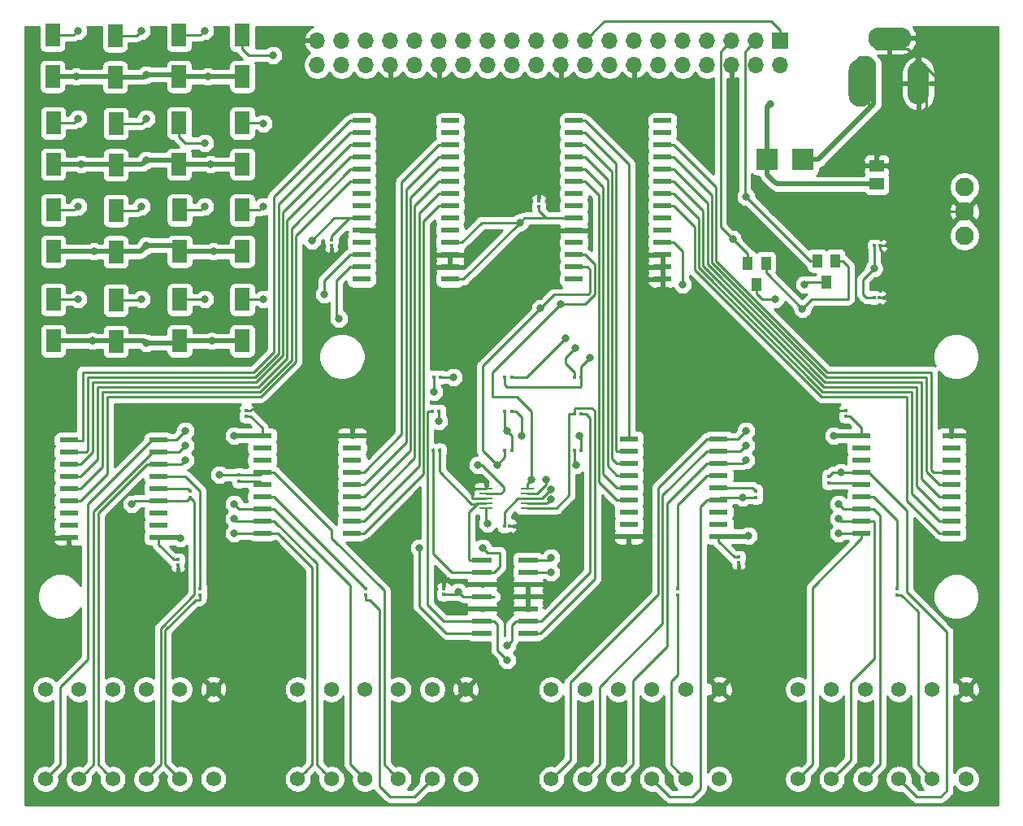
<source format=gbr>
G04 #@! TF.GenerationSoftware,KiCad,Pcbnew,5.1.5*
G04 #@! TF.CreationDate,2020-04-29T22:13:39-04:00*
G04 #@! TF.ProjectId,EVE-PCB-V2,4556452d-5043-4422-9d56-322e6b696361,rev?*
G04 #@! TF.SameCoordinates,Original*
G04 #@! TF.FileFunction,Copper,L1,Top*
G04 #@! TF.FilePolarity,Positive*
%FSLAX46Y46*%
G04 Gerber Fmt 4.6, Leading zero omitted, Abs format (unit mm)*
G04 Created by KiCad (PCBNEW 5.1.5) date 2020-04-29 22:13:39*
%MOMM*%
%LPD*%
G04 APERTURE LIST*
%ADD10R,1.910000X0.600000*%
%ADD11R,1.500000X1.300000*%
%ADD12R,0.410000X0.420000*%
%ADD13R,0.406400X0.304800*%
%ADD14R,1.550000X2.350000*%
%ADD15R,2.180400X2.210000*%
%ADD16O,1.700000X1.700000*%
%ADD17R,1.700000X1.700000*%
%ADD18O,4.500000X2.250000*%
%ADD19O,2.250000X4.500000*%
%ADD20O,2.500000X5.000000*%
%ADD21C,1.575000*%
%ADD22R,1.981200X0.558800*%
%ADD23C,1.950000*%
%ADD24R,0.440000X0.420000*%
%ADD25R,0.420000X0.440000*%
%ADD26R,1.470000X0.280000*%
%ADD27R,2.057400X0.609600*%
%ADD28R,1.000000X1.400000*%
%ADD29R,0.420000X0.410000*%
%ADD30C,0.800000*%
%ADD31C,0.250000*%
%ADD32C,0.500000*%
%ADD33C,0.254000*%
G04 APERTURE END LIST*
D10*
X133246231Y-45435846D03*
X133246231Y-46705846D03*
X133246231Y-47975846D03*
X133246231Y-49245846D03*
X133246231Y-50515846D03*
X133246231Y-51785846D03*
X133246231Y-53055846D03*
X133246231Y-54325846D03*
X133246231Y-55595846D03*
X133246231Y-56865846D03*
X133246231Y-58135846D03*
X133246231Y-59405846D03*
X133246231Y-60675846D03*
X133246231Y-61945846D03*
X124026231Y-61945846D03*
X124026231Y-60675846D03*
X124026231Y-59405846D03*
X124026231Y-58135846D03*
X124026231Y-56865846D03*
X124026231Y-55595846D03*
X124026231Y-54325846D03*
X124026231Y-53055846D03*
X124026231Y-51785846D03*
X124026231Y-50515846D03*
X124026231Y-49245846D03*
X124026231Y-47975846D03*
X124026231Y-46705846D03*
X124026231Y-45435846D03*
D11*
X177706346Y-50121269D03*
X177706346Y-52021269D03*
D12*
X177986346Y-63832269D03*
X177426346Y-63832269D03*
D13*
X178074646Y-58434769D03*
X177465046Y-58434769D03*
D14*
X91842846Y-36538269D03*
X91842846Y-40838269D03*
X98363846Y-36601769D03*
X98363846Y-40901769D03*
X111596346Y-36538269D03*
X111596346Y-40838269D03*
X105011846Y-36538269D03*
X105011846Y-40838269D03*
X105011846Y-45671769D03*
X105011846Y-49971769D03*
X111596346Y-45671769D03*
X111596346Y-49971769D03*
X98427346Y-45735269D03*
X98427346Y-50035269D03*
X91906346Y-45671769D03*
X91906346Y-49971769D03*
X111596346Y-54741769D03*
X111596346Y-59041769D03*
X111596346Y-68365769D03*
X111596346Y-64065769D03*
X98427346Y-54805269D03*
X98427346Y-59105269D03*
X91906346Y-54741769D03*
X91906346Y-59041769D03*
X105075346Y-64065769D03*
X105075346Y-68365769D03*
X105075346Y-54741769D03*
X105075346Y-59041769D03*
X98427346Y-64129269D03*
X98427346Y-68429269D03*
X91906346Y-64065769D03*
X91906346Y-68365769D03*
D15*
X170038546Y-49481269D03*
X166324146Y-49481269D03*
D16*
X119413346Y-39638769D03*
X119413346Y-37098769D03*
X121953346Y-39638769D03*
X121953346Y-37098769D03*
X124493346Y-39638769D03*
X124493346Y-37098769D03*
X127033346Y-39638769D03*
X127033346Y-37098769D03*
X129573346Y-39638769D03*
X129573346Y-37098769D03*
X132113346Y-39638769D03*
X132113346Y-37098769D03*
X134653346Y-39638769D03*
X134653346Y-37098769D03*
X137193346Y-39638769D03*
X137193346Y-37098769D03*
X139733346Y-39638769D03*
X139733346Y-37098769D03*
X142273346Y-39638769D03*
X142273346Y-37098769D03*
X144813346Y-39638769D03*
X144813346Y-37098769D03*
X147353346Y-39638769D03*
X147353346Y-37098769D03*
X149893346Y-39638769D03*
X149893346Y-37098769D03*
X152433346Y-39638769D03*
X152433346Y-37098769D03*
X154973346Y-39638769D03*
X154973346Y-37098769D03*
X157513346Y-39638769D03*
X157513346Y-37098769D03*
X160053346Y-39638769D03*
X160053346Y-37098769D03*
X162593346Y-39638769D03*
X162593346Y-37098769D03*
X165133346Y-39638769D03*
X165133346Y-37098769D03*
X167673346Y-39638769D03*
D17*
X167673346Y-37098769D03*
D18*
X179055346Y-36843769D03*
D19*
X182055346Y-41543769D03*
D20*
X176055346Y-41543769D03*
D21*
X187014846Y-104650000D03*
X187014846Y-114000000D03*
X183514846Y-104650000D03*
X183514846Y-114000000D03*
X180014846Y-104650000D03*
X180014846Y-114000000D03*
X176514846Y-104650000D03*
X176514846Y-114000000D03*
X173014846Y-104650000D03*
X173014846Y-114000000D03*
X169514846Y-104650000D03*
X169514846Y-114000000D03*
X161297346Y-104650000D03*
X161297346Y-114000000D03*
X157797346Y-104650000D03*
X157797346Y-114000000D03*
X154297346Y-104650000D03*
X154297346Y-114000000D03*
X150797346Y-104650000D03*
X150797346Y-114000000D03*
X147297346Y-104650000D03*
X147297346Y-114000000D03*
X143797346Y-104650000D03*
X143797346Y-114000000D03*
X134881346Y-104650000D03*
X134881346Y-114000000D03*
X131381346Y-104650000D03*
X131381346Y-114000000D03*
X127881346Y-104650000D03*
X127881346Y-114000000D03*
X124381346Y-104650000D03*
X124381346Y-114000000D03*
X120881346Y-104650000D03*
X120881346Y-114000000D03*
X117381346Y-104650000D03*
X117381346Y-114000000D03*
X108592346Y-104650000D03*
X108592346Y-114000000D03*
X105092346Y-104650000D03*
X105092346Y-114000000D03*
X101592346Y-104650000D03*
X101592346Y-114000000D03*
X98092346Y-104650000D03*
X98092346Y-114000000D03*
X94592346Y-104650000D03*
X94592346Y-114000000D03*
X91092346Y-104650000D03*
X91092346Y-114000000D03*
D22*
X176131546Y-88406769D03*
X176131546Y-87136769D03*
X176131546Y-85866769D03*
X176131546Y-84596769D03*
X176131546Y-83326769D03*
X176131546Y-82056769D03*
X176131546Y-80786769D03*
X176131546Y-79516769D03*
X176131546Y-78246769D03*
X185504146Y-78246769D03*
X185504146Y-79516769D03*
X185504146Y-80786769D03*
X185504146Y-82056769D03*
X185504146Y-83326769D03*
X185504146Y-84596769D03*
X185504146Y-85866769D03*
X185504146Y-87136769D03*
X185504146Y-88406769D03*
X161247146Y-78564269D03*
X161247146Y-79834269D03*
X161247146Y-81104269D03*
X161247146Y-82374269D03*
X161247146Y-83644269D03*
X161247146Y-84914269D03*
X161247146Y-86184269D03*
X161247146Y-87454269D03*
X161247146Y-88724269D03*
X151874546Y-88724269D03*
X151874546Y-87454269D03*
X151874546Y-86184269D03*
X151874546Y-84914269D03*
X151874546Y-83644269D03*
X151874546Y-82374269D03*
X151874546Y-81104269D03*
X151874546Y-79834269D03*
X151874546Y-78564269D03*
X113677700Y-88392000D03*
X113677700Y-87122000D03*
X113677700Y-85852000D03*
X113677700Y-84582000D03*
X113677700Y-83312000D03*
X113677700Y-82042000D03*
X113677700Y-80772000D03*
X113677700Y-79502000D03*
X113677700Y-78232000D03*
X123050300Y-78232000D03*
X123050300Y-79502000D03*
X123050300Y-80772000D03*
X123050300Y-82042000D03*
X123050300Y-83312000D03*
X123050300Y-84582000D03*
X123050300Y-85852000D03*
X123050300Y-87122000D03*
X123050300Y-88392000D03*
X102890646Y-78691269D03*
X102890646Y-79961269D03*
X102890646Y-81231269D03*
X102890646Y-82501269D03*
X102890646Y-83771269D03*
X102890646Y-85041269D03*
X102890646Y-86311269D03*
X102890646Y-87581269D03*
X102890646Y-88851269D03*
X93518046Y-88851269D03*
X93518046Y-87581269D03*
X93518046Y-86311269D03*
X93518046Y-85041269D03*
X93518046Y-83771269D03*
X93518046Y-82501269D03*
X93518046Y-81231269D03*
X93518046Y-79961269D03*
X93518046Y-78691269D03*
D23*
X186850346Y-52338769D03*
X186850346Y-54878769D03*
X186850346Y-57418769D03*
D24*
X132149083Y-79756000D03*
X131469083Y-79756000D03*
X131400000Y-75692000D03*
X132080000Y-75692000D03*
X146894583Y-75924344D03*
X146214583Y-75924344D03*
X131532583Y-72124344D03*
X132212583Y-72124344D03*
X146214583Y-72124344D03*
X146894583Y-72124344D03*
X146214583Y-79756000D03*
X146894583Y-79756000D03*
X139659083Y-75692000D03*
X138979083Y-75692000D03*
X138979083Y-79756000D03*
X139659083Y-79756000D03*
X139659083Y-72124344D03*
X138979083Y-72124344D03*
D25*
X179832000Y-94828000D03*
X179832000Y-94148000D03*
X172720000Y-83144000D03*
X172720000Y-82464000D03*
X156972000Y-94828000D03*
X156972000Y-94148000D03*
X165100000Y-84668000D03*
X165100000Y-83988000D03*
X124460000Y-94828000D03*
X124460000Y-94148000D03*
X111252000Y-82296000D03*
X111252000Y-82976000D03*
X107188000Y-94828000D03*
X107188000Y-94148000D03*
X106172000Y-84668000D03*
X106172000Y-83988000D03*
D26*
X141311846Y-83787269D03*
X141311846Y-84287269D03*
X141311846Y-84787269D03*
X141311846Y-85287269D03*
X141311846Y-85787269D03*
X137011846Y-85787269D03*
X137011846Y-85287269D03*
X137011846Y-84787269D03*
X137011846Y-84287269D03*
X137011846Y-83787269D03*
D27*
X141384346Y-91200769D03*
X141384346Y-92470769D03*
X141384346Y-93740769D03*
X141384346Y-95010769D03*
X141384346Y-96280769D03*
X141384346Y-97550769D03*
X141384346Y-98820769D03*
X136583746Y-98820769D03*
X136583746Y-97550769D03*
X136583746Y-96280769D03*
X136583746Y-95010769D03*
X136583746Y-93740769D03*
X136583746Y-92470769D03*
X136583746Y-91200769D03*
D28*
X166162231Y-60274346D03*
X164262231Y-60274346D03*
X165212231Y-62474346D03*
X173401231Y-60020346D03*
X171501231Y-60020346D03*
X172451231Y-62220346D03*
D10*
X155373769Y-45435846D03*
X155373769Y-46705846D03*
X155373769Y-47975846D03*
X155373769Y-49245846D03*
X155373769Y-50515846D03*
X155373769Y-51785846D03*
X155373769Y-53055846D03*
X155373769Y-54325846D03*
X155373769Y-55595846D03*
X155373769Y-56865846D03*
X155373769Y-58135846D03*
X155373769Y-59405846D03*
X155373769Y-60675846D03*
X155373769Y-61945846D03*
X146153769Y-61945846D03*
X146153769Y-60675846D03*
X146153769Y-59405846D03*
X146153769Y-58135846D03*
X146153769Y-56865846D03*
X146153769Y-55595846D03*
X146153769Y-54325846D03*
X146153769Y-53055846D03*
X146153769Y-51785846D03*
X146153769Y-50515846D03*
X146153769Y-49245846D03*
X146153769Y-47975846D03*
X146153769Y-46705846D03*
X146153769Y-45435846D03*
D12*
X139472000Y-87630000D03*
X138912000Y-87630000D03*
D29*
X132588000Y-94208000D03*
X132588000Y-94768000D03*
X142494000Y-53822000D03*
X142494000Y-54382000D03*
X174498000Y-75666000D03*
X174498000Y-76226000D03*
X163322000Y-91466000D03*
X163322000Y-90906000D03*
X120904000Y-58446000D03*
X120904000Y-57886000D03*
X112014000Y-76226000D03*
X112014000Y-75666000D03*
X104902000Y-91160000D03*
X104902000Y-91720000D03*
D30*
X101600000Y-49530000D03*
X101600000Y-40640000D03*
X101600000Y-58420000D03*
X101600000Y-68580000D03*
X164338000Y-88646000D03*
X105156000Y-88900000D03*
X110744000Y-78232000D03*
X173228000Y-78232000D03*
X166624000Y-43688000D03*
X94289731Y-40838269D03*
X108005731Y-40838269D03*
X94808231Y-49971769D03*
X108270231Y-49971769D03*
X96152231Y-59041769D03*
X95972231Y-68365769D03*
X108418231Y-68365769D03*
X108598231Y-59041769D03*
X135128000Y-74676000D03*
X175260000Y-68072000D03*
X117856000Y-75184000D03*
X145796000Y-87376000D03*
X139192000Y-96012000D03*
X177426346Y-60825654D03*
X118872000Y-57912000D03*
X140558846Y-56037154D03*
X143776848Y-83832440D03*
X146701084Y-78232000D03*
X134112000Y-94488000D03*
X139192000Y-77724000D03*
X157480000Y-62484000D03*
X94488000Y-36068000D03*
X173736000Y-88392000D03*
X101092000Y-36068000D03*
X173736000Y-86868000D03*
X173736000Y-85344000D03*
X114808000Y-38608000D03*
X107696000Y-36068000D03*
X173975231Y-82056769D03*
X164084000Y-77724000D03*
X107696000Y-47752000D03*
X113792000Y-45720000D03*
X164084000Y-79248000D03*
X101600000Y-45212000D03*
X164084000Y-80772000D03*
X94488000Y-45212000D03*
X163744000Y-84668000D03*
X110744000Y-88392000D03*
X113792000Y-54356000D03*
X110744000Y-86868000D03*
X113792000Y-64008000D03*
X110744000Y-85344000D03*
X101092000Y-54356000D03*
X94488000Y-54356000D03*
X109220000Y-82296000D03*
X105664000Y-77724000D03*
X107696000Y-64008000D03*
X105664000Y-79248000D03*
X107696000Y-54356000D03*
X105664000Y-80772000D03*
X101092000Y-64008000D03*
X94488000Y-64008000D03*
X100076000Y-85344000D03*
X169961885Y-65024000D03*
X147828000Y-70104000D03*
X145288000Y-68072000D03*
X164077443Y-53346557D03*
X146304000Y-69088000D03*
X162704942Y-57767058D03*
X136652000Y-89916000D03*
X139192000Y-101600000D03*
X139192000Y-100076000D03*
X143764000Y-92456000D03*
X131572000Y-73660000D03*
X137160000Y-87376000D03*
X132080000Y-76708000D03*
X130048000Y-89916000D03*
X143781297Y-84853297D03*
X143764000Y-90932000D03*
X133604000Y-72136000D03*
X141732000Y-82804000D03*
X146381082Y-81280000D03*
X167132000Y-64008000D03*
X144780000Y-64516000D03*
X120142000Y-63500000D03*
X136144000Y-81280000D03*
X140716000Y-78232000D03*
X170180000Y-62484000D03*
X143256000Y-82804000D03*
X138176000Y-81280000D03*
X142683795Y-64959795D03*
X121666000Y-66040000D03*
D31*
X98363846Y-49971769D02*
X98427346Y-50035269D01*
X91906346Y-49971769D02*
X94808231Y-49971769D01*
X98427346Y-50035269D02*
X101094731Y-50035269D01*
X101094731Y-50035269D02*
X101600000Y-49530000D01*
X98363846Y-59041769D02*
X98427346Y-59105269D01*
X91906346Y-59041769D02*
X98363846Y-59041769D01*
X98427346Y-59105269D02*
X100914731Y-59105269D01*
X100914731Y-59105269D02*
X101600000Y-58420000D01*
X98363846Y-68365769D02*
X98427346Y-68429269D01*
X91906346Y-68365769D02*
X95972231Y-68365769D01*
X98427346Y-68429269D02*
X101449269Y-68429269D01*
X101449269Y-68429269D02*
X101600000Y-68580000D01*
D32*
X100978231Y-59041769D02*
X101600000Y-58420000D01*
X91906346Y-59041769D02*
X96152231Y-59041769D01*
X104453577Y-58420000D02*
X105075346Y-59041769D01*
X101600000Y-58420000D02*
X104453577Y-58420000D01*
X105075346Y-59041769D02*
X108598231Y-59041769D01*
X101385769Y-68365769D02*
X101600000Y-68580000D01*
X91906346Y-68365769D02*
X101385769Y-68365769D01*
X104861115Y-68580000D02*
X105075346Y-68365769D01*
X101600000Y-68580000D02*
X104861115Y-68580000D01*
X105075346Y-68365769D02*
X108418231Y-68365769D01*
X101158231Y-49971769D02*
X101600000Y-49530000D01*
X91906346Y-49971769D02*
X101158231Y-49971769D01*
X104633577Y-49530000D02*
X105075346Y-49971769D01*
X101600000Y-49530000D02*
X104633577Y-49530000D01*
X105075346Y-49971769D02*
X108270231Y-49971769D01*
X98300346Y-40838269D02*
X98363846Y-40901769D01*
X91842846Y-40838269D02*
X94289731Y-40838269D01*
X101338231Y-40901769D02*
X101600000Y-40640000D01*
X98363846Y-40901769D02*
X101338231Y-40901769D01*
X104813577Y-40640000D02*
X105011846Y-40838269D01*
X101600000Y-40640000D02*
X104813577Y-40640000D01*
X106286846Y-40838269D02*
X108005731Y-40838269D01*
X105011846Y-40838269D02*
X106286846Y-40838269D01*
X161247146Y-88724269D02*
X164259731Y-88724269D01*
X164259731Y-88724269D02*
X164338000Y-88646000D01*
X167053877Y-51816000D02*
X167132000Y-51816000D01*
X166324146Y-51086269D02*
X167053877Y-51816000D01*
X166324146Y-49481269D02*
X166324146Y-51086269D01*
X167337269Y-52021269D02*
X177706346Y-52021269D01*
X167132000Y-51816000D02*
X167337269Y-52021269D01*
X105107269Y-88851269D02*
X105156000Y-88900000D01*
X102890646Y-88851269D02*
X105107269Y-88851269D01*
X113677700Y-78232000D02*
X112187100Y-78232000D01*
X112187100Y-78232000D02*
X110744000Y-78232000D01*
X105156000Y-88900000D02*
X105156000Y-88900000D01*
X110744000Y-78232000D02*
X110744000Y-78232000D01*
X176131546Y-78246769D02*
X173242769Y-78246769D01*
X173242769Y-78246769D02*
X173228000Y-78232000D01*
X166324146Y-49481269D02*
X166324146Y-43987854D01*
X166324146Y-43987854D02*
X166624000Y-43688000D01*
X94289731Y-40838269D02*
X98300346Y-40838269D01*
X108005731Y-40838269D02*
X111532846Y-40838269D01*
D31*
X94808231Y-49971769D02*
X98363846Y-49971769D01*
D32*
X108270231Y-49971769D02*
X111596346Y-49971769D01*
X96152231Y-59041769D02*
X100978231Y-59041769D01*
D31*
X95972231Y-68365769D02*
X98363846Y-68365769D01*
D32*
X108418231Y-68365769D02*
X111596346Y-68365769D01*
X108598231Y-59041769D02*
X111596346Y-59041769D01*
D31*
X176131546Y-77717369D02*
X176131546Y-78246769D01*
X174958000Y-76226000D02*
X176131546Y-77399546D01*
X176131546Y-77399546D02*
X176131546Y-77717369D01*
X174498000Y-76226000D02*
X174958000Y-76226000D01*
X161247146Y-89253669D02*
X161247146Y-88724269D01*
X162862000Y-90906000D02*
X161247146Y-89291146D01*
X161247146Y-89291146D02*
X161247146Y-89253669D01*
X163322000Y-90906000D02*
X162862000Y-90906000D01*
X113677700Y-77702600D02*
X113677700Y-78232000D01*
X112474000Y-76226000D02*
X113677700Y-77429700D01*
X113677700Y-77429700D02*
X113677700Y-77702600D01*
X112014000Y-76226000D02*
X112474000Y-76226000D01*
X102890646Y-89380669D02*
X102890646Y-88851269D01*
X102890646Y-89608646D02*
X102890646Y-89380669D01*
X104442000Y-91160000D02*
X102890646Y-89608646D01*
X104902000Y-91160000D02*
X104442000Y-91160000D01*
X181880406Y-42718709D02*
X181880406Y-40368829D01*
X182055346Y-41543769D02*
X182055346Y-42718709D01*
X182055346Y-42718709D02*
X181880406Y-42718709D01*
X181880406Y-42718709D02*
X182230286Y-42718709D01*
X181880406Y-42530286D02*
X181880406Y-42718709D01*
X182055346Y-41543769D02*
X182055346Y-42355346D01*
X182055346Y-42355346D02*
X181880406Y-42530286D01*
X182880406Y-44047209D02*
X182880406Y-40178413D01*
X177706346Y-50121269D02*
X177706346Y-49221269D01*
X177706346Y-49221269D02*
X182880406Y-44047209D01*
X180689990Y-36018709D02*
X177689990Y-36018709D01*
X137011846Y-82698154D02*
X137011846Y-83787269D01*
X135841269Y-83868731D02*
X135922731Y-83787269D01*
X135922731Y-83787269D02*
X137011846Y-83787269D01*
X135587269Y-83868731D02*
X135841269Y-83868731D01*
X137011846Y-84787269D02*
X135587269Y-84787269D01*
X135587269Y-84787269D02*
X135587269Y-83868731D01*
X178527846Y-58434769D02*
X178074646Y-58434769D01*
X179181347Y-57781268D02*
X178527846Y-58434769D01*
X178706346Y-50121269D02*
X179181347Y-50596270D01*
X179181347Y-50596270D02*
X179181347Y-57781268D01*
X177706346Y-50121269D02*
X178706346Y-50121269D01*
X178074646Y-58837169D02*
X179324000Y-60086523D01*
X178074646Y-58434769D02*
X178074646Y-58837169D01*
X179324000Y-60086523D02*
X179324000Y-62992000D01*
X185471488Y-54878769D02*
X185456719Y-54864000D01*
X186850346Y-54878769D02*
X185471488Y-54878769D01*
X185456719Y-54864000D02*
X184912000Y-54864000D01*
X184912000Y-54864000D02*
X184912000Y-41940719D01*
X180880406Y-37909126D02*
X180880406Y-37909125D01*
X181975640Y-39004360D02*
X180880406Y-37909126D01*
X184912000Y-41940719D02*
X181975640Y-39004360D01*
X177230286Y-37478413D02*
X177230286Y-36478413D01*
X180939982Y-37968700D02*
X177720573Y-37968700D01*
X177720573Y-37968700D02*
X177230286Y-37478413D01*
X181721641Y-38750359D02*
X181975640Y-39004360D01*
X180880406Y-37909125D02*
X181721641Y-38750359D01*
X181721641Y-38750359D02*
X180939982Y-37968700D01*
X181230286Y-39749714D02*
X181230286Y-42909125D01*
X181975640Y-39004360D02*
X181230286Y-39749714D01*
X178483731Y-63832269D02*
X179324000Y-62992000D01*
X177986346Y-63832269D02*
X178483731Y-63832269D01*
X139472000Y-87630000D02*
X140970000Y-87630000D01*
X142494000Y-53822000D02*
X142494000Y-53086000D01*
X174498000Y-75666000D02*
X172492000Y-75666000D01*
X163322000Y-91466000D02*
X163322000Y-92456000D01*
X120904000Y-58446000D02*
X120904000Y-59436000D01*
X112474000Y-75666000D02*
X112702000Y-75438000D01*
X112014000Y-75666000D02*
X112474000Y-75666000D01*
X112702000Y-75438000D02*
X114300000Y-75438000D01*
X104902000Y-91720000D02*
X104902000Y-93218000D01*
X132588000Y-94208000D02*
X132588000Y-93218000D01*
X177426346Y-58473469D02*
X177465046Y-58434769D01*
X177426346Y-60825654D02*
X177426346Y-58473469D01*
X136549923Y-56037154D02*
X140558846Y-56037154D01*
X134451231Y-58135846D02*
X136549923Y-56037154D01*
X133246231Y-58135846D02*
X134451231Y-58135846D01*
X141311846Y-84787269D02*
X142822019Y-84787269D01*
X142822019Y-84787269D02*
X143776848Y-83832440D01*
X146894583Y-79756000D02*
X146894583Y-78425499D01*
X146894583Y-78425499D02*
X146701084Y-78232000D01*
X140558846Y-56037154D02*
X141000154Y-55595846D01*
X136583746Y-95010769D02*
X134634769Y-95010769D01*
X134634769Y-95010769D02*
X134112000Y-94488000D01*
X138979083Y-75692000D02*
X138979083Y-77511083D01*
X138979083Y-77511083D02*
X139192000Y-77724000D01*
X139724084Y-78256084D02*
X139192000Y-77724000D01*
X139724084Y-79756000D02*
X139724084Y-78256084D01*
X157480000Y-59037077D02*
X157480000Y-62484000D01*
X155373769Y-58135846D02*
X156578769Y-58135846D01*
X156578769Y-58135846D02*
X157480000Y-59037077D01*
X134650154Y-61945846D02*
X140558846Y-56037154D01*
X133246231Y-61945846D02*
X134650154Y-61945846D01*
X177426346Y-63832269D02*
X176608269Y-63832269D01*
X176608269Y-63832269D02*
X176276000Y-63500000D01*
X176276000Y-61976000D02*
X177426346Y-60825654D01*
X176276000Y-63500000D02*
X176276000Y-61976000D01*
X140326846Y-84787269D02*
X141311846Y-84787269D01*
X137307646Y-95010769D02*
X136583746Y-95010769D01*
X138912000Y-86202115D02*
X138912000Y-87630000D01*
X140326846Y-84787269D02*
X138912000Y-86202115D01*
X137862446Y-95010769D02*
X136583746Y-95010769D01*
X141000154Y-55595846D02*
X146153769Y-55595846D01*
X144948769Y-55595846D02*
X146153769Y-55595846D01*
X142494000Y-54837000D02*
X143252846Y-55595846D01*
X143252846Y-55595846D02*
X144948769Y-55595846D01*
X142494000Y-54382000D02*
X142494000Y-54837000D01*
X122821231Y-55595846D02*
X124026231Y-55595846D01*
X122739154Y-55595846D02*
X122821231Y-55595846D01*
X120904000Y-57431000D02*
X122739154Y-55595846D01*
X120904000Y-57886000D02*
X120904000Y-57431000D01*
X121188154Y-55595846D02*
X124026231Y-55595846D01*
X118872000Y-57912000D02*
X121188154Y-55595846D01*
X133832000Y-94768000D02*
X134112000Y-94488000D01*
X132588000Y-94768000D02*
X133832000Y-94768000D01*
X170302345Y-113212501D02*
X169514846Y-114000000D01*
X171027347Y-112487499D02*
X170302345Y-113212501D01*
X171027347Y-94040368D02*
X171027347Y-112487499D01*
X176131546Y-88936169D02*
X171027347Y-94040368D01*
X176131546Y-88406769D02*
X176131546Y-88936169D01*
X91842846Y-36538269D02*
X94017731Y-36538269D01*
X94017731Y-36538269D02*
X94488000Y-36068000D01*
X176131546Y-88406769D02*
X173750769Y-88406769D01*
X173750769Y-88406769D02*
X173736000Y-88392000D01*
X173802345Y-113212501D02*
X173014846Y-114000000D01*
X175002345Y-112012501D02*
X173802345Y-113212501D01*
X175002345Y-103923999D02*
X175002345Y-112012501D01*
X177447147Y-101479197D02*
X175002345Y-103923999D01*
X177447147Y-87211770D02*
X177447147Y-101479197D01*
X177372146Y-87136769D02*
X177447147Y-87211770D01*
X176131546Y-87136769D02*
X177372146Y-87136769D01*
X98363846Y-36601769D02*
X100558231Y-36601769D01*
X100558231Y-36601769D02*
X101092000Y-36068000D01*
X176131546Y-87136769D02*
X174004769Y-87136769D01*
X174004769Y-87136769D02*
X173736000Y-86868000D01*
X177302345Y-113212501D02*
X176514846Y-114000000D01*
X178027347Y-112487499D02*
X177302345Y-113212501D01*
X178027347Y-86521970D02*
X178027347Y-112487499D01*
X177372146Y-85866769D02*
X178027347Y-86521970D01*
X176131546Y-85866769D02*
X177372146Y-85866769D01*
X176131546Y-85866769D02*
X174258769Y-85866769D01*
X174258769Y-85866769D02*
X173736000Y-85344000D01*
X112241077Y-38608000D02*
X114808000Y-38608000D01*
X111596346Y-36538269D02*
X111596346Y-37963269D01*
X111596346Y-37963269D02*
X112241077Y-38608000D01*
X173127231Y-82056769D02*
X172720000Y-82464000D01*
X176131546Y-82056769D02*
X173975231Y-82056769D01*
X105011846Y-36538269D02*
X107225731Y-36538269D01*
X107225731Y-36538269D02*
X107696000Y-36068000D01*
X181838846Y-115824000D02*
X180014846Y-114000000D01*
X184404000Y-115824000D02*
X181838846Y-115824000D01*
X185027347Y-115200653D02*
X184404000Y-115824000D01*
X176131546Y-82056769D02*
X176842746Y-82056769D01*
X176842746Y-82056769D02*
X180848000Y-86062023D01*
X180848000Y-86062023D02*
X180848000Y-94488000D01*
X180848000Y-94488000D02*
X185027347Y-98667347D01*
X185027347Y-98667347D02*
X185027347Y-115200653D01*
X173975231Y-82056769D02*
X173127231Y-82056769D01*
X160006546Y-78564269D02*
X154940000Y-83630815D01*
X161247146Y-78564269D02*
X160006546Y-78564269D01*
X144584845Y-113212501D02*
X143797346Y-114000000D01*
X145784845Y-112012501D02*
X144584845Y-113212501D01*
X154940000Y-94768844D02*
X145784845Y-103923999D01*
X145784845Y-103923999D02*
X145784845Y-112012501D01*
X154940000Y-83630815D02*
X154940000Y-94768844D01*
X161247146Y-78564269D02*
X163243731Y-78564269D01*
X163243731Y-78564269D02*
X164084000Y-77724000D01*
X105667077Y-47752000D02*
X107696000Y-47752000D01*
X105011846Y-45671769D02*
X105011846Y-47096769D01*
X105011846Y-47096769D02*
X105667077Y-47752000D01*
X148084845Y-113212501D02*
X147297346Y-114000000D01*
X148809847Y-112487499D02*
X148084845Y-113212501D01*
X148809847Y-104398997D02*
X148809847Y-112487499D01*
X155390010Y-97818834D02*
X148809847Y-104398997D01*
X155390010Y-84450805D02*
X155390010Y-97818834D01*
X160006546Y-79834269D02*
X155390010Y-84450805D01*
X161247146Y-79834269D02*
X160006546Y-79834269D01*
X111596346Y-45671769D02*
X113743769Y-45671769D01*
X113743769Y-45671769D02*
X113792000Y-45720000D01*
X161247146Y-79834269D02*
X163497731Y-79834269D01*
X163497731Y-79834269D02*
X164084000Y-79248000D01*
X155840020Y-85270795D02*
X155840020Y-100191980D01*
X161247146Y-81104269D02*
X160006546Y-81104269D01*
X160006546Y-81104269D02*
X155840020Y-85270795D01*
X151584845Y-113212501D02*
X150797346Y-114000000D01*
X152309847Y-112487499D02*
X151584845Y-113212501D01*
X152309847Y-103722153D02*
X152309847Y-112487499D01*
X155840020Y-100191980D02*
X152309847Y-103722153D01*
X98427346Y-45735269D02*
X101076731Y-45735269D01*
X101076731Y-45735269D02*
X101600000Y-45212000D01*
X161247146Y-81104269D02*
X163751731Y-81104269D01*
X163751731Y-81104269D02*
X164084000Y-80772000D01*
X165100000Y-84668000D02*
X163744000Y-84668000D01*
X159309847Y-85610968D02*
X159309847Y-115010153D01*
X161247146Y-84914269D02*
X160006546Y-84914269D01*
X160006546Y-84914269D02*
X159309847Y-85610968D01*
X159309847Y-115010153D02*
X158496000Y-115824000D01*
X156121346Y-115824000D02*
X154297346Y-114000000D01*
X158496000Y-115824000D02*
X156121346Y-115824000D01*
X91906346Y-45671769D02*
X94028231Y-45671769D01*
X94028231Y-45671769D02*
X94488000Y-45212000D01*
X161493415Y-84668000D02*
X161247146Y-84914269D01*
X163744000Y-84668000D02*
X161493415Y-84668000D01*
X113677700Y-88392000D02*
X115316000Y-88392000D01*
X118168845Y-113212501D02*
X117381346Y-114000000D01*
X118893847Y-112487499D02*
X118168845Y-113212501D01*
X118893847Y-91969847D02*
X118893847Y-112487499D01*
X115316000Y-88392000D02*
X118893847Y-91969847D01*
X113677700Y-88392000D02*
X110744000Y-88392000D01*
X111596346Y-54741769D02*
X113406231Y-54741769D01*
X113406231Y-54741769D02*
X113792000Y-54356000D01*
X120093847Y-113212501D02*
X120881346Y-114000000D01*
X119368845Y-91572545D02*
X119368845Y-112487499D01*
X119368845Y-112487499D02*
X120093847Y-113212501D01*
X114918300Y-87122000D02*
X119368845Y-91572545D01*
X113677700Y-87122000D02*
X114918300Y-87122000D01*
X113677700Y-87122000D02*
X110998000Y-87122000D01*
X110998000Y-87122000D02*
X110744000Y-86868000D01*
X111596346Y-64065769D02*
X113734231Y-64065769D01*
X113734231Y-64065769D02*
X113792000Y-64008000D01*
X123593847Y-113212501D02*
X124381346Y-114000000D01*
X122868845Y-112487499D02*
X123593847Y-113212501D01*
X122868845Y-93802545D02*
X122868845Y-112487499D01*
X114918300Y-85852000D02*
X122868845Y-93802545D01*
X113677700Y-85852000D02*
X114918300Y-85852000D01*
X113677700Y-85852000D02*
X111252000Y-85852000D01*
X111252000Y-85852000D02*
X110744000Y-85344000D01*
X98427346Y-54805269D02*
X100642731Y-54805269D01*
X100642731Y-54805269D02*
X101092000Y-54356000D01*
X113423700Y-82296000D02*
X113677700Y-82042000D01*
X111252000Y-82296000D02*
X113423700Y-82296000D01*
X114918300Y-82042000D02*
X120904000Y-88027700D01*
X113677700Y-82042000D02*
X114918300Y-82042000D01*
X120904000Y-88027700D02*
X120904000Y-88900000D01*
X127093847Y-113212501D02*
X127881346Y-114000000D01*
X126368845Y-112487499D02*
X127093847Y-113212501D01*
X126368845Y-94364845D02*
X126368845Y-112487499D01*
X120904000Y-88900000D02*
X126368845Y-94364845D01*
X91906346Y-54741769D02*
X94102231Y-54741769D01*
X94102231Y-54741769D02*
X94488000Y-54356000D01*
X111252000Y-82296000D02*
X109220000Y-82296000D01*
X102890646Y-78691269D02*
X103075269Y-78691269D01*
X102179446Y-78691269D02*
X95504000Y-85366715D01*
X102890646Y-78691269D02*
X102179446Y-78691269D01*
X91879845Y-113212501D02*
X91092346Y-114000000D01*
X95504000Y-101499844D02*
X92604847Y-104398997D01*
X92604847Y-112487499D02*
X91879845Y-113212501D01*
X92604847Y-104398997D02*
X92604847Y-112487499D01*
X95504000Y-85366715D02*
X95504000Y-101499844D01*
X102890646Y-78691269D02*
X104696731Y-78691269D01*
X104696731Y-78691269D02*
X105664000Y-77724000D01*
X105075346Y-64065769D02*
X107638231Y-64065769D01*
X107638231Y-64065769D02*
X107696000Y-64008000D01*
X95379845Y-113212501D02*
X94592346Y-114000000D01*
X96104847Y-112487499D02*
X95379845Y-113212501D01*
X96104847Y-86140058D02*
X96104847Y-112487499D01*
X102283636Y-79961269D02*
X96104847Y-86140058D01*
X102890646Y-79961269D02*
X102283636Y-79961269D01*
X102890646Y-79961269D02*
X104950731Y-79961269D01*
X104950731Y-79961269D02*
X105664000Y-79248000D01*
X105075346Y-54741769D02*
X107310231Y-54741769D01*
X107310231Y-54741769D02*
X107696000Y-54356000D01*
X96579845Y-112487499D02*
X97304847Y-113212501D01*
X97304847Y-113212501D02*
X98092346Y-114000000D01*
X96579845Y-86301470D02*
X96579845Y-112487499D01*
X101650046Y-81231269D02*
X96579845Y-86301470D01*
X102890646Y-81231269D02*
X101650046Y-81231269D01*
X102890646Y-81231269D02*
X105204731Y-81231269D01*
X105204731Y-81231269D02*
X105664000Y-80772000D01*
X98427346Y-64129269D02*
X100970731Y-64129269D01*
X100970731Y-64129269D02*
X101092000Y-64008000D01*
X104131246Y-85041269D02*
X102890646Y-85041269D01*
X105798731Y-85041269D02*
X106172000Y-84668000D01*
X102890646Y-85041269D02*
X105798731Y-85041269D01*
X91906346Y-64065769D02*
X94430231Y-64065769D01*
X94430231Y-64065769D02*
X94488000Y-64008000D01*
X102890646Y-85041269D02*
X100378731Y-85041269D01*
X100378731Y-85041269D02*
X100076000Y-85344000D01*
X102379845Y-113212501D02*
X101592346Y-114000000D01*
X103104847Y-112487499D02*
X102379845Y-113212501D01*
X103104847Y-98322743D02*
X103104847Y-112487499D01*
X106632000Y-94795590D02*
X103104847Y-98322743D01*
X106172000Y-84678000D02*
X106632000Y-85138000D01*
X106632000Y-85138000D02*
X106632000Y-94795590D01*
X106172000Y-84668000D02*
X106172000Y-84678000D01*
X176880406Y-43979609D02*
X176880406Y-39928413D01*
X170038546Y-49481269D02*
X171378746Y-49481269D01*
X171378746Y-49481269D02*
X176880406Y-43979609D01*
D32*
X176907452Y-38943709D02*
X175907452Y-38943709D01*
X177405406Y-39441663D02*
X176907452Y-38943709D01*
X177405406Y-43704609D02*
X177405406Y-39441663D01*
X170038546Y-49481269D02*
X171628746Y-49481269D01*
X171628746Y-49481269D02*
X177405406Y-43704609D01*
D31*
X173401231Y-60020346D02*
X173401231Y-59820346D01*
X148203345Y-36248770D02*
X148203345Y-36200655D01*
X147353346Y-37098769D02*
X148203345Y-36248770D01*
X148203345Y-36200655D02*
X149352000Y-35052000D01*
X167673346Y-35998769D02*
X167673346Y-37098769D01*
X166726577Y-35052000D02*
X167673346Y-35998769D01*
X149352000Y-35052000D02*
X166726577Y-35052000D01*
X166162231Y-61224346D02*
X169961885Y-65024000D01*
X166162231Y-60274346D02*
X166162231Y-61224346D01*
X174151231Y-60020346D02*
X174752000Y-60621115D01*
X173401231Y-60020346D02*
X174151231Y-60020346D01*
X174752000Y-60621115D02*
X174752000Y-64008000D01*
X170977885Y-64008000D02*
X169961885Y-65024000D01*
X174752000Y-64008000D02*
X170977885Y-64008000D01*
X139192000Y-73152000D02*
X146812000Y-73152000D01*
X146894583Y-73069417D02*
X146894583Y-72124344D01*
X146812000Y-73152000D02*
X146894583Y-73069417D01*
X146894583Y-72124344D02*
X146894583Y-71037417D01*
X146894583Y-71037417D02*
X147828000Y-70104000D01*
X138979083Y-72939083D02*
X138979083Y-72124344D01*
X139192000Y-73152000D02*
X138979083Y-72939083D01*
X164283347Y-37948768D02*
X165133346Y-37098769D01*
X163958345Y-38273770D02*
X164283347Y-37948768D01*
X163958345Y-53227460D02*
X163958345Y-38273770D01*
X170751231Y-60020346D02*
X164077443Y-53346557D01*
X171501231Y-60020346D02*
X170751231Y-60020346D01*
X139659083Y-72124344D02*
X141235656Y-72124344D01*
X141235656Y-72124344D02*
X145288000Y-68072000D01*
X164077443Y-53346557D02*
X163958345Y-53227460D01*
X161743347Y-37948768D02*
X162593346Y-37098769D01*
X161418345Y-38273770D02*
X161743347Y-37948768D01*
X161418345Y-56480460D02*
X161418345Y-38273770D01*
X164262231Y-59324346D02*
X162704942Y-57767058D01*
X164262231Y-60274346D02*
X164262231Y-59324346D01*
X146214583Y-71664344D02*
X145288000Y-70737761D01*
X146214583Y-72124344D02*
X146214583Y-71664344D01*
X145288000Y-70737761D02*
X145288000Y-70104000D01*
X145288000Y-70104000D02*
X146304000Y-69088000D01*
X162704942Y-57767058D02*
X161418345Y-56480460D01*
X182727347Y-113212501D02*
X183514846Y-114000000D01*
X182002345Y-112487499D02*
X182727347Y-113212501D01*
X182002345Y-96538345D02*
X182002345Y-112487499D01*
X180292000Y-94828000D02*
X182002345Y-96538345D01*
X179832000Y-94828000D02*
X180292000Y-94828000D01*
X131469083Y-90544608D02*
X133395244Y-92470769D01*
X135305046Y-92470769D02*
X136583746Y-92470769D01*
X133395244Y-92470769D02*
X135305046Y-92470769D01*
X131469083Y-79617344D02*
X131469083Y-90544608D01*
X136583746Y-92470769D02*
X137862446Y-92470769D01*
X137862446Y-92470769D02*
X138430000Y-91903215D01*
X138430000Y-91903215D02*
X138430000Y-90424000D01*
X137160000Y-90424000D02*
X136652000Y-89916000D01*
X138430000Y-90424000D02*
X137160000Y-90424000D01*
X156284845Y-103811155D02*
X156284845Y-112487499D01*
X156284845Y-112487499D02*
X157009847Y-113212501D01*
X156972000Y-103124000D02*
X156284845Y-103811155D01*
X157009847Y-113212501D02*
X157797346Y-114000000D01*
X156972000Y-94828000D02*
X156972000Y-103124000D01*
X137862446Y-97550769D02*
X138176000Y-97864323D01*
X136583746Y-97550769D02*
X137862446Y-97550769D01*
X138176000Y-97864323D02*
X138176000Y-100584000D01*
X138176000Y-100584000D02*
X139192000Y-101600000D01*
X130924082Y-75697918D02*
X130924082Y-95872082D01*
X130924082Y-95872082D02*
X132602769Y-97550769D01*
X131400000Y-75692000D02*
X130930000Y-75692000D01*
X130930000Y-75692000D02*
X130924082Y-75697918D01*
X132602769Y-97550769D02*
X136583746Y-97550769D01*
X142663046Y-97550769D02*
X141384346Y-97550769D01*
X140105646Y-97550769D02*
X139700000Y-97956415D01*
X141384346Y-97550769D02*
X140105646Y-97550769D01*
X139700000Y-97956415D02*
X139700000Y-99568000D01*
X139700000Y-99568000D02*
X139192000Y-100076000D01*
X147364583Y-75924344D02*
X147828000Y-76387761D01*
X146894583Y-75924344D02*
X147364583Y-75924344D01*
X147828000Y-76387761D02*
X147828000Y-92456000D01*
X147828000Y-92456000D02*
X142748000Y-97536000D01*
X125918835Y-96334835D02*
X125918835Y-114742835D01*
X124460000Y-95336000D02*
X124920000Y-95336000D01*
X124920000Y-95336000D02*
X125918835Y-96334835D01*
X125918835Y-114742835D02*
X127000000Y-115824000D01*
X129557346Y-115824000D02*
X131381346Y-114000000D01*
X127000000Y-115824000D02*
X129557346Y-115824000D01*
X124460000Y-94828000D02*
X124460000Y-95336000D01*
X141384346Y-92470769D02*
X143749231Y-92470769D01*
X143749231Y-92470769D02*
X143764000Y-92456000D01*
X131532583Y-72124344D02*
X131532583Y-73620583D01*
X131532583Y-73620583D02*
X131572000Y-73660000D01*
X107188000Y-95336000D02*
X107188000Y-94828000D01*
X103579845Y-98484155D02*
X106728000Y-95336000D01*
X106728000Y-95336000D02*
X107188000Y-95336000D01*
X105092346Y-114000000D02*
X103579845Y-112487499D01*
X103579845Y-112487499D02*
X103579845Y-98484155D01*
X177372146Y-84596769D02*
X179832000Y-87056623D01*
X176131546Y-84596769D02*
X177372146Y-84596769D01*
X179832000Y-87056623D02*
X179832000Y-94148000D01*
X175948777Y-83144000D02*
X176131546Y-83326769D01*
X172720000Y-83144000D02*
X175948777Y-83144000D01*
X160968335Y-60015452D02*
X172580883Y-71628000D01*
X160968335Y-52365412D02*
X160968335Y-60015452D01*
X155373769Y-47975846D02*
X156578769Y-47975846D01*
X156578769Y-47975846D02*
X160968335Y-52365412D01*
X172580883Y-71628000D02*
X183388000Y-71628000D01*
X184263546Y-82056769D02*
X185504146Y-82056769D01*
X183388000Y-81788000D02*
X183656769Y-82056769D01*
X183656769Y-82056769D02*
X184263546Y-82056769D01*
X183388000Y-71628000D02*
X183388000Y-81788000D01*
X160518326Y-60201853D02*
X172452473Y-72136000D01*
X160518325Y-53185402D02*
X160518326Y-60201853D01*
X155373769Y-49245846D02*
X156578769Y-49245846D01*
X156578769Y-49245846D02*
X160518325Y-53185402D01*
X172452473Y-72136000D02*
X182880000Y-72136000D01*
X184263546Y-83326769D02*
X185504146Y-83326769D01*
X182880000Y-81943223D02*
X184263546Y-83326769D01*
X182880000Y-72136000D02*
X182880000Y-81943223D01*
X160068317Y-60388254D02*
X172324063Y-72644000D01*
X160068317Y-54005394D02*
X160068317Y-60388254D01*
X155373769Y-50515846D02*
X156578769Y-50515846D01*
X156578769Y-50515846D02*
X160068317Y-54005394D01*
X172324063Y-72644000D02*
X182372000Y-72644000D01*
X184263546Y-84596769D02*
X185504146Y-84596769D01*
X182372000Y-82705223D02*
X184263546Y-84596769D01*
X182372000Y-72644000D02*
X182372000Y-82705223D01*
X159618308Y-60574655D02*
X172195653Y-73152000D01*
X159618307Y-54825384D02*
X159618308Y-60574655D01*
X155373769Y-51785846D02*
X156578769Y-51785846D01*
X156578769Y-51785846D02*
X159618307Y-54825384D01*
X172195653Y-73152000D02*
X181864000Y-73152000D01*
X184263546Y-85866769D02*
X185504146Y-85866769D01*
X181864000Y-83467223D02*
X184263546Y-85866769D01*
X181864000Y-73152000D02*
X181864000Y-83467223D01*
X159168299Y-60761056D02*
X172067243Y-73660000D01*
X159168299Y-55645376D02*
X159168299Y-60761056D01*
X155373769Y-53055846D02*
X156578769Y-53055846D01*
X156578769Y-53055846D02*
X159168299Y-55645376D01*
X172067243Y-73660000D02*
X181356000Y-73660000D01*
X184263546Y-87136769D02*
X185504146Y-87136769D01*
X181356000Y-84229223D02*
X184263546Y-87136769D01*
X181356000Y-73660000D02*
X181356000Y-84229223D01*
X158718290Y-60947457D02*
X171938833Y-74168000D01*
X158718289Y-56465366D02*
X158718290Y-60947457D01*
X155373769Y-54325846D02*
X156578769Y-54325846D01*
X156578769Y-54325846D02*
X158718289Y-56465366D01*
X171938833Y-74168000D02*
X180848000Y-74168000D01*
X180848000Y-84991223D02*
X184263546Y-88406769D01*
X184263546Y-88406769D02*
X185504146Y-88406769D01*
X180848000Y-74168000D02*
X180848000Y-84991223D01*
X151874546Y-78034869D02*
X151874546Y-78564269D01*
X151874546Y-49951623D02*
X151874546Y-78034869D01*
X147358769Y-45435846D02*
X151874546Y-49951623D01*
X146153769Y-45435846D02*
X147358769Y-45435846D01*
X150633946Y-79834269D02*
X151874546Y-79834269D01*
X147358769Y-46705846D02*
X150558945Y-49906022D01*
X150558945Y-79759268D02*
X150633946Y-79834269D01*
X150558945Y-49906022D02*
X150558945Y-79759268D01*
X146153769Y-46705846D02*
X147358769Y-46705846D01*
X150108936Y-80579259D02*
X150633946Y-81104269D01*
X150108935Y-50726012D02*
X150108936Y-80579259D01*
X150633946Y-81104269D02*
X151874546Y-81104269D01*
X147358769Y-47975846D02*
X150108935Y-50726012D01*
X146153769Y-47975846D02*
X147358769Y-47975846D01*
X150633946Y-82374269D02*
X151874546Y-82374269D01*
X149658927Y-81399250D02*
X150633946Y-82374269D01*
X149658927Y-51546004D02*
X149658927Y-81399250D01*
X147358769Y-49245846D02*
X149658927Y-51546004D01*
X146153769Y-49245846D02*
X147358769Y-49245846D01*
X150633946Y-83644269D02*
X151874546Y-83644269D01*
X149208917Y-82219240D02*
X150633946Y-83644269D01*
X149208917Y-52365994D02*
X149208917Y-82219240D01*
X147358769Y-50515846D02*
X149208917Y-52365994D01*
X146153769Y-50515846D02*
X147358769Y-50515846D01*
X150633946Y-84914269D02*
X151874546Y-84914269D01*
X148758908Y-83039231D02*
X150633946Y-84914269D01*
X147358769Y-51785846D02*
X148758907Y-53185984D01*
X148758907Y-53185984D02*
X148758908Y-83039231D01*
X146153769Y-51785846D02*
X147358769Y-51785846D01*
X164756269Y-83644269D02*
X165100000Y-83988000D01*
X161247146Y-83644269D02*
X164756269Y-83644269D01*
X156972000Y-93678000D02*
X156972000Y-94148000D01*
X156972000Y-85408815D02*
X156972000Y-93678000D01*
X160006546Y-82374269D02*
X156972000Y-85408815D01*
X161247146Y-82374269D02*
X160006546Y-82374269D01*
X124460000Y-94123700D02*
X124460000Y-94186000D01*
X114918300Y-84582000D02*
X124460000Y-94123700D01*
X113677700Y-84582000D02*
X114918300Y-84582000D01*
X113341700Y-82976000D02*
X113677700Y-83312000D01*
X111252000Y-82976000D02*
X113341700Y-82976000D01*
X128224027Y-51793050D02*
X132041231Y-47975846D01*
X124290900Y-82042000D02*
X128224027Y-78108873D01*
X132041231Y-47975846D02*
X133246231Y-47975846D01*
X128224027Y-78108873D02*
X128224027Y-51793050D01*
X123050300Y-82042000D02*
X124290900Y-82042000D01*
X132041231Y-49245846D02*
X133246231Y-49245846D01*
X128674036Y-52613041D02*
X132041231Y-49245846D01*
X128674036Y-78928864D02*
X128674036Y-52613041D01*
X124290900Y-83312000D02*
X128674036Y-78928864D01*
X123050300Y-83312000D02*
X124290900Y-83312000D01*
X132041231Y-50515846D02*
X133246231Y-50515846D01*
X129124045Y-53433032D02*
X132041231Y-50515846D01*
X124290900Y-84582000D02*
X129124045Y-79748855D01*
X129124045Y-79748855D02*
X129124045Y-53433032D01*
X123050300Y-84582000D02*
X124290900Y-84582000D01*
X129574054Y-54253023D02*
X132041231Y-51785846D01*
X132041231Y-51785846D02*
X133246231Y-51785846D01*
X129574054Y-80568846D02*
X129574054Y-54253023D01*
X124290900Y-85852000D02*
X129574054Y-80568846D01*
X123050300Y-85852000D02*
X124290900Y-85852000D01*
X132041231Y-53055846D02*
X133246231Y-53055846D01*
X130024063Y-55073014D02*
X132041231Y-53055846D01*
X130024063Y-81388837D02*
X130024063Y-55073014D01*
X124290900Y-87122000D02*
X130024063Y-81388837D01*
X123050300Y-87122000D02*
X124290900Y-87122000D01*
X132041231Y-54325846D02*
X133246231Y-54325846D01*
X130474072Y-82208828D02*
X130474072Y-55893005D01*
X130474072Y-55893005D02*
X132041231Y-54325846D01*
X124290900Y-88392000D02*
X130474072Y-82208828D01*
X123050300Y-88392000D02*
X124290900Y-88392000D01*
X122821231Y-45435846D02*
X114917077Y-53340000D01*
X124026231Y-45435846D02*
X122821231Y-45435846D01*
X114917077Y-53340000D02*
X114917077Y-69486923D01*
X114917077Y-69486923D02*
X112776000Y-71628000D01*
X112776000Y-71628000D02*
X100051915Y-71628000D01*
X100051915Y-71628000D02*
X94996000Y-71628000D01*
X94996000Y-71628000D02*
X94996000Y-78740000D01*
X94996000Y-78740000D02*
X94488000Y-78740000D01*
X94758646Y-79961269D02*
X93518046Y-79961269D01*
X95504000Y-79756000D02*
X95298731Y-79961269D01*
X124026231Y-46705846D02*
X122821231Y-46705846D01*
X95298731Y-79961269D02*
X94758646Y-79961269D01*
X115367087Y-54159990D02*
X115367086Y-69673324D01*
X122821231Y-46705846D02*
X115367087Y-54159990D01*
X115367086Y-69673324D02*
X112904410Y-72136000D01*
X95504000Y-72136000D02*
X95504000Y-79756000D01*
X112904410Y-72136000D02*
X95504000Y-72136000D01*
X94758646Y-81231269D02*
X93518046Y-81231269D01*
X96012000Y-79977915D02*
X94758646Y-81231269D01*
X124026231Y-47975846D02*
X122821231Y-47975846D01*
X96012000Y-72644000D02*
X96012000Y-79977915D01*
X122821231Y-47975846D02*
X115817096Y-54979981D01*
X113032820Y-72644000D02*
X96012000Y-72644000D01*
X115817096Y-54979981D02*
X115817095Y-69859725D01*
X115817095Y-69859725D02*
X113032820Y-72644000D01*
X116267105Y-55799972D02*
X116267105Y-70168895D01*
X124026231Y-49245846D02*
X122821231Y-49245846D01*
X122821231Y-49245846D02*
X116267105Y-55799972D01*
X116267105Y-70168895D02*
X113284000Y-73152000D01*
X113284000Y-73152000D02*
X96520000Y-73152000D01*
X94758646Y-82501269D02*
X93518046Y-82501269D01*
X96520000Y-80739915D02*
X94758646Y-82501269D01*
X96520000Y-73152000D02*
X96520000Y-80739915D01*
X116717114Y-70355296D02*
X113412410Y-73660000D01*
X116717115Y-56619962D02*
X116717114Y-70355296D01*
X124026231Y-50515846D02*
X122821231Y-50515846D01*
X122821231Y-50515846D02*
X116717115Y-56619962D01*
X113412410Y-73660000D02*
X97028000Y-73660000D01*
X94758646Y-83771269D02*
X93518046Y-83771269D01*
X97028000Y-81501915D02*
X94758646Y-83771269D01*
X97028000Y-73660000D02*
X97028000Y-81501915D01*
X94758646Y-85041269D02*
X93518046Y-85041269D01*
X97536000Y-82263915D02*
X94758646Y-85041269D01*
X124026231Y-51785846D02*
X122821231Y-51785846D01*
X97536000Y-74168000D02*
X97536000Y-82263915D01*
X117167123Y-70541697D02*
X113540820Y-74168000D01*
X122821231Y-51785846D02*
X117167124Y-57439953D01*
X113540820Y-74168000D02*
X97536000Y-74168000D01*
X117167124Y-57439953D02*
X117167123Y-70541697D01*
X105955269Y-83771269D02*
X106172000Y-83988000D01*
X102890646Y-83771269D02*
X105955269Y-83771269D01*
X107188000Y-83988998D02*
X107188000Y-94186000D01*
X105700271Y-82501269D02*
X107188000Y-83988998D01*
X102890646Y-82501269D02*
X105700271Y-82501269D01*
X135305046Y-91200769D02*
X136583746Y-91200769D01*
X135255000Y-91150723D02*
X135305046Y-91200769D01*
X135255000Y-86195525D02*
X135255000Y-91150723D01*
X136163256Y-85287269D02*
X135255000Y-86195525D01*
X137011846Y-85287269D02*
X136163256Y-85287269D01*
X136026846Y-85287269D02*
X135970115Y-85344000D01*
X137011846Y-85287269D02*
X136026846Y-85287269D01*
X132149083Y-80077344D02*
X132149083Y-79617344D01*
X135507590Y-85344000D02*
X132149083Y-81985493D01*
X132149083Y-81985493D02*
X132149083Y-80077344D01*
X135970115Y-85344000D02*
X135507590Y-85344000D01*
X137011846Y-85787269D02*
X137097731Y-85787269D01*
X136583746Y-98820769D02*
X135875231Y-98820769D01*
X137011846Y-85787269D02*
X137011846Y-87227846D01*
X137011846Y-87227846D02*
X137160000Y-87376000D01*
X132080000Y-75692000D02*
X132080000Y-76708000D01*
X130048000Y-89916000D02*
X130048000Y-89916000D01*
X132856769Y-98820769D02*
X136583746Y-98820769D01*
X130048000Y-89916000D02*
X130048000Y-96012000D01*
X130048000Y-96012000D02*
X132856769Y-98820769D01*
X142663046Y-98820769D02*
X141384346Y-98820769D01*
X145731083Y-75924344D02*
X146201083Y-75924344D01*
X145656082Y-75999345D02*
X145731083Y-75924344D01*
X141311846Y-85787269D02*
X144336731Y-85787269D01*
X145656082Y-84467918D02*
X145656082Y-75999345D01*
X144336731Y-85787269D02*
X145656082Y-84467918D01*
X148308899Y-93174916D02*
X142663046Y-98820769D01*
X146201083Y-75924344D02*
X146201083Y-75464344D01*
X146276084Y-75389343D02*
X148033343Y-75389343D01*
X146201083Y-75464344D02*
X146276084Y-75389343D01*
X148308899Y-75664899D02*
X148308899Y-93174916D01*
X148033343Y-75389343D02*
X148308899Y-75664899D01*
X141311846Y-85287269D02*
X143347325Y-85287269D01*
X143347325Y-85287269D02*
X143781297Y-84853297D01*
X141384346Y-91200769D02*
X143495231Y-91200769D01*
X143495231Y-91200769D02*
X143764000Y-90932000D01*
X132212583Y-72124344D02*
X133592344Y-72124344D01*
X133592344Y-72124344D02*
X133604000Y-72136000D01*
X141311846Y-83787269D02*
X141311846Y-83224154D01*
X141311846Y-83224154D02*
X141732000Y-82804000D01*
X146214583Y-79756000D02*
X146214583Y-81113501D01*
X146214583Y-81113501D02*
X146381082Y-81280000D01*
X165795885Y-64008000D02*
X167132000Y-64008000D01*
X165212231Y-62474346D02*
X165212231Y-63424346D01*
X165212231Y-63424346D02*
X165795885Y-64008000D01*
X124026231Y-59405846D02*
X123568844Y-59405846D01*
X148308899Y-60355976D02*
X147358769Y-59405846D01*
X147358769Y-59405846D02*
X146153769Y-59405846D01*
X148308899Y-63527102D02*
X148308899Y-60355976D01*
X147320000Y-64516000D02*
X148308899Y-63527102D01*
X144780000Y-64516000D02*
X147320000Y-64516000D01*
X141732000Y-75692000D02*
X140208000Y-74168000D01*
X141732000Y-82804000D02*
X141732000Y-75692000D01*
X137668000Y-71628000D02*
X144780000Y-64516000D01*
X140208000Y-74168000D02*
X137668000Y-74168000D01*
X137668000Y-74168000D02*
X137668000Y-71628000D01*
X144780000Y-64516000D02*
X144780000Y-64516000D01*
X122821231Y-59405846D02*
X120142000Y-62085077D01*
X124026231Y-59405846D02*
X122821231Y-59405846D01*
X120142000Y-62085077D02*
X120142000Y-63500000D01*
X138847279Y-83600869D02*
X136526410Y-81280000D01*
X138847279Y-83973669D02*
X138847279Y-83600869D01*
X137011846Y-84287269D02*
X138533679Y-84287269D01*
X138533679Y-84287269D02*
X138847279Y-83973669D01*
X136526410Y-81280000D02*
X136144000Y-81280000D01*
X140716000Y-76278917D02*
X140716000Y-78232000D01*
X139659083Y-75692000D02*
X140129083Y-75692000D01*
X140129083Y-75692000D02*
X140716000Y-76278917D01*
X172451231Y-62220346D02*
X170443654Y-62220346D01*
X170443654Y-62220346D02*
X170180000Y-62484000D01*
X143256000Y-83328115D02*
X143256000Y-82804000D01*
X141311846Y-84287269D02*
X142296846Y-84287269D01*
X142296846Y-84287269D02*
X143256000Y-83328115D01*
X138979083Y-79756000D02*
X138979083Y-80476917D01*
X138979083Y-80476917D02*
X138176000Y-81280000D01*
X147543846Y-60675846D02*
X146153769Y-60675846D01*
X147828000Y-60960000D02*
X147543846Y-60675846D01*
X147828000Y-63371591D02*
X147828000Y-60960000D01*
X136652000Y-79756000D02*
X136652000Y-70991590D01*
X138176000Y-81280000D02*
X136652000Y-79756000D01*
X144085600Y-63557990D02*
X147641601Y-63557990D01*
X136652000Y-70991590D02*
X142683795Y-64959795D01*
X147641601Y-63557990D02*
X147828000Y-63371591D01*
X142683795Y-64959795D02*
X144085600Y-63557990D01*
X122821231Y-60675846D02*
X121412000Y-62085077D01*
X124026231Y-60675846D02*
X122821231Y-60675846D01*
X121412000Y-62085077D02*
X121412000Y-65786000D01*
X121412000Y-65786000D02*
X121666000Y-66040000D01*
D33*
G36*
X90429774Y-37713269D02*
G01*
X90442034Y-37837751D01*
X90478344Y-37957449D01*
X90537309Y-38067763D01*
X90616661Y-38164454D01*
X90713352Y-38243806D01*
X90823666Y-38302771D01*
X90943364Y-38339081D01*
X91067846Y-38351341D01*
X92617846Y-38351341D01*
X92742328Y-38339081D01*
X92862026Y-38302771D01*
X92972340Y-38243806D01*
X93069031Y-38164454D01*
X93148383Y-38067763D01*
X93207348Y-37957449D01*
X93243658Y-37837751D01*
X93255918Y-37713269D01*
X93255918Y-37298269D01*
X93980409Y-37298269D01*
X94017731Y-37301945D01*
X94055053Y-37298269D01*
X94055064Y-37298269D01*
X94166717Y-37287272D01*
X94309978Y-37243815D01*
X94442007Y-37173243D01*
X94527598Y-37103000D01*
X94589939Y-37103000D01*
X94789898Y-37063226D01*
X94978256Y-36985205D01*
X95147774Y-36871937D01*
X95291937Y-36727774D01*
X95405205Y-36558256D01*
X95483226Y-36369898D01*
X95523000Y-36169939D01*
X95523000Y-35966061D01*
X95483226Y-35766102D01*
X95450461Y-35687000D01*
X96950774Y-35687000D01*
X96950774Y-37776769D01*
X96963034Y-37901251D01*
X96999344Y-38020949D01*
X97058309Y-38131263D01*
X97137661Y-38227954D01*
X97234352Y-38307306D01*
X97344666Y-38366271D01*
X97464364Y-38402581D01*
X97588846Y-38414841D01*
X99138846Y-38414841D01*
X99263328Y-38402581D01*
X99383026Y-38366271D01*
X99493340Y-38307306D01*
X99590031Y-38227954D01*
X99669383Y-38131263D01*
X99728348Y-38020949D01*
X99764658Y-37901251D01*
X99776918Y-37776769D01*
X99776918Y-37361769D01*
X100520909Y-37361769D01*
X100558231Y-37365445D01*
X100595553Y-37361769D01*
X100595564Y-37361769D01*
X100707217Y-37350772D01*
X100850478Y-37307315D01*
X100982507Y-37236743D01*
X101098232Y-37141770D01*
X101122034Y-37112767D01*
X101131801Y-37103000D01*
X101193939Y-37103000D01*
X101393898Y-37063226D01*
X101582256Y-36985205D01*
X101751774Y-36871937D01*
X101895937Y-36727774D01*
X102009205Y-36558256D01*
X102087226Y-36369898D01*
X102127000Y-36169939D01*
X102127000Y-35966061D01*
X102087226Y-35766102D01*
X102054461Y-35687000D01*
X103598774Y-35687000D01*
X103598774Y-37713269D01*
X103611034Y-37837751D01*
X103647344Y-37957449D01*
X103706309Y-38067763D01*
X103785661Y-38164454D01*
X103882352Y-38243806D01*
X103992666Y-38302771D01*
X104112364Y-38339081D01*
X104236846Y-38351341D01*
X105786846Y-38351341D01*
X105911328Y-38339081D01*
X106031026Y-38302771D01*
X106141340Y-38243806D01*
X106238031Y-38164454D01*
X106317383Y-38067763D01*
X106376348Y-37957449D01*
X106412658Y-37837751D01*
X106424918Y-37713269D01*
X106424918Y-37298269D01*
X107188409Y-37298269D01*
X107225731Y-37301945D01*
X107263053Y-37298269D01*
X107263064Y-37298269D01*
X107374717Y-37287272D01*
X107517978Y-37243815D01*
X107650007Y-37173243D01*
X107735598Y-37103000D01*
X107797939Y-37103000D01*
X107997898Y-37063226D01*
X108186256Y-36985205D01*
X108355774Y-36871937D01*
X108499937Y-36727774D01*
X108613205Y-36558256D01*
X108691226Y-36369898D01*
X108731000Y-36169939D01*
X108731000Y-35966061D01*
X108691226Y-35766102D01*
X108658461Y-35687000D01*
X110183274Y-35687000D01*
X110183274Y-37713269D01*
X110195534Y-37837751D01*
X110231844Y-37957449D01*
X110290809Y-38067763D01*
X110370161Y-38164454D01*
X110466852Y-38243806D01*
X110577166Y-38302771D01*
X110696864Y-38339081D01*
X110821346Y-38351341D01*
X110942020Y-38351341D01*
X110961372Y-38387545D01*
X111001175Y-38436044D01*
X111056346Y-38503270D01*
X111085344Y-38527068D01*
X111583472Y-39025197D01*
X110821346Y-39025197D01*
X110696864Y-39037457D01*
X110577166Y-39073767D01*
X110466852Y-39132732D01*
X110370161Y-39212084D01*
X110290809Y-39308775D01*
X110231844Y-39419089D01*
X110195534Y-39538787D01*
X110183274Y-39663269D01*
X110183274Y-39953269D01*
X108544185Y-39953269D01*
X108495987Y-39921064D01*
X108307629Y-39843043D01*
X108107670Y-39803269D01*
X107903792Y-39803269D01*
X107703833Y-39843043D01*
X107515475Y-39921064D01*
X107467277Y-39953269D01*
X106424918Y-39953269D01*
X106424918Y-39663269D01*
X106412658Y-39538787D01*
X106376348Y-39419089D01*
X106317383Y-39308775D01*
X106238031Y-39212084D01*
X106141340Y-39132732D01*
X106031026Y-39073767D01*
X105911328Y-39037457D01*
X105786846Y-39025197D01*
X104236846Y-39025197D01*
X104112364Y-39037457D01*
X103992666Y-39073767D01*
X103882352Y-39132732D01*
X103785661Y-39212084D01*
X103706309Y-39308775D01*
X103647344Y-39419089D01*
X103611034Y-39538787D01*
X103598774Y-39663269D01*
X103598774Y-39755000D01*
X102138454Y-39755000D01*
X102090256Y-39722795D01*
X101901898Y-39644774D01*
X101701939Y-39605000D01*
X101498061Y-39605000D01*
X101298102Y-39644774D01*
X101109744Y-39722795D01*
X100940226Y-39836063D01*
X100796063Y-39980226D01*
X100771646Y-40016769D01*
X99776918Y-40016769D01*
X99776918Y-39726769D01*
X99764658Y-39602287D01*
X99728348Y-39482589D01*
X99669383Y-39372275D01*
X99590031Y-39275584D01*
X99493340Y-39196232D01*
X99383026Y-39137267D01*
X99263328Y-39100957D01*
X99138846Y-39088697D01*
X97588846Y-39088697D01*
X97464364Y-39100957D01*
X97344666Y-39137267D01*
X97234352Y-39196232D01*
X97137661Y-39275584D01*
X97058309Y-39372275D01*
X96999344Y-39482589D01*
X96963034Y-39602287D01*
X96950774Y-39726769D01*
X96950774Y-39953269D01*
X94828185Y-39953269D01*
X94779987Y-39921064D01*
X94591629Y-39843043D01*
X94391670Y-39803269D01*
X94187792Y-39803269D01*
X93987833Y-39843043D01*
X93799475Y-39921064D01*
X93751277Y-39953269D01*
X93255918Y-39953269D01*
X93255918Y-39663269D01*
X93243658Y-39538787D01*
X93207348Y-39419089D01*
X93148383Y-39308775D01*
X93069031Y-39212084D01*
X92972340Y-39132732D01*
X92862026Y-39073767D01*
X92742328Y-39037457D01*
X92617846Y-39025197D01*
X91067846Y-39025197D01*
X90943364Y-39037457D01*
X90823666Y-39073767D01*
X90713352Y-39132732D01*
X90616661Y-39212084D01*
X90537309Y-39308775D01*
X90478344Y-39419089D01*
X90442034Y-39538787D01*
X90429774Y-39663269D01*
X90429774Y-42013269D01*
X90442034Y-42137751D01*
X90478344Y-42257449D01*
X90537309Y-42367763D01*
X90616661Y-42464454D01*
X90713352Y-42543806D01*
X90823666Y-42602771D01*
X90943364Y-42639081D01*
X91067846Y-42651341D01*
X92617846Y-42651341D01*
X92742328Y-42639081D01*
X92862026Y-42602771D01*
X92972340Y-42543806D01*
X93069031Y-42464454D01*
X93148383Y-42367763D01*
X93207348Y-42257449D01*
X93243658Y-42137751D01*
X93255918Y-42013269D01*
X93255918Y-41723269D01*
X93751277Y-41723269D01*
X93799475Y-41755474D01*
X93987833Y-41833495D01*
X94187792Y-41873269D01*
X94391670Y-41873269D01*
X94591629Y-41833495D01*
X94779987Y-41755474D01*
X94828185Y-41723269D01*
X96950774Y-41723269D01*
X96950774Y-42076769D01*
X96963034Y-42201251D01*
X96999344Y-42320949D01*
X97058309Y-42431263D01*
X97137661Y-42527954D01*
X97234352Y-42607306D01*
X97344666Y-42666271D01*
X97464364Y-42702581D01*
X97588846Y-42714841D01*
X99138846Y-42714841D01*
X99263328Y-42702581D01*
X99383026Y-42666271D01*
X99493340Y-42607306D01*
X99590031Y-42527954D01*
X99669383Y-42431263D01*
X99728348Y-42320949D01*
X99764658Y-42201251D01*
X99776918Y-42076769D01*
X99776918Y-41786769D01*
X101294762Y-41786769D01*
X101338231Y-41791050D01*
X101381700Y-41786769D01*
X101381708Y-41786769D01*
X101511721Y-41773964D01*
X101678544Y-41723358D01*
X101808774Y-41653749D01*
X101901898Y-41635226D01*
X102090256Y-41557205D01*
X102138454Y-41525000D01*
X103598774Y-41525000D01*
X103598774Y-42013269D01*
X103611034Y-42137751D01*
X103647344Y-42257449D01*
X103706309Y-42367763D01*
X103785661Y-42464454D01*
X103882352Y-42543806D01*
X103992666Y-42602771D01*
X104112364Y-42639081D01*
X104236846Y-42651341D01*
X105786846Y-42651341D01*
X105911328Y-42639081D01*
X106031026Y-42602771D01*
X106141340Y-42543806D01*
X106238031Y-42464454D01*
X106317383Y-42367763D01*
X106376348Y-42257449D01*
X106412658Y-42137751D01*
X106424918Y-42013269D01*
X106424918Y-41723269D01*
X107467277Y-41723269D01*
X107515475Y-41755474D01*
X107703833Y-41833495D01*
X107903792Y-41873269D01*
X108107670Y-41873269D01*
X108307629Y-41833495D01*
X108495987Y-41755474D01*
X108544185Y-41723269D01*
X110183274Y-41723269D01*
X110183274Y-42013269D01*
X110195534Y-42137751D01*
X110231844Y-42257449D01*
X110290809Y-42367763D01*
X110370161Y-42464454D01*
X110466852Y-42543806D01*
X110577166Y-42602771D01*
X110696864Y-42639081D01*
X110821346Y-42651341D01*
X112371346Y-42651341D01*
X112495828Y-42639081D01*
X112615526Y-42602771D01*
X112725840Y-42543806D01*
X112822531Y-42464454D01*
X112901883Y-42367763D01*
X112960848Y-42257449D01*
X112997158Y-42137751D01*
X113009418Y-42013269D01*
X113009418Y-39663269D01*
X112997158Y-39538787D01*
X112960848Y-39419089D01*
X112933540Y-39368000D01*
X114104289Y-39368000D01*
X114148226Y-39411937D01*
X114317744Y-39525205D01*
X114506102Y-39603226D01*
X114706061Y-39643000D01*
X114909939Y-39643000D01*
X115109898Y-39603226D01*
X115298256Y-39525205D01*
X115467774Y-39411937D01*
X115611937Y-39267774D01*
X115725205Y-39098256D01*
X115803226Y-38909898D01*
X115843000Y-38709939D01*
X115843000Y-38506061D01*
X115803226Y-38306102D01*
X115725205Y-38117744D01*
X115611937Y-37948226D01*
X115467774Y-37804063D01*
X115298256Y-37690795D01*
X115109898Y-37612774D01*
X114909939Y-37573000D01*
X114706061Y-37573000D01*
X114506102Y-37612774D01*
X114317744Y-37690795D01*
X114148226Y-37804063D01*
X114104289Y-37848000D01*
X112994049Y-37848000D01*
X112997158Y-37837751D01*
X113009418Y-37713269D01*
X113009418Y-35687000D01*
X118958516Y-35687000D01*
X118909247Y-35701944D01*
X118646426Y-35827128D01*
X118413077Y-36001181D01*
X118218168Y-36217414D01*
X118069189Y-36467517D01*
X117971865Y-36741878D01*
X118092532Y-36971769D01*
X119286346Y-36971769D01*
X119286346Y-36951769D01*
X119540346Y-36951769D01*
X119540346Y-36971769D01*
X119560346Y-36971769D01*
X119560346Y-37225769D01*
X119540346Y-37225769D01*
X119540346Y-37245769D01*
X119286346Y-37245769D01*
X119286346Y-37225769D01*
X118092532Y-37225769D01*
X117971865Y-37455660D01*
X118069189Y-37730021D01*
X118218168Y-37980124D01*
X118413077Y-38196357D01*
X118642752Y-38367669D01*
X118466714Y-38485294D01*
X118259871Y-38692137D01*
X118097356Y-38935358D01*
X117985414Y-39205611D01*
X117928346Y-39492509D01*
X117928346Y-39785029D01*
X117985414Y-40071927D01*
X118097356Y-40342180D01*
X118259871Y-40585401D01*
X118466714Y-40792244D01*
X118709935Y-40954759D01*
X118980188Y-41066701D01*
X119267086Y-41123769D01*
X119559606Y-41123769D01*
X119846504Y-41066701D01*
X120116757Y-40954759D01*
X120359978Y-40792244D01*
X120566821Y-40585401D01*
X120683346Y-40411009D01*
X120799871Y-40585401D01*
X121006714Y-40792244D01*
X121249935Y-40954759D01*
X121520188Y-41066701D01*
X121807086Y-41123769D01*
X122099606Y-41123769D01*
X122386504Y-41066701D01*
X122656757Y-40954759D01*
X122899978Y-40792244D01*
X123106821Y-40585401D01*
X123223346Y-40411009D01*
X123339871Y-40585401D01*
X123546714Y-40792244D01*
X123789935Y-40954759D01*
X124060188Y-41066701D01*
X124347086Y-41123769D01*
X124639606Y-41123769D01*
X124926504Y-41066701D01*
X125196757Y-40954759D01*
X125439978Y-40792244D01*
X125646821Y-40585401D01*
X125768541Y-40403235D01*
X125838168Y-40520124D01*
X126033077Y-40736357D01*
X126266426Y-40910410D01*
X126529247Y-41035594D01*
X126676456Y-41080245D01*
X126906346Y-40958924D01*
X126906346Y-39765769D01*
X126886346Y-39765769D01*
X126886346Y-39511769D01*
X126906346Y-39511769D01*
X126906346Y-39491769D01*
X127160346Y-39491769D01*
X127160346Y-39511769D01*
X127180346Y-39511769D01*
X127180346Y-39765769D01*
X127160346Y-39765769D01*
X127160346Y-40958924D01*
X127390236Y-41080245D01*
X127537445Y-41035594D01*
X127800266Y-40910410D01*
X128033615Y-40736357D01*
X128228524Y-40520124D01*
X128298151Y-40403235D01*
X128419871Y-40585401D01*
X128626714Y-40792244D01*
X128869935Y-40954759D01*
X129140188Y-41066701D01*
X129427086Y-41123769D01*
X129719606Y-41123769D01*
X130006504Y-41066701D01*
X130276757Y-40954759D01*
X130519978Y-40792244D01*
X130726821Y-40585401D01*
X130848541Y-40403235D01*
X130918168Y-40520124D01*
X131113077Y-40736357D01*
X131346426Y-40910410D01*
X131609247Y-41035594D01*
X131756456Y-41080245D01*
X131986346Y-40958924D01*
X131986346Y-39765769D01*
X131966346Y-39765769D01*
X131966346Y-39679484D01*
X131974403Y-39694557D01*
X131990197Y-39713803D01*
X132009443Y-39729597D01*
X132031399Y-39741333D01*
X132055224Y-39748560D01*
X132080000Y-39751000D01*
X132260346Y-39751000D01*
X132260346Y-39765769D01*
X132240346Y-39765769D01*
X132240346Y-40958924D01*
X132470236Y-41080245D01*
X132617445Y-41035594D01*
X132880266Y-40910410D01*
X133113615Y-40736357D01*
X133308524Y-40520124D01*
X133378151Y-40403235D01*
X133499871Y-40585401D01*
X133706714Y-40792244D01*
X133949935Y-40954759D01*
X134220188Y-41066701D01*
X134507086Y-41123769D01*
X134799606Y-41123769D01*
X135086504Y-41066701D01*
X135356757Y-40954759D01*
X135599978Y-40792244D01*
X135806821Y-40585401D01*
X135923346Y-40411009D01*
X136039871Y-40585401D01*
X136246714Y-40792244D01*
X136489935Y-40954759D01*
X136760188Y-41066701D01*
X137047086Y-41123769D01*
X137339606Y-41123769D01*
X137626504Y-41066701D01*
X137896757Y-40954759D01*
X138139978Y-40792244D01*
X138346821Y-40585401D01*
X138463346Y-40411009D01*
X138579871Y-40585401D01*
X138786714Y-40792244D01*
X139029935Y-40954759D01*
X139300188Y-41066701D01*
X139587086Y-41123769D01*
X139879606Y-41123769D01*
X140166504Y-41066701D01*
X140436757Y-40954759D01*
X140679978Y-40792244D01*
X140886821Y-40585401D01*
X141003346Y-40411009D01*
X141119871Y-40585401D01*
X141326714Y-40792244D01*
X141569935Y-40954759D01*
X141840188Y-41066701D01*
X142127086Y-41123769D01*
X142419606Y-41123769D01*
X142706504Y-41066701D01*
X142976757Y-40954759D01*
X143219978Y-40792244D01*
X143426821Y-40585401D01*
X143548541Y-40403235D01*
X143618168Y-40520124D01*
X143813077Y-40736357D01*
X144046426Y-40910410D01*
X144309247Y-41035594D01*
X144456456Y-41080245D01*
X144686346Y-40958924D01*
X144686346Y-39765769D01*
X144666346Y-39765769D01*
X144666346Y-39751000D01*
X144780000Y-39751000D01*
X144804776Y-39748560D01*
X144828601Y-39741333D01*
X144850557Y-39729597D01*
X144869803Y-39713803D01*
X144885597Y-39694557D01*
X144897333Y-39672601D01*
X144904560Y-39648776D01*
X144907000Y-39624000D01*
X144907000Y-39491769D01*
X144940346Y-39491769D01*
X144940346Y-39511769D01*
X144960346Y-39511769D01*
X144960346Y-39765769D01*
X144940346Y-39765769D01*
X144940346Y-40958924D01*
X145170236Y-41080245D01*
X145317445Y-41035594D01*
X145580266Y-40910410D01*
X145813615Y-40736357D01*
X146008524Y-40520124D01*
X146078151Y-40403235D01*
X146199871Y-40585401D01*
X146406714Y-40792244D01*
X146649935Y-40954759D01*
X146920188Y-41066701D01*
X147207086Y-41123769D01*
X147499606Y-41123769D01*
X147786504Y-41066701D01*
X148056757Y-40954759D01*
X148299978Y-40792244D01*
X148506821Y-40585401D01*
X148623346Y-40411009D01*
X148739871Y-40585401D01*
X148946714Y-40792244D01*
X149189935Y-40954759D01*
X149460188Y-41066701D01*
X149747086Y-41123769D01*
X150039606Y-41123769D01*
X150326504Y-41066701D01*
X150596757Y-40954759D01*
X150839978Y-40792244D01*
X151046821Y-40585401D01*
X151168541Y-40403235D01*
X151238168Y-40520124D01*
X151433077Y-40736357D01*
X151666426Y-40910410D01*
X151929247Y-41035594D01*
X152076456Y-41080245D01*
X152306346Y-40958924D01*
X152306346Y-39765769D01*
X152286346Y-39765769D01*
X152286346Y-39511769D01*
X152306346Y-39511769D01*
X152306346Y-39491769D01*
X152560346Y-39491769D01*
X152560346Y-39511769D01*
X152580346Y-39511769D01*
X152580346Y-39765769D01*
X152560346Y-39765769D01*
X152560346Y-40958924D01*
X152790236Y-41080245D01*
X152937445Y-41035594D01*
X153200266Y-40910410D01*
X153433615Y-40736357D01*
X153628524Y-40520124D01*
X153698151Y-40403235D01*
X153819871Y-40585401D01*
X154026714Y-40792244D01*
X154269935Y-40954759D01*
X154540188Y-41066701D01*
X154827086Y-41123769D01*
X155119606Y-41123769D01*
X155406504Y-41066701D01*
X155676757Y-40954759D01*
X155919978Y-40792244D01*
X156126821Y-40585401D01*
X156243346Y-40411009D01*
X156359871Y-40585401D01*
X156566714Y-40792244D01*
X156809935Y-40954759D01*
X157080188Y-41066701D01*
X157367086Y-41123769D01*
X157659606Y-41123769D01*
X157946504Y-41066701D01*
X158216757Y-40954759D01*
X158459978Y-40792244D01*
X158666821Y-40585401D01*
X158783346Y-40411009D01*
X158899871Y-40585401D01*
X159106714Y-40792244D01*
X159349935Y-40954759D01*
X159620188Y-41066701D01*
X159907086Y-41123769D01*
X160199606Y-41123769D01*
X160486504Y-41066701D01*
X160658346Y-40995522D01*
X160658345Y-50980620D01*
X157142573Y-47464849D01*
X157118770Y-47435845D01*
X157003045Y-47340872D01*
X156899341Y-47285440D01*
X156918271Y-47250026D01*
X156954581Y-47130328D01*
X156966841Y-47005846D01*
X156966841Y-46405846D01*
X156954581Y-46281364D01*
X156918271Y-46161666D01*
X156869726Y-46070846D01*
X156918271Y-45980026D01*
X156954581Y-45860328D01*
X156966841Y-45735846D01*
X156966841Y-45135846D01*
X156954581Y-45011364D01*
X156918271Y-44891666D01*
X156859306Y-44781352D01*
X156779954Y-44684661D01*
X156683263Y-44605309D01*
X156572949Y-44546344D01*
X156453251Y-44510034D01*
X156328769Y-44497774D01*
X154418769Y-44497774D01*
X154294287Y-44510034D01*
X154174589Y-44546344D01*
X154064275Y-44605309D01*
X153967584Y-44684661D01*
X153888232Y-44781352D01*
X153829267Y-44891666D01*
X153792957Y-45011364D01*
X153780697Y-45135846D01*
X153780697Y-45735846D01*
X153792957Y-45860328D01*
X153829267Y-45980026D01*
X153877812Y-46070846D01*
X153829267Y-46161666D01*
X153792957Y-46281364D01*
X153780697Y-46405846D01*
X153780697Y-47005846D01*
X153792957Y-47130328D01*
X153829267Y-47250026D01*
X153877812Y-47340846D01*
X153829267Y-47431666D01*
X153792957Y-47551364D01*
X153780697Y-47675846D01*
X153780697Y-48275846D01*
X153792957Y-48400328D01*
X153829267Y-48520026D01*
X153877812Y-48610846D01*
X153829267Y-48701666D01*
X153792957Y-48821364D01*
X153780697Y-48945846D01*
X153780697Y-49545846D01*
X153792957Y-49670328D01*
X153829267Y-49790026D01*
X153877812Y-49880846D01*
X153829267Y-49971666D01*
X153792957Y-50091364D01*
X153780697Y-50215846D01*
X153780697Y-50815846D01*
X153792957Y-50940328D01*
X153829267Y-51060026D01*
X153877812Y-51150846D01*
X153829267Y-51241666D01*
X153792957Y-51361364D01*
X153780697Y-51485846D01*
X153780697Y-52085846D01*
X153792957Y-52210328D01*
X153829267Y-52330026D01*
X153877812Y-52420846D01*
X153829267Y-52511666D01*
X153792957Y-52631364D01*
X153780697Y-52755846D01*
X153780697Y-53355846D01*
X153792957Y-53480328D01*
X153829267Y-53600026D01*
X153877812Y-53690846D01*
X153829267Y-53781666D01*
X153792957Y-53901364D01*
X153780697Y-54025846D01*
X153780697Y-54625846D01*
X153792957Y-54750328D01*
X153829267Y-54870026D01*
X153877812Y-54960846D01*
X153829267Y-55051666D01*
X153792957Y-55171364D01*
X153780697Y-55295846D01*
X153780697Y-55895846D01*
X153792957Y-56020328D01*
X153829267Y-56140026D01*
X153877812Y-56230846D01*
X153829267Y-56321666D01*
X153792957Y-56441364D01*
X153780697Y-56565846D01*
X153780697Y-57165846D01*
X153792957Y-57290328D01*
X153829267Y-57410026D01*
X153877812Y-57500846D01*
X153829267Y-57591666D01*
X153792957Y-57711364D01*
X153780697Y-57835846D01*
X153780697Y-58435846D01*
X153792957Y-58560328D01*
X153829267Y-58680026D01*
X153877812Y-58770846D01*
X153829267Y-58861666D01*
X153792957Y-58981364D01*
X153780697Y-59105846D01*
X153783769Y-59120096D01*
X153942519Y-59278846D01*
X155246769Y-59278846D01*
X155246769Y-59258846D01*
X155500769Y-59258846D01*
X155500769Y-59278846D01*
X155520769Y-59278846D01*
X155520769Y-59532846D01*
X155500769Y-59532846D01*
X155500769Y-60548846D01*
X155520769Y-60548846D01*
X155520769Y-60802846D01*
X155500769Y-60802846D01*
X155500769Y-61818846D01*
X155520769Y-61818846D01*
X155520769Y-62072846D01*
X155500769Y-62072846D01*
X155500769Y-62722096D01*
X155659519Y-62880846D01*
X156328769Y-62883918D01*
X156453251Y-62871658D01*
X156512813Y-62853590D01*
X156562795Y-62974256D01*
X156676063Y-63143774D01*
X156820226Y-63287937D01*
X156989744Y-63401205D01*
X157178102Y-63479226D01*
X157378061Y-63519000D01*
X157581939Y-63519000D01*
X157781898Y-63479226D01*
X157970256Y-63401205D01*
X158139774Y-63287937D01*
X158283937Y-63143774D01*
X158397205Y-62974256D01*
X158475226Y-62785898D01*
X158515000Y-62585939D01*
X158515000Y-62382061D01*
X158475226Y-62182102D01*
X158397205Y-61993744D01*
X158283937Y-61824226D01*
X158240000Y-61780289D01*
X158240000Y-61543968D01*
X171375033Y-74679002D01*
X171398832Y-74708001D01*
X171514557Y-74802974D01*
X171646586Y-74873546D01*
X171789847Y-74917003D01*
X171901500Y-74928000D01*
X171901509Y-74928000D01*
X171938832Y-74931676D01*
X171976155Y-74928000D01*
X173939307Y-74928000D01*
X173850591Y-74996447D01*
X173768366Y-75090707D01*
X173706110Y-75199198D01*
X173666216Y-75317750D01*
X173653000Y-75429250D01*
X173811750Y-75588000D01*
X173821891Y-75588000D01*
X173757463Y-75666506D01*
X173698498Y-75776820D01*
X173663475Y-75892275D01*
X173653000Y-75902750D01*
X173657683Y-75942259D01*
X173649928Y-76021000D01*
X173649928Y-76431000D01*
X173662188Y-76555482D01*
X173698498Y-76675180D01*
X173757463Y-76785494D01*
X173836815Y-76882185D01*
X173933506Y-76961537D01*
X174043820Y-77020502D01*
X174163518Y-77056812D01*
X174288000Y-77069072D01*
X174708000Y-77069072D01*
X174724633Y-77067434D01*
X175002877Y-77345679D01*
X174949834Y-77361769D01*
X173788558Y-77361769D01*
X173718256Y-77314795D01*
X173529898Y-77236774D01*
X173329939Y-77197000D01*
X173126061Y-77197000D01*
X172926102Y-77236774D01*
X172737744Y-77314795D01*
X172568226Y-77428063D01*
X172424063Y-77572226D01*
X172310795Y-77741744D01*
X172232774Y-77930102D01*
X172193000Y-78130061D01*
X172193000Y-78333939D01*
X172232774Y-78533898D01*
X172310795Y-78722256D01*
X172424063Y-78891774D01*
X172568226Y-79035937D01*
X172737744Y-79149205D01*
X172926102Y-79227226D01*
X173126061Y-79267000D01*
X173329939Y-79267000D01*
X173529898Y-79227226D01*
X173718256Y-79149205D01*
X173744351Y-79131769D01*
X174513274Y-79131769D01*
X174502874Y-79237369D01*
X174502874Y-79796169D01*
X174515134Y-79920651D01*
X174551444Y-80040349D01*
X174610409Y-80150663D01*
X174611317Y-80151769D01*
X174610409Y-80152875D01*
X174551444Y-80263189D01*
X174515134Y-80382887D01*
X174502874Y-80507369D01*
X174502874Y-81066169D01*
X174513245Y-81171475D01*
X174465487Y-81139564D01*
X174277129Y-81061543D01*
X174077170Y-81021769D01*
X173873292Y-81021769D01*
X173673333Y-81061543D01*
X173484975Y-81139564D01*
X173315457Y-81252832D01*
X173271520Y-81296769D01*
X173164564Y-81296769D01*
X173127231Y-81293092D01*
X173089898Y-81296769D01*
X172978245Y-81307766D01*
X172834984Y-81351223D01*
X172702955Y-81421795D01*
X172587230Y-81516768D01*
X172563427Y-81545772D01*
X172502536Y-81606663D01*
X172385518Y-81618188D01*
X172265820Y-81654498D01*
X172155506Y-81713463D01*
X172058815Y-81792815D01*
X171979463Y-81889506D01*
X171920498Y-81999820D01*
X171884188Y-82119518D01*
X171871928Y-82244000D01*
X171871928Y-82684000D01*
X171883747Y-82804000D01*
X171871928Y-82924000D01*
X171871928Y-83364000D01*
X171884188Y-83488482D01*
X171920498Y-83608180D01*
X171979463Y-83718494D01*
X172058815Y-83815185D01*
X172155506Y-83894537D01*
X172265820Y-83953502D01*
X172385518Y-83989812D01*
X172510000Y-84002072D01*
X172930000Y-84002072D01*
X173054482Y-83989812D01*
X173174180Y-83953502D01*
X173266790Y-83904000D01*
X174580122Y-83904000D01*
X174610409Y-83960663D01*
X174611317Y-83961769D01*
X174610409Y-83962875D01*
X174551444Y-84073189D01*
X174515134Y-84192887D01*
X174502874Y-84317369D01*
X174502874Y-84647163D01*
X174395774Y-84540063D01*
X174226256Y-84426795D01*
X174037898Y-84348774D01*
X173837939Y-84309000D01*
X173634061Y-84309000D01*
X173434102Y-84348774D01*
X173245744Y-84426795D01*
X173076226Y-84540063D01*
X172932063Y-84684226D01*
X172818795Y-84853744D01*
X172740774Y-85042102D01*
X172701000Y-85242061D01*
X172701000Y-85445939D01*
X172740774Y-85645898D01*
X172818795Y-85834256D01*
X172932063Y-86003774D01*
X173034289Y-86106000D01*
X172932063Y-86208226D01*
X172818795Y-86377744D01*
X172740774Y-86566102D01*
X172701000Y-86766061D01*
X172701000Y-86969939D01*
X172740774Y-87169898D01*
X172818795Y-87358256D01*
X172932063Y-87527774D01*
X173034289Y-87630000D01*
X172932063Y-87732226D01*
X172818795Y-87901744D01*
X172740774Y-88090102D01*
X172701000Y-88290061D01*
X172701000Y-88493939D01*
X172740774Y-88693898D01*
X172818795Y-88882256D01*
X172932063Y-89051774D01*
X173076226Y-89195937D01*
X173245744Y-89309205D01*
X173434102Y-89387226D01*
X173634061Y-89427000D01*
X173837939Y-89427000D01*
X174037898Y-89387226D01*
X174226256Y-89309205D01*
X174395774Y-89195937D01*
X174424942Y-89166769D01*
X174725603Y-89166769D01*
X174780825Y-89212088D01*
X170516350Y-93476564D01*
X170487346Y-93500367D01*
X170456095Y-93538447D01*
X170392373Y-93616092D01*
X170326678Y-93738997D01*
X170321801Y-93748122D01*
X170278344Y-93891383D01*
X170267347Y-94003036D01*
X170267347Y-94003046D01*
X170263671Y-94040368D01*
X170267347Y-94077690D01*
X170267348Y-103441979D01*
X170188652Y-103389397D01*
X169929774Y-103282166D01*
X169654950Y-103227500D01*
X169374742Y-103227500D01*
X169099918Y-103282166D01*
X168841040Y-103389397D01*
X168608055Y-103545072D01*
X168409918Y-103743209D01*
X168254243Y-103976194D01*
X168147012Y-104235072D01*
X168092346Y-104509896D01*
X168092346Y-104790104D01*
X168147012Y-105064928D01*
X168254243Y-105323806D01*
X168409918Y-105556791D01*
X168608055Y-105754928D01*
X168841040Y-105910603D01*
X169099918Y-106017834D01*
X169374742Y-106072500D01*
X169654950Y-106072500D01*
X169929774Y-106017834D01*
X170188652Y-105910603D01*
X170267348Y-105858020D01*
X170267348Y-112172696D01*
X169828103Y-112611942D01*
X169654950Y-112577500D01*
X169374742Y-112577500D01*
X169099918Y-112632166D01*
X168841040Y-112739397D01*
X168608055Y-112895072D01*
X168409918Y-113093209D01*
X168254243Y-113326194D01*
X168147012Y-113585072D01*
X168092346Y-113859896D01*
X168092346Y-114140104D01*
X168147012Y-114414928D01*
X168254243Y-114673806D01*
X168409918Y-114906791D01*
X168608055Y-115104928D01*
X168841040Y-115260603D01*
X169099918Y-115367834D01*
X169374742Y-115422500D01*
X169654950Y-115422500D01*
X169929774Y-115367834D01*
X170188652Y-115260603D01*
X170421637Y-115104928D01*
X170619774Y-114906791D01*
X170775449Y-114673806D01*
X170882680Y-114414928D01*
X170937346Y-114140104D01*
X170937346Y-113859896D01*
X170902904Y-113686743D01*
X171538349Y-113051298D01*
X171567348Y-113027500D01*
X171662321Y-112911775D01*
X171732893Y-112779746D01*
X171776350Y-112636485D01*
X171787347Y-112524832D01*
X171787347Y-112524824D01*
X171791023Y-112487499D01*
X171787347Y-112450174D01*
X171787347Y-105373350D01*
X171909918Y-105556791D01*
X172108055Y-105754928D01*
X172341040Y-105910603D01*
X172599918Y-106017834D01*
X172874742Y-106072500D01*
X173154950Y-106072500D01*
X173429774Y-106017834D01*
X173688652Y-105910603D01*
X173921637Y-105754928D01*
X174119774Y-105556791D01*
X174242345Y-105373350D01*
X174242346Y-111697698D01*
X173328103Y-112611942D01*
X173154950Y-112577500D01*
X172874742Y-112577500D01*
X172599918Y-112632166D01*
X172341040Y-112739397D01*
X172108055Y-112895072D01*
X171909918Y-113093209D01*
X171754243Y-113326194D01*
X171647012Y-113585072D01*
X171592346Y-113859896D01*
X171592346Y-114140104D01*
X171647012Y-114414928D01*
X171754243Y-114673806D01*
X171909918Y-114906791D01*
X172108055Y-115104928D01*
X172341040Y-115260603D01*
X172599918Y-115367834D01*
X172874742Y-115422500D01*
X173154950Y-115422500D01*
X173429774Y-115367834D01*
X173688652Y-115260603D01*
X173921637Y-115104928D01*
X174119774Y-114906791D01*
X174275449Y-114673806D01*
X174382680Y-114414928D01*
X174437346Y-114140104D01*
X174437346Y-113859896D01*
X174402904Y-113686743D01*
X175513348Y-112576300D01*
X175542346Y-112552502D01*
X175637319Y-112436777D01*
X175707891Y-112304748D01*
X175751348Y-112161487D01*
X175762345Y-112049834D01*
X175762345Y-112049825D01*
X175766021Y-112012502D01*
X175762345Y-111975179D01*
X175762345Y-105858021D01*
X175841040Y-105910603D01*
X176099918Y-106017834D01*
X176374742Y-106072500D01*
X176654950Y-106072500D01*
X176929774Y-106017834D01*
X177188652Y-105910603D01*
X177267348Y-105858020D01*
X177267348Y-112172696D01*
X176828103Y-112611942D01*
X176654950Y-112577500D01*
X176374742Y-112577500D01*
X176099918Y-112632166D01*
X175841040Y-112739397D01*
X175608055Y-112895072D01*
X175409918Y-113093209D01*
X175254243Y-113326194D01*
X175147012Y-113585072D01*
X175092346Y-113859896D01*
X175092346Y-114140104D01*
X175147012Y-114414928D01*
X175254243Y-114673806D01*
X175409918Y-114906791D01*
X175608055Y-115104928D01*
X175841040Y-115260603D01*
X176099918Y-115367834D01*
X176374742Y-115422500D01*
X176654950Y-115422500D01*
X176929774Y-115367834D01*
X177188652Y-115260603D01*
X177421637Y-115104928D01*
X177619774Y-114906791D01*
X177775449Y-114673806D01*
X177882680Y-114414928D01*
X177937346Y-114140104D01*
X177937346Y-113859896D01*
X177902904Y-113686743D01*
X178538349Y-113051298D01*
X178567348Y-113027500D01*
X178662321Y-112911775D01*
X178732893Y-112779746D01*
X178776350Y-112636485D01*
X178787347Y-112524832D01*
X178787347Y-112524824D01*
X178791023Y-112487499D01*
X178787347Y-112450174D01*
X178787347Y-105373350D01*
X178909918Y-105556791D01*
X179108055Y-105754928D01*
X179341040Y-105910603D01*
X179599918Y-106017834D01*
X179874742Y-106072500D01*
X180154950Y-106072500D01*
X180429774Y-106017834D01*
X180688652Y-105910603D01*
X180921637Y-105754928D01*
X181119774Y-105556791D01*
X181242346Y-105373349D01*
X181242346Y-112450166D01*
X181238669Y-112487499D01*
X181253343Y-112636484D01*
X181296799Y-112779745D01*
X181367371Y-112911775D01*
X181438546Y-112998501D01*
X181462345Y-113027500D01*
X181491343Y-113051298D01*
X182126788Y-113686744D01*
X182092346Y-113859896D01*
X182092346Y-114140104D01*
X182147012Y-114414928D01*
X182254243Y-114673806D01*
X182409918Y-114906791D01*
X182567127Y-115064000D01*
X182153648Y-115064000D01*
X181402904Y-114313256D01*
X181437346Y-114140104D01*
X181437346Y-113859896D01*
X181382680Y-113585072D01*
X181275449Y-113326194D01*
X181119774Y-113093209D01*
X180921637Y-112895072D01*
X180688652Y-112739397D01*
X180429774Y-112632166D01*
X180154950Y-112577500D01*
X179874742Y-112577500D01*
X179599918Y-112632166D01*
X179341040Y-112739397D01*
X179108055Y-112895072D01*
X178909918Y-113093209D01*
X178754243Y-113326194D01*
X178647012Y-113585072D01*
X178592346Y-113859896D01*
X178592346Y-114140104D01*
X178647012Y-114414928D01*
X178754243Y-114673806D01*
X178909918Y-114906791D01*
X179108055Y-115104928D01*
X179341040Y-115260603D01*
X179599918Y-115367834D01*
X179874742Y-115422500D01*
X180154950Y-115422500D01*
X180328102Y-115388058D01*
X181275047Y-116335003D01*
X181298845Y-116364001D01*
X181327843Y-116387799D01*
X181414570Y-116458974D01*
X181546599Y-116529546D01*
X181689860Y-116573003D01*
X181838846Y-116587677D01*
X181876179Y-116584000D01*
X184366678Y-116584000D01*
X184404000Y-116587676D01*
X184441322Y-116584000D01*
X184441333Y-116584000D01*
X184552986Y-116573003D01*
X184696247Y-116529546D01*
X184828276Y-116458974D01*
X184944001Y-116364001D01*
X184967803Y-116334998D01*
X185538349Y-115764453D01*
X185567348Y-115740654D01*
X185662321Y-115624929D01*
X185732893Y-115492900D01*
X185776350Y-115349639D01*
X185787347Y-115237986D01*
X185787347Y-115237978D01*
X185791023Y-115200653D01*
X185787347Y-115163328D01*
X185787347Y-114723350D01*
X185909918Y-114906791D01*
X186108055Y-115104928D01*
X186341040Y-115260603D01*
X186599918Y-115367834D01*
X186874742Y-115422500D01*
X187154950Y-115422500D01*
X187429774Y-115367834D01*
X187688652Y-115260603D01*
X187921637Y-115104928D01*
X188119774Y-114906791D01*
X188275449Y-114673806D01*
X188382680Y-114414928D01*
X188437346Y-114140104D01*
X188437346Y-113859896D01*
X188382680Y-113585072D01*
X188275449Y-113326194D01*
X188119774Y-113093209D01*
X187921637Y-112895072D01*
X187688652Y-112739397D01*
X187429774Y-112632166D01*
X187154950Y-112577500D01*
X186874742Y-112577500D01*
X186599918Y-112632166D01*
X186341040Y-112739397D01*
X186108055Y-112895072D01*
X185909918Y-113093209D01*
X185787347Y-113276650D01*
X185787347Y-105633776D01*
X186210675Y-105633776D01*
X186280744Y-105876470D01*
X186534122Y-105996121D01*
X186805974Y-106064040D01*
X187085854Y-106077619D01*
X187363003Y-106036334D01*
X187626774Y-105941774D01*
X187748948Y-105876470D01*
X187819017Y-105633776D01*
X187014846Y-104829605D01*
X186210675Y-105633776D01*
X185787347Y-105633776D01*
X185787347Y-105382177D01*
X185788376Y-105384102D01*
X186031070Y-105454171D01*
X186835241Y-104650000D01*
X187194451Y-104650000D01*
X187998622Y-105454171D01*
X188241316Y-105384102D01*
X188360967Y-105130724D01*
X188428886Y-104858872D01*
X188442465Y-104578992D01*
X188401180Y-104301843D01*
X188306620Y-104038072D01*
X188241316Y-103915898D01*
X187998622Y-103845829D01*
X187194451Y-104650000D01*
X186835241Y-104650000D01*
X186031070Y-103845829D01*
X185788376Y-103915898D01*
X185787347Y-103918077D01*
X185787347Y-103666224D01*
X186210675Y-103666224D01*
X187014846Y-104470395D01*
X187819017Y-103666224D01*
X187748948Y-103423530D01*
X187495570Y-103303879D01*
X187223718Y-103235960D01*
X186943838Y-103222381D01*
X186666689Y-103263666D01*
X186402918Y-103358226D01*
X186280744Y-103423530D01*
X186210675Y-103666224D01*
X185787347Y-103666224D01*
X185787347Y-98704669D01*
X185791023Y-98667346D01*
X185787347Y-98630023D01*
X185787347Y-98630014D01*
X185776350Y-98518361D01*
X185732893Y-98375100D01*
X185662321Y-98243071D01*
X185567348Y-98127346D01*
X185538351Y-98103549D01*
X182196620Y-94761818D01*
X183581701Y-94761818D01*
X183581701Y-95238182D01*
X183674635Y-95705392D01*
X183856931Y-96145494D01*
X184121585Y-96541576D01*
X184458424Y-96878415D01*
X184854506Y-97143069D01*
X185294608Y-97325365D01*
X185761818Y-97418299D01*
X186238182Y-97418299D01*
X186705392Y-97325365D01*
X187145494Y-97143069D01*
X187541576Y-96878415D01*
X187878415Y-96541576D01*
X188143069Y-96145494D01*
X188325365Y-95705392D01*
X188418299Y-95238182D01*
X188418299Y-94761818D01*
X188325365Y-94294608D01*
X188143069Y-93854506D01*
X187878415Y-93458424D01*
X187541576Y-93121585D01*
X187145494Y-92856931D01*
X186705392Y-92674635D01*
X186238182Y-92581701D01*
X185761818Y-92581701D01*
X185294608Y-92674635D01*
X184854506Y-92856931D01*
X184458424Y-93121585D01*
X184121585Y-93458424D01*
X183856931Y-93854506D01*
X183674635Y-94294608D01*
X183581701Y-94761818D01*
X182196620Y-94761818D01*
X181608000Y-94173199D01*
X181608000Y-86826025D01*
X183699751Y-88917777D01*
X183723545Y-88946770D01*
X183752538Y-88970564D01*
X183752542Y-88970568D01*
X183800614Y-89010019D01*
X183839270Y-89041743D01*
X183971299Y-89112315D01*
X184067356Y-89141453D01*
X184159052Y-89216706D01*
X184269366Y-89275671D01*
X184389064Y-89311981D01*
X184513546Y-89324241D01*
X186494746Y-89324241D01*
X186619228Y-89311981D01*
X186738926Y-89275671D01*
X186849240Y-89216706D01*
X186945931Y-89137354D01*
X187025283Y-89040663D01*
X187084248Y-88930349D01*
X187120558Y-88810651D01*
X187132818Y-88686169D01*
X187132818Y-88127369D01*
X187120558Y-88002887D01*
X187084248Y-87883189D01*
X187025283Y-87772875D01*
X187024375Y-87771769D01*
X187025283Y-87770663D01*
X187084248Y-87660349D01*
X187120558Y-87540651D01*
X187132818Y-87416169D01*
X187132818Y-86857369D01*
X187120558Y-86732887D01*
X187084248Y-86613189D01*
X187025283Y-86502875D01*
X187024375Y-86501769D01*
X187025283Y-86500663D01*
X187084248Y-86390349D01*
X187120558Y-86270651D01*
X187132818Y-86146169D01*
X187132818Y-85587369D01*
X187120558Y-85462887D01*
X187084248Y-85343189D01*
X187025283Y-85232875D01*
X187024375Y-85231769D01*
X187025283Y-85230663D01*
X187084248Y-85120349D01*
X187120558Y-85000651D01*
X187132818Y-84876169D01*
X187132818Y-84317369D01*
X187120558Y-84192887D01*
X187084248Y-84073189D01*
X187025283Y-83962875D01*
X187024375Y-83961769D01*
X187025283Y-83960663D01*
X187084248Y-83850349D01*
X187120558Y-83730651D01*
X187132818Y-83606169D01*
X187132818Y-83047369D01*
X187120558Y-82922887D01*
X187084248Y-82803189D01*
X187025283Y-82692875D01*
X187024375Y-82691769D01*
X187025283Y-82690663D01*
X187084248Y-82580349D01*
X187120558Y-82460651D01*
X187132818Y-82336169D01*
X187132818Y-81777369D01*
X187120558Y-81652887D01*
X187084248Y-81533189D01*
X187025283Y-81422875D01*
X187024375Y-81421769D01*
X187025283Y-81420663D01*
X187084248Y-81310349D01*
X187120558Y-81190651D01*
X187132818Y-81066169D01*
X187132818Y-80507369D01*
X187120558Y-80382887D01*
X187084248Y-80263189D01*
X187025283Y-80152875D01*
X187024375Y-80151769D01*
X187025283Y-80150663D01*
X187084248Y-80040349D01*
X187120558Y-79920651D01*
X187132818Y-79796169D01*
X187132818Y-79237369D01*
X187120558Y-79112887D01*
X187084248Y-78993189D01*
X187025283Y-78882875D01*
X187024461Y-78881874D01*
X187083653Y-78771779D01*
X187120254Y-78652169D01*
X187129746Y-78532519D01*
X186970996Y-78373769D01*
X185631146Y-78373769D01*
X185631146Y-78393769D01*
X185377146Y-78393769D01*
X185377146Y-78373769D01*
X185357146Y-78373769D01*
X185357146Y-78119769D01*
X185377146Y-78119769D01*
X185377146Y-77491119D01*
X185631146Y-77491119D01*
X185631146Y-78119769D01*
X186970996Y-78119769D01*
X187129746Y-77961019D01*
X187120254Y-77841369D01*
X187083653Y-77721759D01*
X187024421Y-77611589D01*
X186944835Y-77515090D01*
X186847951Y-77435973D01*
X186737494Y-77377276D01*
X186617708Y-77341257D01*
X186493197Y-77329299D01*
X185789896Y-77332369D01*
X185631146Y-77491119D01*
X185377146Y-77491119D01*
X185218396Y-77332369D01*
X184515095Y-77329299D01*
X184390584Y-77341257D01*
X184270798Y-77377276D01*
X184160341Y-77435973D01*
X184148000Y-77446051D01*
X184148000Y-71665333D01*
X184151677Y-71628000D01*
X184145523Y-71565514D01*
X184458424Y-71878415D01*
X184854506Y-72143069D01*
X185294608Y-72325365D01*
X185761818Y-72418299D01*
X186238182Y-72418299D01*
X186705392Y-72325365D01*
X187145494Y-72143069D01*
X187541576Y-71878415D01*
X187878415Y-71541576D01*
X188143069Y-71145494D01*
X188325365Y-70705392D01*
X188418299Y-70238182D01*
X188418299Y-69761818D01*
X188325365Y-69294608D01*
X188143069Y-68854506D01*
X187878415Y-68458424D01*
X187541576Y-68121585D01*
X187145494Y-67856931D01*
X186705392Y-67674635D01*
X186238182Y-67581701D01*
X185761818Y-67581701D01*
X185294608Y-67674635D01*
X184854506Y-67856931D01*
X184458424Y-68121585D01*
X184121585Y-68458424D01*
X183856931Y-68854506D01*
X183674635Y-69294608D01*
X183581701Y-69761818D01*
X183581701Y-70238182D01*
X183674635Y-70705392D01*
X183788516Y-70980326D01*
X183680247Y-70922454D01*
X183536986Y-70878997D01*
X183425333Y-70868000D01*
X183388000Y-70864323D01*
X183350667Y-70868000D01*
X172895685Y-70868000D01*
X167070684Y-65043000D01*
X167233939Y-65043000D01*
X167433898Y-65003226D01*
X167622256Y-64925205D01*
X167791774Y-64811937D01*
X167935937Y-64667774D01*
X168049205Y-64498256D01*
X168127226Y-64309898D01*
X168134817Y-64271734D01*
X168926885Y-65063802D01*
X168926885Y-65125939D01*
X168966659Y-65325898D01*
X169044680Y-65514256D01*
X169157948Y-65683774D01*
X169302111Y-65827937D01*
X169471629Y-65941205D01*
X169659987Y-66019226D01*
X169859946Y-66059000D01*
X170063824Y-66059000D01*
X170263783Y-66019226D01*
X170452141Y-65941205D01*
X170621659Y-65827937D01*
X170765822Y-65683774D01*
X170879090Y-65514256D01*
X170957111Y-65325898D01*
X170996885Y-65125939D01*
X170996885Y-65063801D01*
X171292687Y-64768000D01*
X174714667Y-64768000D01*
X174752000Y-64771677D01*
X174900986Y-64757003D01*
X175044247Y-64713546D01*
X175176276Y-64642974D01*
X175292001Y-64548001D01*
X175386974Y-64432276D01*
X175457546Y-64300247D01*
X175501003Y-64156986D01*
X175512000Y-64045333D01*
X175515677Y-64008000D01*
X175512000Y-63970667D01*
X175512000Y-61976000D01*
X175512324Y-61976000D01*
X175516001Y-62013332D01*
X175516000Y-63462677D01*
X175512324Y-63500000D01*
X175516000Y-63537322D01*
X175516000Y-63537332D01*
X175526997Y-63648985D01*
X175558344Y-63752324D01*
X175570454Y-63792246D01*
X175641026Y-63924276D01*
X175663269Y-63951379D01*
X175735999Y-64040001D01*
X175765003Y-64063804D01*
X176044465Y-64343266D01*
X176068268Y-64372270D01*
X176183993Y-64467243D01*
X176316022Y-64537815D01*
X176459283Y-64581272D01*
X176570936Y-64592269D01*
X176570945Y-64592269D01*
X176608268Y-64595945D01*
X176645591Y-64592269D01*
X176903264Y-64592269D01*
X176977166Y-64631771D01*
X177096864Y-64668081D01*
X177221346Y-64680341D01*
X177631346Y-64680341D01*
X177710087Y-64672586D01*
X177749596Y-64677269D01*
X177760071Y-64666794D01*
X177875526Y-64631771D01*
X177985840Y-64572806D01*
X178064346Y-64508378D01*
X178064346Y-64518519D01*
X178223096Y-64677269D01*
X178334596Y-64664053D01*
X178453148Y-64624159D01*
X178561639Y-64561903D01*
X178655899Y-64479678D01*
X178732307Y-64380643D01*
X178787926Y-64268605D01*
X178820619Y-64147869D01*
X178826346Y-64074019D01*
X178667596Y-63915269D01*
X178269418Y-63915269D01*
X178269418Y-63749269D01*
X178667596Y-63749269D01*
X178826346Y-63590519D01*
X178820619Y-63516669D01*
X178787926Y-63395933D01*
X178732307Y-63283895D01*
X178655899Y-63184860D01*
X178561639Y-63102635D01*
X178453148Y-63040379D01*
X178334596Y-63000485D01*
X178223096Y-62987269D01*
X178064346Y-63146019D01*
X178064346Y-63156160D01*
X177985840Y-63091732D01*
X177875526Y-63032767D01*
X177760071Y-62997744D01*
X177749596Y-62987269D01*
X177710087Y-62991952D01*
X177631346Y-62984197D01*
X177221346Y-62984197D01*
X177096864Y-62996457D01*
X177036000Y-63014920D01*
X177036000Y-62290801D01*
X177466148Y-61860654D01*
X177528285Y-61860654D01*
X177728244Y-61820880D01*
X177916602Y-61742859D01*
X178086120Y-61629591D01*
X178230283Y-61485428D01*
X178343551Y-61315910D01*
X178421572Y-61127552D01*
X178461346Y-60927593D01*
X178461346Y-60723715D01*
X178421572Y-60523756D01*
X178343551Y-60335398D01*
X178230283Y-60165880D01*
X178186346Y-60121943D01*
X178186346Y-59222169D01*
X178201648Y-59222169D01*
X178201648Y-59114221D01*
X178309596Y-59222169D01*
X178383199Y-59216483D01*
X178503948Y-59183838D01*
X178616008Y-59128263D01*
X178715072Y-59051894D01*
X178797334Y-58957666D01*
X178859633Y-58849199D01*
X178899574Y-58730664D01*
X178912846Y-58618919D01*
X178754096Y-58460169D01*
X178306318Y-58460169D01*
X178306318Y-58409369D01*
X178754096Y-58409369D01*
X178912846Y-58250619D01*
X178899574Y-58138874D01*
X178859633Y-58020339D01*
X178797334Y-57911872D01*
X178715072Y-57817644D01*
X178616008Y-57741275D01*
X178503948Y-57685700D01*
X178383199Y-57653055D01*
X178309596Y-57647369D01*
X178150846Y-57806119D01*
X178150846Y-57869463D01*
X178119431Y-57831184D01*
X178022740Y-57751832D01*
X177912426Y-57692867D01*
X177873336Y-57681009D01*
X177839696Y-57647369D01*
X177766093Y-57653055D01*
X177763710Y-57653699D01*
X177668246Y-57644297D01*
X177261846Y-57644297D01*
X177137364Y-57656557D01*
X177017666Y-57692867D01*
X176907352Y-57751832D01*
X176810661Y-57831184D01*
X176731309Y-57927875D01*
X176672344Y-58038189D01*
X176636034Y-58157887D01*
X176623774Y-58282369D01*
X176623774Y-58587169D01*
X176636034Y-58711651D01*
X176666347Y-58811579D01*
X176666346Y-60121943D01*
X176622409Y-60165880D01*
X176509141Y-60335398D01*
X176431120Y-60523756D01*
X176391346Y-60723715D01*
X176391346Y-60785852D01*
X175764998Y-61412201D01*
X175736000Y-61435999D01*
X175712202Y-61464997D01*
X175712201Y-61464998D01*
X175641026Y-61551724D01*
X175570454Y-61683754D01*
X175526998Y-61827015D01*
X175512324Y-61976000D01*
X175512000Y-61976000D01*
X175512000Y-60658440D01*
X175515676Y-60621115D01*
X175512000Y-60583790D01*
X175512000Y-60583782D01*
X175501003Y-60472129D01*
X175457546Y-60328868D01*
X175386974Y-60196839D01*
X175292001Y-60081114D01*
X175263004Y-60057317D01*
X174715034Y-59509348D01*
X174691232Y-59480345D01*
X174575507Y-59385372D01*
X174539303Y-59366020D01*
X174539303Y-59320346D01*
X174527043Y-59195864D01*
X174490733Y-59076166D01*
X174431768Y-58965852D01*
X174352416Y-58869161D01*
X174255725Y-58789809D01*
X174145411Y-58730844D01*
X174025713Y-58694534D01*
X173901231Y-58682274D01*
X172901231Y-58682274D01*
X172776749Y-58694534D01*
X172657051Y-58730844D01*
X172546737Y-58789809D01*
X172451231Y-58868188D01*
X172355725Y-58789809D01*
X172245411Y-58730844D01*
X172125713Y-58694534D01*
X172001231Y-58682274D01*
X171001231Y-58682274D01*
X170876749Y-58694534D01*
X170757051Y-58730844D01*
X170646737Y-58789809D01*
X170618593Y-58812906D01*
X169065885Y-57260198D01*
X185240346Y-57260198D01*
X185240346Y-57577340D01*
X185302217Y-57888389D01*
X185423583Y-58181390D01*
X185599777Y-58445084D01*
X185824031Y-58669338D01*
X186087725Y-58845532D01*
X186380726Y-58966898D01*
X186691775Y-59028769D01*
X187008917Y-59028769D01*
X187319966Y-58966898D01*
X187612967Y-58845532D01*
X187876661Y-58669338D01*
X188100915Y-58445084D01*
X188277109Y-58181390D01*
X188398475Y-57888389D01*
X188460346Y-57577340D01*
X188460346Y-57260198D01*
X188398475Y-56949149D01*
X188277109Y-56656148D01*
X188100915Y-56392454D01*
X187876661Y-56168200D01*
X187756011Y-56087585D01*
X187788325Y-55996353D01*
X186850346Y-55058374D01*
X185912367Y-55996353D01*
X185944681Y-56087585D01*
X185824031Y-56168200D01*
X185599777Y-56392454D01*
X185423583Y-56656148D01*
X185302217Y-56949149D01*
X185240346Y-57260198D01*
X169065885Y-57260198D01*
X166748040Y-54942353D01*
X185233806Y-54942353D01*
X185277272Y-55256502D01*
X185381190Y-55556136D01*
X185470917Y-55724003D01*
X185732762Y-55816748D01*
X186670741Y-54878769D01*
X187029951Y-54878769D01*
X187967930Y-55816748D01*
X188229775Y-55724003D01*
X188368166Y-55438649D01*
X188448229Y-55131779D01*
X188466886Y-54815185D01*
X188423420Y-54501036D01*
X188319502Y-54201402D01*
X188229775Y-54033535D01*
X187967930Y-53940790D01*
X187029951Y-54878769D01*
X186670741Y-54878769D01*
X185732762Y-53940790D01*
X185470917Y-54033535D01*
X185332526Y-54318889D01*
X185252463Y-54625759D01*
X185233806Y-54942353D01*
X166748040Y-54942353D01*
X165112443Y-53306756D01*
X165112443Y-53244618D01*
X165072669Y-53044659D01*
X164994648Y-52856301D01*
X164881380Y-52686783D01*
X164737217Y-52542620D01*
X164718345Y-52530010D01*
X164718345Y-50958963D01*
X164782761Y-51037454D01*
X164879452Y-51116806D01*
X164989766Y-51175771D01*
X165109464Y-51212081D01*
X165233946Y-51224341D01*
X165448463Y-51224341D01*
X165451951Y-51259759D01*
X165502558Y-51426582D01*
X165584736Y-51580328D01*
X165667614Y-51681315D01*
X165667617Y-51681318D01*
X165695330Y-51715086D01*
X165729097Y-51742798D01*
X166397347Y-52411049D01*
X166425060Y-52444817D01*
X166458828Y-52472530D01*
X166458830Y-52472532D01*
X166530329Y-52531210D01*
X166559818Y-52555411D01*
X166686186Y-52622956D01*
X166708452Y-52650086D01*
X166843210Y-52760680D01*
X166996956Y-52842858D01*
X167163779Y-52893464D01*
X167293792Y-52906269D01*
X167293802Y-52906269D01*
X167337268Y-52910550D01*
X167380734Y-52906269D01*
X176364059Y-52906269D01*
X176366844Y-52915449D01*
X176425809Y-53025763D01*
X176505161Y-53122454D01*
X176601852Y-53201806D01*
X176712166Y-53260771D01*
X176831864Y-53297081D01*
X176956346Y-53309341D01*
X178456346Y-53309341D01*
X178580828Y-53297081D01*
X178700526Y-53260771D01*
X178810840Y-53201806D01*
X178907531Y-53122454D01*
X178986883Y-53025763D01*
X179045848Y-52915449D01*
X179082158Y-52795751D01*
X179094418Y-52671269D01*
X179094418Y-52180198D01*
X185240346Y-52180198D01*
X185240346Y-52497340D01*
X185302217Y-52808389D01*
X185423583Y-53101390D01*
X185599777Y-53365084D01*
X185824031Y-53589338D01*
X185944681Y-53669953D01*
X185912367Y-53761185D01*
X186850346Y-54699164D01*
X187788325Y-53761185D01*
X187756011Y-53669953D01*
X187876661Y-53589338D01*
X188100915Y-53365084D01*
X188277109Y-53101390D01*
X188398475Y-52808389D01*
X188460346Y-52497340D01*
X188460346Y-52180198D01*
X188398475Y-51869149D01*
X188277109Y-51576148D01*
X188100915Y-51312454D01*
X187876661Y-51088200D01*
X187612967Y-50912006D01*
X187319966Y-50790640D01*
X187008917Y-50728769D01*
X186691775Y-50728769D01*
X186380726Y-50790640D01*
X186087725Y-50912006D01*
X185824031Y-51088200D01*
X185599777Y-51312454D01*
X185423583Y-51576148D01*
X185302217Y-51869149D01*
X185240346Y-52180198D01*
X179094418Y-52180198D01*
X179094418Y-51371269D01*
X179082158Y-51246787D01*
X179045848Y-51127089D01*
X179016011Y-51071269D01*
X179045848Y-51015449D01*
X179082158Y-50895751D01*
X179094418Y-50771269D01*
X179091346Y-50407019D01*
X178932596Y-50248269D01*
X177833346Y-50248269D01*
X177833346Y-50268269D01*
X177579346Y-50268269D01*
X177579346Y-50248269D01*
X176480096Y-50248269D01*
X176321346Y-50407019D01*
X176318274Y-50771269D01*
X176330534Y-50895751D01*
X176366844Y-51015449D01*
X176396681Y-51071269D01*
X176366844Y-51127089D01*
X176364059Y-51136269D01*
X171446828Y-51136269D01*
X171483240Y-51116806D01*
X171579931Y-51037454D01*
X171659283Y-50940763D01*
X171718248Y-50830449D01*
X171754558Y-50710751D01*
X171766818Y-50586269D01*
X171766818Y-50356952D01*
X171802236Y-50353464D01*
X171969059Y-50302858D01*
X172122805Y-50220680D01*
X172257563Y-50110086D01*
X172285280Y-50076313D01*
X172890324Y-49471269D01*
X176318274Y-49471269D01*
X176321346Y-49835519D01*
X176480096Y-49994269D01*
X177579346Y-49994269D01*
X177579346Y-48995019D01*
X177833346Y-48995019D01*
X177833346Y-49994269D01*
X178932596Y-49994269D01*
X179091346Y-49835519D01*
X179094418Y-49471269D01*
X179082158Y-49346787D01*
X179045848Y-49227089D01*
X178986883Y-49116775D01*
X178907531Y-49020084D01*
X178810840Y-48940732D01*
X178700526Y-48881767D01*
X178580828Y-48845457D01*
X178456346Y-48833197D01*
X177992096Y-48836269D01*
X177833346Y-48995019D01*
X177579346Y-48995019D01*
X177420596Y-48836269D01*
X176956346Y-48833197D01*
X176831864Y-48845457D01*
X176712166Y-48881767D01*
X176601852Y-48940732D01*
X176505161Y-49020084D01*
X176425809Y-49116775D01*
X176366844Y-49227089D01*
X176330534Y-49346787D01*
X176318274Y-49471269D01*
X172890324Y-49471269D01*
X178000457Y-44361137D01*
X178034223Y-44333426D01*
X178075570Y-44283046D01*
X178144817Y-44198668D01*
X178226994Y-44044923D01*
X178226995Y-44044922D01*
X178277601Y-43878099D01*
X178290406Y-43748086D01*
X178290406Y-43748078D01*
X178294687Y-43704609D01*
X178290406Y-43661140D01*
X178290406Y-40291769D01*
X180295346Y-40291769D01*
X180295346Y-41416769D01*
X180920297Y-41416769D01*
X180920296Y-41670769D01*
X180295346Y-41670769D01*
X180295346Y-42795769D01*
X180353940Y-43136688D01*
X180477919Y-43459625D01*
X180662517Y-43752170D01*
X180900641Y-44003080D01*
X181183139Y-44202713D01*
X181499156Y-44343398D01*
X181655303Y-44382702D01*
X181928346Y-44264975D01*
X181928346Y-43678819D01*
X182182346Y-43678819D01*
X182182346Y-44264975D01*
X182455389Y-44382702D01*
X182611536Y-44343398D01*
X182927553Y-44202713D01*
X183210051Y-44003080D01*
X183448175Y-43752170D01*
X183632773Y-43459625D01*
X183756752Y-43136688D01*
X183815346Y-42795769D01*
X183815346Y-41670769D01*
X183190396Y-41670769D01*
X183190396Y-41416769D01*
X183815346Y-41416769D01*
X183815346Y-40291769D01*
X183756752Y-39950850D01*
X183632773Y-39627913D01*
X183448175Y-39335368D01*
X183210051Y-39084458D01*
X182927553Y-38884825D01*
X182611536Y-38744140D01*
X182455389Y-38704836D01*
X182182346Y-38822563D01*
X182182346Y-39408719D01*
X181928346Y-39408719D01*
X181928346Y-38822563D01*
X181655303Y-38704836D01*
X181499156Y-38744140D01*
X181183139Y-38884825D01*
X180900641Y-39084458D01*
X180662517Y-39335368D01*
X180477919Y-39627913D01*
X180353940Y-39950850D01*
X180295346Y-40291769D01*
X178290406Y-40291769D01*
X178290406Y-39485128D01*
X178294687Y-39441662D01*
X178290406Y-39398196D01*
X178290406Y-39398186D01*
X178277601Y-39268173D01*
X178226995Y-39101350D01*
X178144817Y-38947604D01*
X178034223Y-38812846D01*
X178000450Y-38785129D01*
X177819090Y-38603769D01*
X178928346Y-38603769D01*
X178928346Y-37978819D01*
X179182346Y-37978819D01*
X179182346Y-38603769D01*
X180307346Y-38603769D01*
X180648265Y-38545175D01*
X180971202Y-38421196D01*
X181263747Y-38236598D01*
X181514657Y-37998474D01*
X181714290Y-37715976D01*
X181854975Y-37399959D01*
X181894279Y-37243812D01*
X181776552Y-36970769D01*
X181190396Y-36970769D01*
X181190396Y-36716769D01*
X181776552Y-36716769D01*
X181894279Y-36443726D01*
X181854975Y-36287579D01*
X181714290Y-35971562D01*
X181514657Y-35689064D01*
X181512482Y-35687000D01*
X190343347Y-35687000D01*
X190343346Y-116713000D01*
X89027000Y-116713000D01*
X89027000Y-104509896D01*
X89669846Y-104509896D01*
X89669846Y-104790104D01*
X89724512Y-105064928D01*
X89831743Y-105323806D01*
X89987418Y-105556791D01*
X90185555Y-105754928D01*
X90418540Y-105910603D01*
X90677418Y-106017834D01*
X90952242Y-106072500D01*
X91232450Y-106072500D01*
X91507274Y-106017834D01*
X91766152Y-105910603D01*
X91844847Y-105858021D01*
X91844848Y-112172696D01*
X91405603Y-112611942D01*
X91232450Y-112577500D01*
X90952242Y-112577500D01*
X90677418Y-112632166D01*
X90418540Y-112739397D01*
X90185555Y-112895072D01*
X89987418Y-113093209D01*
X89831743Y-113326194D01*
X89724512Y-113585072D01*
X89669846Y-113859896D01*
X89669846Y-114140104D01*
X89724512Y-114414928D01*
X89831743Y-114673806D01*
X89987418Y-114906791D01*
X90185555Y-115104928D01*
X90418540Y-115260603D01*
X90677418Y-115367834D01*
X90952242Y-115422500D01*
X91232450Y-115422500D01*
X91507274Y-115367834D01*
X91766152Y-115260603D01*
X91999137Y-115104928D01*
X92197274Y-114906791D01*
X92352949Y-114673806D01*
X92460180Y-114414928D01*
X92514846Y-114140104D01*
X92514846Y-113859896D01*
X92480404Y-113686743D01*
X93115849Y-113051298D01*
X93144848Y-113027500D01*
X93239821Y-112911775D01*
X93310393Y-112779746D01*
X93353850Y-112636485D01*
X93364847Y-112524832D01*
X93364847Y-112524824D01*
X93368523Y-112487499D01*
X93364847Y-112450174D01*
X93364847Y-105373350D01*
X93487418Y-105556791D01*
X93685555Y-105754928D01*
X93918540Y-105910603D01*
X94177418Y-106017834D01*
X94452242Y-106072500D01*
X94732450Y-106072500D01*
X95007274Y-106017834D01*
X95266152Y-105910603D01*
X95344848Y-105858020D01*
X95344848Y-112172696D01*
X94905603Y-112611942D01*
X94732450Y-112577500D01*
X94452242Y-112577500D01*
X94177418Y-112632166D01*
X93918540Y-112739397D01*
X93685555Y-112895072D01*
X93487418Y-113093209D01*
X93331743Y-113326194D01*
X93224512Y-113585072D01*
X93169846Y-113859896D01*
X93169846Y-114140104D01*
X93224512Y-114414928D01*
X93331743Y-114673806D01*
X93487418Y-114906791D01*
X93685555Y-115104928D01*
X93918540Y-115260603D01*
X94177418Y-115367834D01*
X94452242Y-115422500D01*
X94732450Y-115422500D01*
X95007274Y-115367834D01*
X95266152Y-115260603D01*
X95499137Y-115104928D01*
X95697274Y-114906791D01*
X95852949Y-114673806D01*
X95960180Y-114414928D01*
X96014846Y-114140104D01*
X96014846Y-113859896D01*
X95980404Y-113686743D01*
X96342346Y-113324802D01*
X96704288Y-113686744D01*
X96669846Y-113859896D01*
X96669846Y-114140104D01*
X96724512Y-114414928D01*
X96831743Y-114673806D01*
X96987418Y-114906791D01*
X97185555Y-115104928D01*
X97418540Y-115260603D01*
X97677418Y-115367834D01*
X97952242Y-115422500D01*
X98232450Y-115422500D01*
X98507274Y-115367834D01*
X98766152Y-115260603D01*
X98999137Y-115104928D01*
X99197274Y-114906791D01*
X99352949Y-114673806D01*
X99460180Y-114414928D01*
X99514846Y-114140104D01*
X99514846Y-113859896D01*
X99460180Y-113585072D01*
X99352949Y-113326194D01*
X99197274Y-113093209D01*
X98999137Y-112895072D01*
X98766152Y-112739397D01*
X98507274Y-112632166D01*
X98232450Y-112577500D01*
X97952242Y-112577500D01*
X97779090Y-112611942D01*
X97339845Y-112172698D01*
X97339845Y-105858021D01*
X97418540Y-105910603D01*
X97677418Y-106017834D01*
X97952242Y-106072500D01*
X98232450Y-106072500D01*
X98507274Y-106017834D01*
X98766152Y-105910603D01*
X98999137Y-105754928D01*
X99197274Y-105556791D01*
X99352949Y-105323806D01*
X99460180Y-105064928D01*
X99514846Y-104790104D01*
X99514846Y-104509896D01*
X99460180Y-104235072D01*
X99352949Y-103976194D01*
X99197274Y-103743209D01*
X98999137Y-103545072D01*
X98766152Y-103389397D01*
X98507274Y-103282166D01*
X98232450Y-103227500D01*
X97952242Y-103227500D01*
X97677418Y-103282166D01*
X97418540Y-103389397D01*
X97339845Y-103441979D01*
X97339845Y-86616271D01*
X101261974Y-82694143D01*
X101261974Y-82780669D01*
X101274234Y-82905151D01*
X101310544Y-83024849D01*
X101369509Y-83135163D01*
X101370417Y-83136269D01*
X101369509Y-83137375D01*
X101310544Y-83247689D01*
X101274234Y-83367387D01*
X101261974Y-83491869D01*
X101261974Y-84050669D01*
X101274234Y-84175151D01*
X101306425Y-84281269D01*
X100416053Y-84281269D01*
X100378730Y-84277593D01*
X100341407Y-84281269D01*
X100341398Y-84281269D01*
X100229745Y-84292266D01*
X100174579Y-84309000D01*
X99974061Y-84309000D01*
X99774102Y-84348774D01*
X99585744Y-84426795D01*
X99416226Y-84540063D01*
X99272063Y-84684226D01*
X99158795Y-84853744D01*
X99080774Y-85042102D01*
X99041000Y-85242061D01*
X99041000Y-85445939D01*
X99080774Y-85645898D01*
X99158795Y-85834256D01*
X99272063Y-86003774D01*
X99416226Y-86147937D01*
X99585744Y-86261205D01*
X99774102Y-86339226D01*
X99974061Y-86379000D01*
X100177939Y-86379000D01*
X100377898Y-86339226D01*
X100566256Y-86261205D01*
X100735774Y-86147937D01*
X100879937Y-86003774D01*
X100993205Y-85834256D01*
X101006869Y-85801269D01*
X101306425Y-85801269D01*
X101274234Y-85907387D01*
X101261974Y-86031869D01*
X101261974Y-86590669D01*
X101274234Y-86715151D01*
X101310544Y-86834849D01*
X101369509Y-86945163D01*
X101370417Y-86946269D01*
X101369509Y-86947375D01*
X101310544Y-87057689D01*
X101274234Y-87177387D01*
X101261974Y-87301869D01*
X101261974Y-87860669D01*
X101274234Y-87985151D01*
X101310544Y-88104849D01*
X101369509Y-88215163D01*
X101370417Y-88216269D01*
X101369509Y-88217375D01*
X101310544Y-88327689D01*
X101274234Y-88447387D01*
X101261974Y-88571869D01*
X101261974Y-89130669D01*
X101274234Y-89255151D01*
X101310544Y-89374849D01*
X101369509Y-89485163D01*
X101448861Y-89581854D01*
X101545552Y-89661206D01*
X101655866Y-89720171D01*
X101775564Y-89756481D01*
X101900046Y-89768741D01*
X102145013Y-89768741D01*
X102178358Y-89878667D01*
X102185100Y-89900892D01*
X102255672Y-90032922D01*
X102273646Y-90054823D01*
X102350645Y-90148647D01*
X102379649Y-90172450D01*
X103878201Y-91671003D01*
X103901999Y-91700001D01*
X104017724Y-91794974D01*
X104057000Y-91815968D01*
X104057000Y-91847002D01*
X104115061Y-91847002D01*
X104148744Y-91865006D01*
X104057000Y-91956750D01*
X104070216Y-92068250D01*
X104110110Y-92186802D01*
X104172366Y-92295293D01*
X104254591Y-92389553D01*
X104353626Y-92465961D01*
X104465664Y-92521580D01*
X104586400Y-92554273D01*
X104660250Y-92560000D01*
X104819000Y-92401250D01*
X104819000Y-92003072D01*
X104985000Y-92003072D01*
X104985000Y-92401250D01*
X105143750Y-92560000D01*
X105217600Y-92554273D01*
X105338336Y-92521580D01*
X105450374Y-92465961D01*
X105549409Y-92389553D01*
X105631634Y-92295293D01*
X105693890Y-92186802D01*
X105733784Y-92068250D01*
X105747000Y-91956750D01*
X105588250Y-91798000D01*
X105578109Y-91798000D01*
X105642537Y-91719494D01*
X105701502Y-91609180D01*
X105736525Y-91493725D01*
X105747000Y-91483250D01*
X105742317Y-91443741D01*
X105750072Y-91365000D01*
X105750072Y-90955000D01*
X105737812Y-90830518D01*
X105701502Y-90710820D01*
X105642537Y-90600506D01*
X105563185Y-90503815D01*
X105466494Y-90424463D01*
X105356180Y-90365498D01*
X105236482Y-90329188D01*
X105112000Y-90316928D01*
X104692000Y-90316928D01*
X104675368Y-90318566D01*
X104093070Y-89736269D01*
X104544614Y-89736269D01*
X104665744Y-89817205D01*
X104854102Y-89895226D01*
X105054061Y-89935000D01*
X105257939Y-89935000D01*
X105457898Y-89895226D01*
X105646256Y-89817205D01*
X105815774Y-89703937D01*
X105872000Y-89647711D01*
X105872001Y-94480787D01*
X102593850Y-97758939D01*
X102564846Y-97782742D01*
X102515382Y-97843015D01*
X102469873Y-97898467D01*
X102454907Y-97926467D01*
X102399301Y-98030497D01*
X102355844Y-98173758D01*
X102344847Y-98285411D01*
X102344847Y-98285421D01*
X102341171Y-98322743D01*
X102344847Y-98360065D01*
X102344847Y-103441979D01*
X102266152Y-103389397D01*
X102007274Y-103282166D01*
X101732450Y-103227500D01*
X101452242Y-103227500D01*
X101177418Y-103282166D01*
X100918540Y-103389397D01*
X100685555Y-103545072D01*
X100487418Y-103743209D01*
X100331743Y-103976194D01*
X100224512Y-104235072D01*
X100169846Y-104509896D01*
X100169846Y-104790104D01*
X100224512Y-105064928D01*
X100331743Y-105323806D01*
X100487418Y-105556791D01*
X100685555Y-105754928D01*
X100918540Y-105910603D01*
X101177418Y-106017834D01*
X101452242Y-106072500D01*
X101732450Y-106072500D01*
X102007274Y-106017834D01*
X102266152Y-105910603D01*
X102344848Y-105858021D01*
X102344848Y-112172696D01*
X101905603Y-112611942D01*
X101732450Y-112577500D01*
X101452242Y-112577500D01*
X101177418Y-112632166D01*
X100918540Y-112739397D01*
X100685555Y-112895072D01*
X100487418Y-113093209D01*
X100331743Y-113326194D01*
X100224512Y-113585072D01*
X100169846Y-113859896D01*
X100169846Y-114140104D01*
X100224512Y-114414928D01*
X100331743Y-114673806D01*
X100487418Y-114906791D01*
X100685555Y-115104928D01*
X100918540Y-115260603D01*
X101177418Y-115367834D01*
X101452242Y-115422500D01*
X101732450Y-115422500D01*
X102007274Y-115367834D01*
X102266152Y-115260603D01*
X102499137Y-115104928D01*
X102697274Y-114906791D01*
X102852949Y-114673806D01*
X102960180Y-114414928D01*
X103014846Y-114140104D01*
X103014846Y-113859896D01*
X102980404Y-113686743D01*
X103342346Y-113324801D01*
X103704288Y-113686744D01*
X103669846Y-113859896D01*
X103669846Y-114140104D01*
X103724512Y-114414928D01*
X103831743Y-114673806D01*
X103987418Y-114906791D01*
X104185555Y-115104928D01*
X104418540Y-115260603D01*
X104677418Y-115367834D01*
X104952242Y-115422500D01*
X105232450Y-115422500D01*
X105507274Y-115367834D01*
X105766152Y-115260603D01*
X105999137Y-115104928D01*
X106197274Y-114906791D01*
X106352949Y-114673806D01*
X106460180Y-114414928D01*
X106514846Y-114140104D01*
X106514846Y-113859896D01*
X107169846Y-113859896D01*
X107169846Y-114140104D01*
X107224512Y-114414928D01*
X107331743Y-114673806D01*
X107487418Y-114906791D01*
X107685555Y-115104928D01*
X107918540Y-115260603D01*
X108177418Y-115367834D01*
X108452242Y-115422500D01*
X108732450Y-115422500D01*
X109007274Y-115367834D01*
X109266152Y-115260603D01*
X109499137Y-115104928D01*
X109697274Y-114906791D01*
X109852949Y-114673806D01*
X109960180Y-114414928D01*
X110014846Y-114140104D01*
X110014846Y-113859896D01*
X109960180Y-113585072D01*
X109852949Y-113326194D01*
X109697274Y-113093209D01*
X109499137Y-112895072D01*
X109266152Y-112739397D01*
X109007274Y-112632166D01*
X108732450Y-112577500D01*
X108452242Y-112577500D01*
X108177418Y-112632166D01*
X107918540Y-112739397D01*
X107685555Y-112895072D01*
X107487418Y-113093209D01*
X107331743Y-113326194D01*
X107224512Y-113585072D01*
X107169846Y-113859896D01*
X106514846Y-113859896D01*
X106460180Y-113585072D01*
X106352949Y-113326194D01*
X106197274Y-113093209D01*
X105999137Y-112895072D01*
X105766152Y-112739397D01*
X105507274Y-112632166D01*
X105232450Y-112577500D01*
X104952242Y-112577500D01*
X104779090Y-112611942D01*
X104339845Y-112172698D01*
X104339845Y-105858021D01*
X104418540Y-105910603D01*
X104677418Y-106017834D01*
X104952242Y-106072500D01*
X105232450Y-106072500D01*
X105507274Y-106017834D01*
X105766152Y-105910603D01*
X105999137Y-105754928D01*
X106120289Y-105633776D01*
X107788175Y-105633776D01*
X107858244Y-105876470D01*
X108111622Y-105996121D01*
X108383474Y-106064040D01*
X108663354Y-106077619D01*
X108940503Y-106036334D01*
X109204274Y-105941774D01*
X109326448Y-105876470D01*
X109396517Y-105633776D01*
X108592346Y-104829605D01*
X107788175Y-105633776D01*
X106120289Y-105633776D01*
X106197274Y-105556791D01*
X106352949Y-105323806D01*
X106460180Y-105064928D01*
X106514846Y-104790104D01*
X106514846Y-104721008D01*
X107164727Y-104721008D01*
X107206012Y-104998157D01*
X107300572Y-105261928D01*
X107365876Y-105384102D01*
X107608570Y-105454171D01*
X108412741Y-104650000D01*
X108771951Y-104650000D01*
X109576122Y-105454171D01*
X109818816Y-105384102D01*
X109938467Y-105130724D01*
X110006386Y-104858872D01*
X110019965Y-104578992D01*
X109978680Y-104301843D01*
X109884120Y-104038072D01*
X109818816Y-103915898D01*
X109576122Y-103845829D01*
X108771951Y-104650000D01*
X108412741Y-104650000D01*
X107608570Y-103845829D01*
X107365876Y-103915898D01*
X107246225Y-104169276D01*
X107178306Y-104441128D01*
X107164727Y-104721008D01*
X106514846Y-104721008D01*
X106514846Y-104509896D01*
X106460180Y-104235072D01*
X106352949Y-103976194D01*
X106197274Y-103743209D01*
X106120289Y-103666224D01*
X107788175Y-103666224D01*
X108592346Y-104470395D01*
X109396517Y-103666224D01*
X109326448Y-103423530D01*
X109073070Y-103303879D01*
X108801218Y-103235960D01*
X108521338Y-103222381D01*
X108244189Y-103263666D01*
X107980418Y-103358226D01*
X107858244Y-103423530D01*
X107788175Y-103666224D01*
X106120289Y-103666224D01*
X105999137Y-103545072D01*
X105766152Y-103389397D01*
X105507274Y-103282166D01*
X105232450Y-103227500D01*
X104952242Y-103227500D01*
X104677418Y-103282166D01*
X104418540Y-103389397D01*
X104339845Y-103441979D01*
X104339845Y-98798956D01*
X107042803Y-96096000D01*
X107150667Y-96096000D01*
X107188000Y-96099677D01*
X107225333Y-96096000D01*
X107336986Y-96085003D01*
X107480247Y-96041546D01*
X107612276Y-95970974D01*
X107728001Y-95876001D01*
X107822974Y-95760276D01*
X107893546Y-95628247D01*
X107937003Y-95484986D01*
X107948875Y-95364444D01*
X107987502Y-95292180D01*
X108023812Y-95172482D01*
X108036072Y-95048000D01*
X108036072Y-94608000D01*
X108024253Y-94488000D01*
X108036072Y-94368000D01*
X108036072Y-93928000D01*
X108023812Y-93803518D01*
X107987502Y-93683820D01*
X107948000Y-93609918D01*
X107948000Y-84026331D01*
X107951677Y-83988998D01*
X107937003Y-83840012D01*
X107893546Y-83696751D01*
X107822974Y-83564722D01*
X107754946Y-83481830D01*
X107728001Y-83448997D01*
X107699004Y-83425200D01*
X106264075Y-81990272D01*
X106240272Y-81961268D01*
X106124547Y-81866295D01*
X105992518Y-81795723D01*
X105925237Y-81775314D01*
X105965898Y-81767226D01*
X106154256Y-81689205D01*
X106323774Y-81575937D01*
X106467937Y-81431774D01*
X106581205Y-81262256D01*
X106659226Y-81073898D01*
X106699000Y-80873939D01*
X106699000Y-80670061D01*
X106659226Y-80470102D01*
X106581205Y-80281744D01*
X106467937Y-80112226D01*
X106365711Y-80010000D01*
X106467937Y-79907774D01*
X106581205Y-79738256D01*
X106659226Y-79549898D01*
X106699000Y-79349939D01*
X106699000Y-79146061D01*
X106659226Y-78946102D01*
X106581205Y-78757744D01*
X106467937Y-78588226D01*
X106365711Y-78486000D01*
X106467937Y-78383774D01*
X106581205Y-78214256D01*
X106659226Y-78025898D01*
X106699000Y-77825939D01*
X106699000Y-77622061D01*
X106659226Y-77422102D01*
X106581205Y-77233744D01*
X106467937Y-77064226D01*
X106323774Y-76920063D01*
X106154256Y-76806795D01*
X105965898Y-76728774D01*
X105765939Y-76689000D01*
X105562061Y-76689000D01*
X105362102Y-76728774D01*
X105173744Y-76806795D01*
X105004226Y-76920063D01*
X104860063Y-77064226D01*
X104746795Y-77233744D01*
X104668774Y-77422102D01*
X104629000Y-77622061D01*
X104629000Y-77684199D01*
X104381930Y-77931269D01*
X104296589Y-77931269D01*
X104235740Y-77881332D01*
X104125426Y-77822367D01*
X104005728Y-77786057D01*
X103881246Y-77773797D01*
X101900046Y-77773797D01*
X101775564Y-77786057D01*
X101655866Y-77822367D01*
X101545552Y-77881332D01*
X101448861Y-77960684D01*
X101369509Y-78057375D01*
X101310544Y-78167689D01*
X101274234Y-78287387D01*
X101261974Y-78411869D01*
X101261974Y-78533939D01*
X98296000Y-81499914D01*
X98296000Y-74928000D01*
X111455307Y-74928000D01*
X111366591Y-74996447D01*
X111284366Y-75090707D01*
X111222110Y-75199198D01*
X111182216Y-75317750D01*
X111169000Y-75429250D01*
X111327750Y-75588000D01*
X111337891Y-75588000D01*
X111273463Y-75666506D01*
X111214498Y-75776820D01*
X111179475Y-75892275D01*
X111169000Y-75902750D01*
X111173683Y-75942259D01*
X111165928Y-76021000D01*
X111165928Y-76431000D01*
X111178188Y-76555482D01*
X111214498Y-76675180D01*
X111273463Y-76785494D01*
X111352815Y-76882185D01*
X111449506Y-76961537D01*
X111559820Y-77020502D01*
X111679518Y-77056812D01*
X111804000Y-77069072D01*
X112224000Y-77069072D01*
X112240633Y-77067434D01*
X112514564Y-77341365D01*
X112495988Y-77347000D01*
X111282454Y-77347000D01*
X111234256Y-77314795D01*
X111045898Y-77236774D01*
X110845939Y-77197000D01*
X110642061Y-77197000D01*
X110442102Y-77236774D01*
X110253744Y-77314795D01*
X110084226Y-77428063D01*
X109940063Y-77572226D01*
X109826795Y-77741744D01*
X109748774Y-77930102D01*
X109709000Y-78130061D01*
X109709000Y-78333939D01*
X109748774Y-78533898D01*
X109826795Y-78722256D01*
X109940063Y-78891774D01*
X110084226Y-79035937D01*
X110253744Y-79149205D01*
X110442102Y-79227226D01*
X110642061Y-79267000D01*
X110845939Y-79267000D01*
X111045898Y-79227226D01*
X111234256Y-79149205D01*
X111282454Y-79117000D01*
X112059428Y-79117000D01*
X112049028Y-79222600D01*
X112049028Y-79781400D01*
X112061288Y-79905882D01*
X112097598Y-80025580D01*
X112156563Y-80135894D01*
X112157471Y-80137000D01*
X112156563Y-80138106D01*
X112097598Y-80248420D01*
X112061288Y-80368118D01*
X112049028Y-80492600D01*
X112049028Y-81051400D01*
X112061288Y-81175882D01*
X112097598Y-81295580D01*
X112156563Y-81405894D01*
X112157471Y-81407000D01*
X112156563Y-81408106D01*
X112097598Y-81518420D01*
X112092265Y-81536000D01*
X111798790Y-81536000D01*
X111706180Y-81486498D01*
X111586482Y-81450188D01*
X111462000Y-81437928D01*
X111042000Y-81437928D01*
X110917518Y-81450188D01*
X110797820Y-81486498D01*
X110705210Y-81536000D01*
X109923711Y-81536000D01*
X109879774Y-81492063D01*
X109710256Y-81378795D01*
X109521898Y-81300774D01*
X109321939Y-81261000D01*
X109118061Y-81261000D01*
X108918102Y-81300774D01*
X108729744Y-81378795D01*
X108560226Y-81492063D01*
X108416063Y-81636226D01*
X108302795Y-81805744D01*
X108224774Y-81994102D01*
X108185000Y-82194061D01*
X108185000Y-82397939D01*
X108224774Y-82597898D01*
X108302795Y-82786256D01*
X108416063Y-82955774D01*
X108560226Y-83099937D01*
X108729744Y-83213205D01*
X108918102Y-83291226D01*
X109118061Y-83331000D01*
X109321939Y-83331000D01*
X109521898Y-83291226D01*
X109710256Y-83213205D01*
X109879774Y-83099937D01*
X109923711Y-83056000D01*
X110403928Y-83056000D01*
X110403928Y-83196000D01*
X110416188Y-83320482D01*
X110452498Y-83440180D01*
X110511463Y-83550494D01*
X110590815Y-83647185D01*
X110687506Y-83726537D01*
X110797820Y-83785502D01*
X110917518Y-83821812D01*
X111042000Y-83834072D01*
X111462000Y-83834072D01*
X111586482Y-83821812D01*
X111706180Y-83785502D01*
X111798790Y-83736000D01*
X112067391Y-83736000D01*
X112097598Y-83835580D01*
X112156563Y-83945894D01*
X112157471Y-83947000D01*
X112156563Y-83948106D01*
X112097598Y-84058420D01*
X112061288Y-84178118D01*
X112049028Y-84302600D01*
X112049028Y-84861400D01*
X112061288Y-84985882D01*
X112093479Y-85092000D01*
X111749151Y-85092000D01*
X111739226Y-85042102D01*
X111661205Y-84853744D01*
X111547937Y-84684226D01*
X111403774Y-84540063D01*
X111234256Y-84426795D01*
X111045898Y-84348774D01*
X110845939Y-84309000D01*
X110642061Y-84309000D01*
X110442102Y-84348774D01*
X110253744Y-84426795D01*
X110084226Y-84540063D01*
X109940063Y-84684226D01*
X109826795Y-84853744D01*
X109748774Y-85042102D01*
X109709000Y-85242061D01*
X109709000Y-85445939D01*
X109748774Y-85645898D01*
X109826795Y-85834256D01*
X109940063Y-86003774D01*
X110042289Y-86106000D01*
X109940063Y-86208226D01*
X109826795Y-86377744D01*
X109748774Y-86566102D01*
X109709000Y-86766061D01*
X109709000Y-86969939D01*
X109748774Y-87169898D01*
X109826795Y-87358256D01*
X109940063Y-87527774D01*
X110042289Y-87630000D01*
X109940063Y-87732226D01*
X109826795Y-87901744D01*
X109748774Y-88090102D01*
X109709000Y-88290061D01*
X109709000Y-88493939D01*
X109748774Y-88693898D01*
X109826795Y-88882256D01*
X109940063Y-89051774D01*
X110084226Y-89195937D01*
X110253744Y-89309205D01*
X110442102Y-89387226D01*
X110642061Y-89427000D01*
X110845939Y-89427000D01*
X111045898Y-89387226D01*
X111234256Y-89309205D01*
X111403774Y-89195937D01*
X111447711Y-89152000D01*
X112271757Y-89152000D01*
X112332606Y-89201937D01*
X112442920Y-89260902D01*
X112562618Y-89297212D01*
X112687100Y-89309472D01*
X114668300Y-89309472D01*
X114792782Y-89297212D01*
X114912480Y-89260902D01*
X115022794Y-89201937D01*
X115038361Y-89189162D01*
X118133847Y-92284649D01*
X118133848Y-103441979D01*
X118055152Y-103389397D01*
X117796274Y-103282166D01*
X117521450Y-103227500D01*
X117241242Y-103227500D01*
X116966418Y-103282166D01*
X116707540Y-103389397D01*
X116474555Y-103545072D01*
X116276418Y-103743209D01*
X116120743Y-103976194D01*
X116013512Y-104235072D01*
X115958846Y-104509896D01*
X115958846Y-104790104D01*
X116013512Y-105064928D01*
X116120743Y-105323806D01*
X116276418Y-105556791D01*
X116474555Y-105754928D01*
X116707540Y-105910603D01*
X116966418Y-106017834D01*
X117241242Y-106072500D01*
X117521450Y-106072500D01*
X117796274Y-106017834D01*
X118055152Y-105910603D01*
X118133848Y-105858020D01*
X118133848Y-112172696D01*
X117694603Y-112611942D01*
X117521450Y-112577500D01*
X117241242Y-112577500D01*
X116966418Y-112632166D01*
X116707540Y-112739397D01*
X116474555Y-112895072D01*
X116276418Y-113093209D01*
X116120743Y-113326194D01*
X116013512Y-113585072D01*
X115958846Y-113859896D01*
X115958846Y-114140104D01*
X116013512Y-114414928D01*
X116120743Y-114673806D01*
X116276418Y-114906791D01*
X116474555Y-115104928D01*
X116707540Y-115260603D01*
X116966418Y-115367834D01*
X117241242Y-115422500D01*
X117521450Y-115422500D01*
X117796274Y-115367834D01*
X118055152Y-115260603D01*
X118288137Y-115104928D01*
X118486274Y-114906791D01*
X118641949Y-114673806D01*
X118749180Y-114414928D01*
X118803846Y-114140104D01*
X118803846Y-113859896D01*
X118769404Y-113686743D01*
X119131346Y-113324802D01*
X119493288Y-113686744D01*
X119458846Y-113859896D01*
X119458846Y-114140104D01*
X119513512Y-114414928D01*
X119620743Y-114673806D01*
X119776418Y-114906791D01*
X119974555Y-115104928D01*
X120207540Y-115260603D01*
X120466418Y-115367834D01*
X120741242Y-115422500D01*
X121021450Y-115422500D01*
X121296274Y-115367834D01*
X121555152Y-115260603D01*
X121788137Y-115104928D01*
X121986274Y-114906791D01*
X122141949Y-114673806D01*
X122249180Y-114414928D01*
X122303846Y-114140104D01*
X122303846Y-113859896D01*
X122249180Y-113585072D01*
X122141949Y-113326194D01*
X121986274Y-113093209D01*
X121788137Y-112895072D01*
X121555152Y-112739397D01*
X121296274Y-112632166D01*
X121021450Y-112577500D01*
X120741242Y-112577500D01*
X120568090Y-112611942D01*
X120128845Y-112172698D01*
X120128845Y-105858021D01*
X120207540Y-105910603D01*
X120466418Y-106017834D01*
X120741242Y-106072500D01*
X121021450Y-106072500D01*
X121296274Y-106017834D01*
X121555152Y-105910603D01*
X121788137Y-105754928D01*
X121986274Y-105556791D01*
X122108846Y-105373349D01*
X122108846Y-112450166D01*
X122105169Y-112487499D01*
X122119843Y-112636484D01*
X122163299Y-112779745D01*
X122233871Y-112911775D01*
X122305046Y-112998501D01*
X122328845Y-113027500D01*
X122357843Y-113051298D01*
X122993288Y-113686744D01*
X122958846Y-113859896D01*
X122958846Y-114140104D01*
X123013512Y-114414928D01*
X123120743Y-114673806D01*
X123276418Y-114906791D01*
X123474555Y-115104928D01*
X123707540Y-115260603D01*
X123966418Y-115367834D01*
X124241242Y-115422500D01*
X124521450Y-115422500D01*
X124796274Y-115367834D01*
X125055152Y-115260603D01*
X125260495Y-115123397D01*
X125283861Y-115167111D01*
X125355036Y-115253837D01*
X125378835Y-115282836D01*
X125407833Y-115306634D01*
X126436201Y-116335003D01*
X126459999Y-116364001D01*
X126575724Y-116458974D01*
X126707753Y-116529546D01*
X126851014Y-116573003D01*
X126962667Y-116584000D01*
X126962676Y-116584000D01*
X126999999Y-116587676D01*
X127037322Y-116584000D01*
X129520024Y-116584000D01*
X129557346Y-116587676D01*
X129594668Y-116584000D01*
X129594679Y-116584000D01*
X129706332Y-116573003D01*
X129849593Y-116529546D01*
X129981622Y-116458974D01*
X130097347Y-116364001D01*
X130121150Y-116334997D01*
X131068090Y-115388058D01*
X131241242Y-115422500D01*
X131521450Y-115422500D01*
X131796274Y-115367834D01*
X132055152Y-115260603D01*
X132288137Y-115104928D01*
X132486274Y-114906791D01*
X132641949Y-114673806D01*
X132749180Y-114414928D01*
X132803846Y-114140104D01*
X132803846Y-113859896D01*
X133458846Y-113859896D01*
X133458846Y-114140104D01*
X133513512Y-114414928D01*
X133620743Y-114673806D01*
X133776418Y-114906791D01*
X133974555Y-115104928D01*
X134207540Y-115260603D01*
X134466418Y-115367834D01*
X134741242Y-115422500D01*
X135021450Y-115422500D01*
X135296274Y-115367834D01*
X135555152Y-115260603D01*
X135788137Y-115104928D01*
X135986274Y-114906791D01*
X136141949Y-114673806D01*
X136249180Y-114414928D01*
X136303846Y-114140104D01*
X136303846Y-113859896D01*
X136249180Y-113585072D01*
X136141949Y-113326194D01*
X135986274Y-113093209D01*
X135788137Y-112895072D01*
X135555152Y-112739397D01*
X135296274Y-112632166D01*
X135021450Y-112577500D01*
X134741242Y-112577500D01*
X134466418Y-112632166D01*
X134207540Y-112739397D01*
X133974555Y-112895072D01*
X133776418Y-113093209D01*
X133620743Y-113326194D01*
X133513512Y-113585072D01*
X133458846Y-113859896D01*
X132803846Y-113859896D01*
X132749180Y-113585072D01*
X132641949Y-113326194D01*
X132486274Y-113093209D01*
X132288137Y-112895072D01*
X132055152Y-112739397D01*
X131796274Y-112632166D01*
X131521450Y-112577500D01*
X131241242Y-112577500D01*
X130966418Y-112632166D01*
X130707540Y-112739397D01*
X130474555Y-112895072D01*
X130276418Y-113093209D01*
X130120743Y-113326194D01*
X130013512Y-113585072D01*
X129958846Y-113859896D01*
X129958846Y-114140104D01*
X129993288Y-114313256D01*
X129242545Y-115064000D01*
X128829065Y-115064000D01*
X128986274Y-114906791D01*
X129141949Y-114673806D01*
X129249180Y-114414928D01*
X129303846Y-114140104D01*
X129303846Y-113859896D01*
X129249180Y-113585072D01*
X129141949Y-113326194D01*
X128986274Y-113093209D01*
X128788137Y-112895072D01*
X128555152Y-112739397D01*
X128296274Y-112632166D01*
X128021450Y-112577500D01*
X127741242Y-112577500D01*
X127568090Y-112611942D01*
X127128845Y-112172698D01*
X127128845Y-105858021D01*
X127207540Y-105910603D01*
X127466418Y-106017834D01*
X127741242Y-106072500D01*
X128021450Y-106072500D01*
X128296274Y-106017834D01*
X128555152Y-105910603D01*
X128788137Y-105754928D01*
X128986274Y-105556791D01*
X129141949Y-105323806D01*
X129249180Y-105064928D01*
X129303846Y-104790104D01*
X129303846Y-104509896D01*
X129958846Y-104509896D01*
X129958846Y-104790104D01*
X130013512Y-105064928D01*
X130120743Y-105323806D01*
X130276418Y-105556791D01*
X130474555Y-105754928D01*
X130707540Y-105910603D01*
X130966418Y-106017834D01*
X131241242Y-106072500D01*
X131521450Y-106072500D01*
X131796274Y-106017834D01*
X132055152Y-105910603D01*
X132288137Y-105754928D01*
X132409289Y-105633776D01*
X134077175Y-105633776D01*
X134147244Y-105876470D01*
X134400622Y-105996121D01*
X134672474Y-106064040D01*
X134952354Y-106077619D01*
X135229503Y-106036334D01*
X135493274Y-105941774D01*
X135615448Y-105876470D01*
X135685517Y-105633776D01*
X134881346Y-104829605D01*
X134077175Y-105633776D01*
X132409289Y-105633776D01*
X132486274Y-105556791D01*
X132641949Y-105323806D01*
X132749180Y-105064928D01*
X132803846Y-104790104D01*
X132803846Y-104721008D01*
X133453727Y-104721008D01*
X133495012Y-104998157D01*
X133589572Y-105261928D01*
X133654876Y-105384102D01*
X133897570Y-105454171D01*
X134701741Y-104650000D01*
X135060951Y-104650000D01*
X135865122Y-105454171D01*
X136107816Y-105384102D01*
X136227467Y-105130724D01*
X136295386Y-104858872D01*
X136308965Y-104578992D01*
X136298673Y-104509896D01*
X142374846Y-104509896D01*
X142374846Y-104790104D01*
X142429512Y-105064928D01*
X142536743Y-105323806D01*
X142692418Y-105556791D01*
X142890555Y-105754928D01*
X143123540Y-105910603D01*
X143382418Y-106017834D01*
X143657242Y-106072500D01*
X143937450Y-106072500D01*
X144212274Y-106017834D01*
X144471152Y-105910603D01*
X144704137Y-105754928D01*
X144902274Y-105556791D01*
X145024845Y-105373350D01*
X145024846Y-111697698D01*
X144110603Y-112611942D01*
X143937450Y-112577500D01*
X143657242Y-112577500D01*
X143382418Y-112632166D01*
X143123540Y-112739397D01*
X142890555Y-112895072D01*
X142692418Y-113093209D01*
X142536743Y-113326194D01*
X142429512Y-113585072D01*
X142374846Y-113859896D01*
X142374846Y-114140104D01*
X142429512Y-114414928D01*
X142536743Y-114673806D01*
X142692418Y-114906791D01*
X142890555Y-115104928D01*
X143123540Y-115260603D01*
X143382418Y-115367834D01*
X143657242Y-115422500D01*
X143937450Y-115422500D01*
X144212274Y-115367834D01*
X144471152Y-115260603D01*
X144704137Y-115104928D01*
X144902274Y-114906791D01*
X145057949Y-114673806D01*
X145165180Y-114414928D01*
X145219846Y-114140104D01*
X145219846Y-113859896D01*
X145185404Y-113686743D01*
X146295848Y-112576300D01*
X146324846Y-112552502D01*
X146419819Y-112436777D01*
X146490391Y-112304748D01*
X146533848Y-112161487D01*
X146544845Y-112049834D01*
X146544845Y-112049825D01*
X146548521Y-112012502D01*
X146544845Y-111975179D01*
X146544845Y-105858021D01*
X146623540Y-105910603D01*
X146882418Y-106017834D01*
X147157242Y-106072500D01*
X147437450Y-106072500D01*
X147712274Y-106017834D01*
X147971152Y-105910603D01*
X148049847Y-105858021D01*
X148049848Y-112172696D01*
X147610603Y-112611942D01*
X147437450Y-112577500D01*
X147157242Y-112577500D01*
X146882418Y-112632166D01*
X146623540Y-112739397D01*
X146390555Y-112895072D01*
X146192418Y-113093209D01*
X146036743Y-113326194D01*
X145929512Y-113585072D01*
X145874846Y-113859896D01*
X145874846Y-114140104D01*
X145929512Y-114414928D01*
X146036743Y-114673806D01*
X146192418Y-114906791D01*
X146390555Y-115104928D01*
X146623540Y-115260603D01*
X146882418Y-115367834D01*
X147157242Y-115422500D01*
X147437450Y-115422500D01*
X147712274Y-115367834D01*
X147971152Y-115260603D01*
X148204137Y-115104928D01*
X148402274Y-114906791D01*
X148557949Y-114673806D01*
X148665180Y-114414928D01*
X148719846Y-114140104D01*
X148719846Y-113859896D01*
X148685404Y-113686743D01*
X149320849Y-113051298D01*
X149349848Y-113027500D01*
X149444821Y-112911775D01*
X149515393Y-112779746D01*
X149558850Y-112636485D01*
X149569847Y-112524832D01*
X149569847Y-112524824D01*
X149573523Y-112487499D01*
X149569847Y-112450174D01*
X149569847Y-105373350D01*
X149692418Y-105556791D01*
X149890555Y-105754928D01*
X150123540Y-105910603D01*
X150382418Y-106017834D01*
X150657242Y-106072500D01*
X150937450Y-106072500D01*
X151212274Y-106017834D01*
X151471152Y-105910603D01*
X151549847Y-105858021D01*
X151549848Y-112172696D01*
X151110603Y-112611942D01*
X150937450Y-112577500D01*
X150657242Y-112577500D01*
X150382418Y-112632166D01*
X150123540Y-112739397D01*
X149890555Y-112895072D01*
X149692418Y-113093209D01*
X149536743Y-113326194D01*
X149429512Y-113585072D01*
X149374846Y-113859896D01*
X149374846Y-114140104D01*
X149429512Y-114414928D01*
X149536743Y-114673806D01*
X149692418Y-114906791D01*
X149890555Y-115104928D01*
X150123540Y-115260603D01*
X150382418Y-115367834D01*
X150657242Y-115422500D01*
X150937450Y-115422500D01*
X151212274Y-115367834D01*
X151471152Y-115260603D01*
X151704137Y-115104928D01*
X151902274Y-114906791D01*
X152057949Y-114673806D01*
X152165180Y-114414928D01*
X152219846Y-114140104D01*
X152219846Y-113859896D01*
X152185404Y-113686743D01*
X152820849Y-113051298D01*
X152849848Y-113027500D01*
X152944821Y-112911775D01*
X153015393Y-112779746D01*
X153058850Y-112636485D01*
X153069847Y-112524832D01*
X153069847Y-112524824D01*
X153073523Y-112487499D01*
X153069847Y-112450174D01*
X153069847Y-105373350D01*
X153192418Y-105556791D01*
X153390555Y-105754928D01*
X153623540Y-105910603D01*
X153882418Y-106017834D01*
X154157242Y-106072500D01*
X154437450Y-106072500D01*
X154712274Y-106017834D01*
X154971152Y-105910603D01*
X155204137Y-105754928D01*
X155402274Y-105556791D01*
X155524845Y-105373350D01*
X155524846Y-112450167D01*
X155521169Y-112487499D01*
X155535843Y-112636484D01*
X155579299Y-112779745D01*
X155649871Y-112911775D01*
X155721046Y-112998501D01*
X155744845Y-113027500D01*
X155773843Y-113051298D01*
X156409288Y-113686744D01*
X156374846Y-113859896D01*
X156374846Y-114140104D01*
X156429512Y-114414928D01*
X156536743Y-114673806D01*
X156692418Y-114906791D01*
X156849627Y-115064000D01*
X156436148Y-115064000D01*
X155685404Y-114313256D01*
X155719846Y-114140104D01*
X155719846Y-113859896D01*
X155665180Y-113585072D01*
X155557949Y-113326194D01*
X155402274Y-113093209D01*
X155204137Y-112895072D01*
X154971152Y-112739397D01*
X154712274Y-112632166D01*
X154437450Y-112577500D01*
X154157242Y-112577500D01*
X153882418Y-112632166D01*
X153623540Y-112739397D01*
X153390555Y-112895072D01*
X153192418Y-113093209D01*
X153036743Y-113326194D01*
X152929512Y-113585072D01*
X152874846Y-113859896D01*
X152874846Y-114140104D01*
X152929512Y-114414928D01*
X153036743Y-114673806D01*
X153192418Y-114906791D01*
X153390555Y-115104928D01*
X153623540Y-115260603D01*
X153882418Y-115367834D01*
X154157242Y-115422500D01*
X154437450Y-115422500D01*
X154610602Y-115388058D01*
X155557547Y-116335003D01*
X155581345Y-116364001D01*
X155610343Y-116387799D01*
X155697070Y-116458974D01*
X155829099Y-116529546D01*
X155972360Y-116573003D01*
X156121346Y-116587677D01*
X156158679Y-116584000D01*
X158458678Y-116584000D01*
X158496000Y-116587676D01*
X158533322Y-116584000D01*
X158533333Y-116584000D01*
X158644986Y-116573003D01*
X158788247Y-116529546D01*
X158920276Y-116458974D01*
X159036001Y-116364001D01*
X159059803Y-116334998D01*
X159820855Y-115573948D01*
X159849848Y-115550154D01*
X159873642Y-115521161D01*
X159873646Y-115521157D01*
X159944820Y-115434430D01*
X159963371Y-115399724D01*
X160015393Y-115302400D01*
X160058850Y-115159139D01*
X160069847Y-115047486D01*
X160069847Y-115047477D01*
X160073523Y-115010154D01*
X160069847Y-114972831D01*
X160069847Y-114723350D01*
X160192418Y-114906791D01*
X160390555Y-115104928D01*
X160623540Y-115260603D01*
X160882418Y-115367834D01*
X161157242Y-115422500D01*
X161437450Y-115422500D01*
X161712274Y-115367834D01*
X161971152Y-115260603D01*
X162204137Y-115104928D01*
X162402274Y-114906791D01*
X162557949Y-114673806D01*
X162665180Y-114414928D01*
X162719846Y-114140104D01*
X162719846Y-113859896D01*
X162665180Y-113585072D01*
X162557949Y-113326194D01*
X162402274Y-113093209D01*
X162204137Y-112895072D01*
X161971152Y-112739397D01*
X161712274Y-112632166D01*
X161437450Y-112577500D01*
X161157242Y-112577500D01*
X160882418Y-112632166D01*
X160623540Y-112739397D01*
X160390555Y-112895072D01*
X160192418Y-113093209D01*
X160069847Y-113276650D01*
X160069847Y-105633776D01*
X160493175Y-105633776D01*
X160563244Y-105876470D01*
X160816622Y-105996121D01*
X161088474Y-106064040D01*
X161368354Y-106077619D01*
X161645503Y-106036334D01*
X161909274Y-105941774D01*
X162031448Y-105876470D01*
X162101517Y-105633776D01*
X161297346Y-104829605D01*
X160493175Y-105633776D01*
X160069847Y-105633776D01*
X160069847Y-105382177D01*
X160070876Y-105384102D01*
X160313570Y-105454171D01*
X161117741Y-104650000D01*
X161476951Y-104650000D01*
X162281122Y-105454171D01*
X162523816Y-105384102D01*
X162643467Y-105130724D01*
X162711386Y-104858872D01*
X162724965Y-104578992D01*
X162683680Y-104301843D01*
X162589120Y-104038072D01*
X162523816Y-103915898D01*
X162281122Y-103845829D01*
X161476951Y-104650000D01*
X161117741Y-104650000D01*
X160313570Y-103845829D01*
X160070876Y-103915898D01*
X160069847Y-103918077D01*
X160069847Y-103666224D01*
X160493175Y-103666224D01*
X161297346Y-104470395D01*
X162101517Y-103666224D01*
X162031448Y-103423530D01*
X161778070Y-103303879D01*
X161506218Y-103235960D01*
X161226338Y-103222381D01*
X160949189Y-103263666D01*
X160685418Y-103358226D01*
X160563244Y-103423530D01*
X160493175Y-103666224D01*
X160069847Y-103666224D01*
X160069847Y-89610608D01*
X160132064Y-89629481D01*
X160256546Y-89641741D01*
X160572788Y-89641741D01*
X160612172Y-89715422D01*
X160646813Y-89757632D01*
X160707145Y-89831147D01*
X160736148Y-89854949D01*
X162298205Y-91417008D01*
X162321999Y-91446001D01*
X162350992Y-91469795D01*
X162350996Y-91469799D01*
X162421685Y-91527811D01*
X162437724Y-91540974D01*
X162477000Y-91561968D01*
X162477000Y-91593002D01*
X162535061Y-91593002D01*
X162568744Y-91611006D01*
X162477000Y-91702750D01*
X162490216Y-91814250D01*
X162530110Y-91932802D01*
X162592366Y-92041293D01*
X162674591Y-92135553D01*
X162773626Y-92211961D01*
X162885664Y-92267580D01*
X163006400Y-92300273D01*
X163080250Y-92306000D01*
X163239000Y-92147250D01*
X163239000Y-91749072D01*
X163405000Y-91749072D01*
X163405000Y-92147250D01*
X163563750Y-92306000D01*
X163637600Y-92300273D01*
X163758336Y-92267580D01*
X163870374Y-92211961D01*
X163969409Y-92135553D01*
X164051634Y-92041293D01*
X164113890Y-91932802D01*
X164153784Y-91814250D01*
X164167000Y-91702750D01*
X164008250Y-91544000D01*
X163998109Y-91544000D01*
X164062537Y-91465494D01*
X164121502Y-91355180D01*
X164156525Y-91239725D01*
X164167000Y-91229250D01*
X164162317Y-91189741D01*
X164170072Y-91111000D01*
X164170072Y-90701000D01*
X164157812Y-90576518D01*
X164121502Y-90456820D01*
X164062537Y-90346506D01*
X163983185Y-90249815D01*
X163886494Y-90170463D01*
X163776180Y-90111498D01*
X163656482Y-90075188D01*
X163532000Y-90062928D01*
X163112000Y-90062928D01*
X163095369Y-90064566D01*
X162640071Y-89609269D01*
X163958952Y-89609269D01*
X164036102Y-89641226D01*
X164236061Y-89681000D01*
X164439939Y-89681000D01*
X164639898Y-89641226D01*
X164828256Y-89563205D01*
X164997774Y-89449937D01*
X165141937Y-89305774D01*
X165255205Y-89136256D01*
X165333226Y-88947898D01*
X165373000Y-88747939D01*
X165373000Y-88544061D01*
X165333226Y-88344102D01*
X165255205Y-88155744D01*
X165141937Y-87986226D01*
X164997774Y-87842063D01*
X164828256Y-87728795D01*
X164639898Y-87650774D01*
X164439939Y-87611000D01*
X164236061Y-87611000D01*
X164036102Y-87650774D01*
X163847744Y-87728795D01*
X163682408Y-87839269D01*
X162865418Y-87839269D01*
X162875818Y-87733669D01*
X162875818Y-87174869D01*
X162863558Y-87050387D01*
X162827248Y-86930689D01*
X162768283Y-86820375D01*
X162767375Y-86819269D01*
X162768283Y-86818163D01*
X162827248Y-86707849D01*
X162863558Y-86588151D01*
X162875818Y-86463669D01*
X162875818Y-85904869D01*
X162863558Y-85780387D01*
X162827248Y-85660689D01*
X162768283Y-85550375D01*
X162767375Y-85549269D01*
X162768283Y-85548163D01*
X162827248Y-85437849D01*
X162830236Y-85428000D01*
X163040289Y-85428000D01*
X163084226Y-85471937D01*
X163253744Y-85585205D01*
X163442102Y-85663226D01*
X163642061Y-85703000D01*
X163845939Y-85703000D01*
X164045898Y-85663226D01*
X164234256Y-85585205D01*
X164403774Y-85471937D01*
X164447711Y-85428000D01*
X164553210Y-85428000D01*
X164645820Y-85477502D01*
X164765518Y-85513812D01*
X164890000Y-85526072D01*
X165310000Y-85526072D01*
X165434482Y-85513812D01*
X165554180Y-85477502D01*
X165664494Y-85418537D01*
X165761185Y-85339185D01*
X165840537Y-85242494D01*
X165899502Y-85132180D01*
X165935812Y-85012482D01*
X165948072Y-84888000D01*
X165948072Y-84448000D01*
X165936253Y-84328000D01*
X165948072Y-84208000D01*
X165948072Y-83768000D01*
X165935812Y-83643518D01*
X165899502Y-83523820D01*
X165840537Y-83413506D01*
X165761185Y-83316815D01*
X165664494Y-83237463D01*
X165554180Y-83178498D01*
X165434482Y-83142188D01*
X165317973Y-83130713D01*
X165296270Y-83104268D01*
X165180545Y-83009295D01*
X165048516Y-82938723D01*
X164905255Y-82895266D01*
X164793602Y-82884269D01*
X164793591Y-82884269D01*
X164756269Y-82880593D01*
X164718947Y-82884269D01*
X162831367Y-82884269D01*
X162863558Y-82778151D01*
X162875818Y-82653669D01*
X162875818Y-82094869D01*
X162863558Y-81970387D01*
X162831367Y-81864269D01*
X163714409Y-81864269D01*
X163751731Y-81867945D01*
X163789053Y-81864269D01*
X163789064Y-81864269D01*
X163900717Y-81853272D01*
X164043978Y-81809815D01*
X164049244Y-81807000D01*
X164185939Y-81807000D01*
X164385898Y-81767226D01*
X164574256Y-81689205D01*
X164743774Y-81575937D01*
X164887937Y-81431774D01*
X165001205Y-81262256D01*
X165079226Y-81073898D01*
X165119000Y-80873939D01*
X165119000Y-80670061D01*
X165079226Y-80470102D01*
X165001205Y-80281744D01*
X164887937Y-80112226D01*
X164785711Y-80010000D01*
X164887937Y-79907774D01*
X165001205Y-79738256D01*
X165079226Y-79549898D01*
X165119000Y-79349939D01*
X165119000Y-79146061D01*
X165079226Y-78946102D01*
X165001205Y-78757744D01*
X164887937Y-78588226D01*
X164785711Y-78486000D01*
X164887937Y-78383774D01*
X165001205Y-78214256D01*
X165079226Y-78025898D01*
X165119000Y-77825939D01*
X165119000Y-77622061D01*
X165079226Y-77422102D01*
X165001205Y-77233744D01*
X164887937Y-77064226D01*
X164743774Y-76920063D01*
X164574256Y-76806795D01*
X164385898Y-76728774D01*
X164185939Y-76689000D01*
X163982061Y-76689000D01*
X163782102Y-76728774D01*
X163593744Y-76806795D01*
X163424226Y-76920063D01*
X163280063Y-77064226D01*
X163166795Y-77233744D01*
X163088774Y-77422102D01*
X163049000Y-77622061D01*
X163049000Y-77684199D01*
X162928930Y-77804269D01*
X162653089Y-77804269D01*
X162592240Y-77754332D01*
X162481926Y-77695367D01*
X162362228Y-77659057D01*
X162237746Y-77646797D01*
X160256546Y-77646797D01*
X160132064Y-77659057D01*
X160012366Y-77695367D01*
X159902052Y-77754332D01*
X159810356Y-77829585D01*
X159737827Y-77851586D01*
X159714299Y-77858723D01*
X159582269Y-77929295D01*
X159513512Y-77985723D01*
X159466545Y-78024268D01*
X159442747Y-78053266D01*
X154429003Y-83067011D01*
X154399999Y-83090814D01*
X154357838Y-83142188D01*
X154305026Y-83206539D01*
X154258819Y-83292986D01*
X154234454Y-83338569D01*
X154190997Y-83481830D01*
X154180000Y-83593483D01*
X154180000Y-83593493D01*
X154176324Y-83630815D01*
X154180000Y-83668137D01*
X154180001Y-94454041D01*
X145273848Y-103360195D01*
X145244844Y-103383998D01*
X145207169Y-103429906D01*
X145149871Y-103499723D01*
X145110614Y-103573167D01*
X145079299Y-103631753D01*
X145035842Y-103775014D01*
X145024845Y-103886667D01*
X145024845Y-103886677D01*
X145021414Y-103921515D01*
X144902274Y-103743209D01*
X144704137Y-103545072D01*
X144471152Y-103389397D01*
X144212274Y-103282166D01*
X143937450Y-103227500D01*
X143657242Y-103227500D01*
X143382418Y-103282166D01*
X143123540Y-103389397D01*
X142890555Y-103545072D01*
X142692418Y-103743209D01*
X142536743Y-103976194D01*
X142429512Y-104235072D01*
X142374846Y-104509896D01*
X136298673Y-104509896D01*
X136267680Y-104301843D01*
X136173120Y-104038072D01*
X136107816Y-103915898D01*
X135865122Y-103845829D01*
X135060951Y-104650000D01*
X134701741Y-104650000D01*
X133897570Y-103845829D01*
X133654876Y-103915898D01*
X133535225Y-104169276D01*
X133467306Y-104441128D01*
X133453727Y-104721008D01*
X132803846Y-104721008D01*
X132803846Y-104509896D01*
X132749180Y-104235072D01*
X132641949Y-103976194D01*
X132486274Y-103743209D01*
X132409289Y-103666224D01*
X134077175Y-103666224D01*
X134881346Y-104470395D01*
X135685517Y-103666224D01*
X135615448Y-103423530D01*
X135362070Y-103303879D01*
X135090218Y-103235960D01*
X134810338Y-103222381D01*
X134533189Y-103263666D01*
X134269418Y-103358226D01*
X134147244Y-103423530D01*
X134077175Y-103666224D01*
X132409289Y-103666224D01*
X132288137Y-103545072D01*
X132055152Y-103389397D01*
X131796274Y-103282166D01*
X131521450Y-103227500D01*
X131241242Y-103227500D01*
X130966418Y-103282166D01*
X130707540Y-103389397D01*
X130474555Y-103545072D01*
X130276418Y-103743209D01*
X130120743Y-103976194D01*
X130013512Y-104235072D01*
X129958846Y-104509896D01*
X129303846Y-104509896D01*
X129249180Y-104235072D01*
X129141949Y-103976194D01*
X128986274Y-103743209D01*
X128788137Y-103545072D01*
X128555152Y-103389397D01*
X128296274Y-103282166D01*
X128021450Y-103227500D01*
X127741242Y-103227500D01*
X127466418Y-103282166D01*
X127207540Y-103389397D01*
X127128845Y-103441979D01*
X127128845Y-94402168D01*
X127132521Y-94364845D01*
X127128845Y-94327522D01*
X127128845Y-94327512D01*
X127117848Y-94215859D01*
X127074391Y-94072598D01*
X127060488Y-94046587D01*
X127003819Y-93940568D01*
X126932644Y-93853842D01*
X126908846Y-93824844D01*
X126879849Y-93801047D01*
X122388273Y-89309472D01*
X124040900Y-89309472D01*
X124165382Y-89297212D01*
X124285080Y-89260902D01*
X124395394Y-89201937D01*
X124487090Y-89126684D01*
X124583147Y-89097546D01*
X124715176Y-89026974D01*
X124830901Y-88932001D01*
X124854704Y-88902997D01*
X130164082Y-83593619D01*
X130164083Y-88883813D01*
X130149939Y-88881000D01*
X129946061Y-88881000D01*
X129746102Y-88920774D01*
X129557744Y-88998795D01*
X129388226Y-89112063D01*
X129244063Y-89256226D01*
X129130795Y-89425744D01*
X129052774Y-89614102D01*
X129013000Y-89814061D01*
X129013000Y-90017939D01*
X129052774Y-90217898D01*
X129130795Y-90406256D01*
X129244063Y-90575774D01*
X129288000Y-90619711D01*
X129288001Y-95974668D01*
X129284324Y-96012000D01*
X129298998Y-96160985D01*
X129342454Y-96304246D01*
X129413026Y-96436276D01*
X129484201Y-96523002D01*
X129508000Y-96552001D01*
X129536998Y-96575799D01*
X132292970Y-99331772D01*
X132316768Y-99360770D01*
X132432493Y-99455743D01*
X132564522Y-99526315D01*
X132707783Y-99569772D01*
X132819436Y-99580769D01*
X132819445Y-99580769D01*
X132856768Y-99584445D01*
X132894091Y-99580769D01*
X135108753Y-99580769D01*
X135200552Y-99656106D01*
X135310866Y-99715071D01*
X135430564Y-99751381D01*
X135555046Y-99763641D01*
X137416001Y-99763641D01*
X137416001Y-100546668D01*
X137412324Y-100584000D01*
X137416001Y-100621333D01*
X137426998Y-100732986D01*
X137439333Y-100773651D01*
X137470454Y-100876246D01*
X137541026Y-101008276D01*
X137596253Y-101075569D01*
X137636000Y-101124001D01*
X137664998Y-101147799D01*
X138157000Y-101639802D01*
X138157000Y-101701939D01*
X138196774Y-101901898D01*
X138274795Y-102090256D01*
X138388063Y-102259774D01*
X138532226Y-102403937D01*
X138701744Y-102517205D01*
X138890102Y-102595226D01*
X139090061Y-102635000D01*
X139293939Y-102635000D01*
X139493898Y-102595226D01*
X139682256Y-102517205D01*
X139851774Y-102403937D01*
X139995937Y-102259774D01*
X140109205Y-102090256D01*
X140187226Y-101901898D01*
X140227000Y-101701939D01*
X140227000Y-101498061D01*
X140187226Y-101298102D01*
X140109205Y-101109744D01*
X139995937Y-100940226D01*
X139893711Y-100838000D01*
X139995937Y-100735774D01*
X140109205Y-100566256D01*
X140187226Y-100377898D01*
X140227000Y-100177939D01*
X140227000Y-100118671D01*
X140240001Y-100108001D01*
X140334974Y-99992276D01*
X140405546Y-99860247D01*
X140434851Y-99763641D01*
X142413046Y-99763641D01*
X142537528Y-99751381D01*
X142657226Y-99715071D01*
X142767540Y-99656106D01*
X142864231Y-99576754D01*
X142889162Y-99546375D01*
X142955293Y-99526315D01*
X143087322Y-99455743D01*
X143203047Y-99360770D01*
X143226850Y-99331766D01*
X148819902Y-93738715D01*
X148848900Y-93714917D01*
X148875231Y-93682833D01*
X148943873Y-93599193D01*
X149014445Y-93467163D01*
X149030680Y-93413641D01*
X149057902Y-93323902D01*
X149068899Y-93212249D01*
X149068899Y-93212239D01*
X149072575Y-93174916D01*
X149068899Y-93137593D01*
X149068899Y-89010019D01*
X150248946Y-89010019D01*
X150258438Y-89129669D01*
X150295039Y-89249279D01*
X150354271Y-89359449D01*
X150433857Y-89455948D01*
X150530741Y-89535065D01*
X150641198Y-89593762D01*
X150760984Y-89629781D01*
X150885495Y-89641739D01*
X151588796Y-89638669D01*
X151747546Y-89479919D01*
X151747546Y-88851269D01*
X152001546Y-88851269D01*
X152001546Y-89479919D01*
X152160296Y-89638669D01*
X152863597Y-89641739D01*
X152988108Y-89629781D01*
X153107894Y-89593762D01*
X153218351Y-89535065D01*
X153315235Y-89455948D01*
X153394821Y-89359449D01*
X153454053Y-89249279D01*
X153490654Y-89129669D01*
X153500146Y-89010019D01*
X153341396Y-88851269D01*
X152001546Y-88851269D01*
X151747546Y-88851269D01*
X150407696Y-88851269D01*
X150248946Y-89010019D01*
X149068899Y-89010019D01*
X149068899Y-84424023D01*
X150070147Y-85425272D01*
X150093945Y-85454270D01*
X150209670Y-85549243D01*
X150321938Y-85609252D01*
X150294444Y-85660689D01*
X150258134Y-85780387D01*
X150245874Y-85904869D01*
X150245874Y-86463669D01*
X150258134Y-86588151D01*
X150294444Y-86707849D01*
X150353409Y-86818163D01*
X150354317Y-86819269D01*
X150353409Y-86820375D01*
X150294444Y-86930689D01*
X150258134Y-87050387D01*
X150245874Y-87174869D01*
X150245874Y-87733669D01*
X150258134Y-87858151D01*
X150294444Y-87977849D01*
X150353409Y-88088163D01*
X150354231Y-88089164D01*
X150295039Y-88199259D01*
X150258438Y-88318869D01*
X150248946Y-88438519D01*
X150407696Y-88597269D01*
X151747546Y-88597269D01*
X151747546Y-88577269D01*
X152001546Y-88577269D01*
X152001546Y-88597269D01*
X153341396Y-88597269D01*
X153500146Y-88438519D01*
X153490654Y-88318869D01*
X153454053Y-88199259D01*
X153394861Y-88089164D01*
X153395683Y-88088163D01*
X153454648Y-87977849D01*
X153490958Y-87858151D01*
X153503218Y-87733669D01*
X153503218Y-87174869D01*
X153490958Y-87050387D01*
X153454648Y-86930689D01*
X153395683Y-86820375D01*
X153394775Y-86819269D01*
X153395683Y-86818163D01*
X153454648Y-86707849D01*
X153490958Y-86588151D01*
X153503218Y-86463669D01*
X153503218Y-85904869D01*
X153490958Y-85780387D01*
X153454648Y-85660689D01*
X153395683Y-85550375D01*
X153394775Y-85549269D01*
X153395683Y-85548163D01*
X153454648Y-85437849D01*
X153490958Y-85318151D01*
X153503218Y-85193669D01*
X153503218Y-84634869D01*
X153490958Y-84510387D01*
X153454648Y-84390689D01*
X153395683Y-84280375D01*
X153394775Y-84279269D01*
X153395683Y-84278163D01*
X153454648Y-84167849D01*
X153490958Y-84048151D01*
X153503218Y-83923669D01*
X153503218Y-83364869D01*
X153490958Y-83240387D01*
X153454648Y-83120689D01*
X153395683Y-83010375D01*
X153394775Y-83009269D01*
X153395683Y-83008163D01*
X153454648Y-82897849D01*
X153490958Y-82778151D01*
X153503218Y-82653669D01*
X153503218Y-82094869D01*
X153490958Y-81970387D01*
X153454648Y-81850689D01*
X153395683Y-81740375D01*
X153394775Y-81739269D01*
X153395683Y-81738163D01*
X153454648Y-81627849D01*
X153490958Y-81508151D01*
X153503218Y-81383669D01*
X153503218Y-80824869D01*
X153490958Y-80700387D01*
X153454648Y-80580689D01*
X153395683Y-80470375D01*
X153394775Y-80469269D01*
X153395683Y-80468163D01*
X153454648Y-80357849D01*
X153490958Y-80238151D01*
X153503218Y-80113669D01*
X153503218Y-79554869D01*
X153490958Y-79430387D01*
X153454648Y-79310689D01*
X153395683Y-79200375D01*
X153394775Y-79199269D01*
X153395683Y-79198163D01*
X153454648Y-79087849D01*
X153490958Y-78968151D01*
X153503218Y-78843669D01*
X153503218Y-78284869D01*
X153490958Y-78160387D01*
X153454648Y-78040689D01*
X153395683Y-77930375D01*
X153316331Y-77833684D01*
X153219640Y-77754332D01*
X153109326Y-77695367D01*
X152989628Y-77659057D01*
X152865146Y-77646797D01*
X152634546Y-77646797D01*
X152634546Y-62245846D01*
X153780697Y-62245846D01*
X153792957Y-62370328D01*
X153829267Y-62490026D01*
X153888232Y-62600340D01*
X153967584Y-62697031D01*
X154064275Y-62776383D01*
X154174589Y-62835348D01*
X154294287Y-62871658D01*
X154418769Y-62883918D01*
X155088019Y-62880846D01*
X155246769Y-62722096D01*
X155246769Y-62072846D01*
X153942519Y-62072846D01*
X153783769Y-62231596D01*
X153780697Y-62245846D01*
X152634546Y-62245846D01*
X152634546Y-60975846D01*
X153780697Y-60975846D01*
X153792957Y-61100328D01*
X153829267Y-61220026D01*
X153877812Y-61310846D01*
X153829267Y-61401666D01*
X153792957Y-61521364D01*
X153780697Y-61645846D01*
X153783769Y-61660096D01*
X153942519Y-61818846D01*
X155246769Y-61818846D01*
X155246769Y-60802846D01*
X153942519Y-60802846D01*
X153783769Y-60961596D01*
X153780697Y-60975846D01*
X152634546Y-60975846D01*
X152634546Y-59705846D01*
X153780697Y-59705846D01*
X153792957Y-59830328D01*
X153829267Y-59950026D01*
X153877812Y-60040846D01*
X153829267Y-60131666D01*
X153792957Y-60251364D01*
X153780697Y-60375846D01*
X153783769Y-60390096D01*
X153942519Y-60548846D01*
X155246769Y-60548846D01*
X155246769Y-59532846D01*
X153942519Y-59532846D01*
X153783769Y-59691596D01*
X153780697Y-59705846D01*
X152634546Y-59705846D01*
X152634546Y-49988945D01*
X152638222Y-49951622D01*
X152634546Y-49914299D01*
X152634546Y-49914290D01*
X152623549Y-49802637D01*
X152580092Y-49659376D01*
X152577624Y-49654758D01*
X152509520Y-49527346D01*
X152438345Y-49440620D01*
X152414547Y-49411622D01*
X152385550Y-49387825D01*
X147922573Y-44924849D01*
X147898770Y-44895845D01*
X147783045Y-44800872D01*
X147651016Y-44730300D01*
X147579640Y-44708649D01*
X147559954Y-44684661D01*
X147463263Y-44605309D01*
X147352949Y-44546344D01*
X147233251Y-44510034D01*
X147108769Y-44497774D01*
X145198769Y-44497774D01*
X145074287Y-44510034D01*
X144954589Y-44546344D01*
X144844275Y-44605309D01*
X144747584Y-44684661D01*
X144668232Y-44781352D01*
X144609267Y-44891666D01*
X144572957Y-45011364D01*
X144560697Y-45135846D01*
X144560697Y-45735846D01*
X144572957Y-45860328D01*
X144609267Y-45980026D01*
X144657812Y-46070846D01*
X144609267Y-46161666D01*
X144572957Y-46281364D01*
X144560697Y-46405846D01*
X144560697Y-47005846D01*
X144572957Y-47130328D01*
X144609267Y-47250026D01*
X144657812Y-47340846D01*
X144609267Y-47431666D01*
X144572957Y-47551364D01*
X144560697Y-47675846D01*
X144560697Y-48275846D01*
X144572957Y-48400328D01*
X144609267Y-48520026D01*
X144657812Y-48610846D01*
X144609267Y-48701666D01*
X144572957Y-48821364D01*
X144560697Y-48945846D01*
X144560697Y-49545846D01*
X144572957Y-49670328D01*
X144609267Y-49790026D01*
X144657812Y-49880846D01*
X144609267Y-49971666D01*
X144572957Y-50091364D01*
X144560697Y-50215846D01*
X144560697Y-50815846D01*
X144572957Y-50940328D01*
X144609267Y-51060026D01*
X144657812Y-51150846D01*
X144609267Y-51241666D01*
X144572957Y-51361364D01*
X144560697Y-51485846D01*
X144560697Y-52085846D01*
X144572957Y-52210328D01*
X144609267Y-52330026D01*
X144657812Y-52420846D01*
X144609267Y-52511666D01*
X144572957Y-52631364D01*
X144560697Y-52755846D01*
X144560697Y-53355846D01*
X144572957Y-53480328D01*
X144609267Y-53600026D01*
X144657812Y-53690846D01*
X144609267Y-53781666D01*
X144572957Y-53901364D01*
X144560697Y-54025846D01*
X144560697Y-54625846D01*
X144572957Y-54750328D01*
X144598899Y-54835846D01*
X143567648Y-54835846D01*
X143339986Y-54608184D01*
X143342072Y-54587000D01*
X143342072Y-54177000D01*
X143334317Y-54098259D01*
X143339000Y-54058750D01*
X143328525Y-54048275D01*
X143293502Y-53932820D01*
X143234537Y-53822506D01*
X143170109Y-53744000D01*
X143180250Y-53744000D01*
X143339000Y-53585250D01*
X143325784Y-53473750D01*
X143285890Y-53355198D01*
X143223634Y-53246707D01*
X143141409Y-53152447D01*
X143042374Y-53076039D01*
X142930336Y-53020420D01*
X142809600Y-52987727D01*
X142735750Y-52982000D01*
X142577000Y-53140750D01*
X142577000Y-53538928D01*
X142411000Y-53538928D01*
X142411000Y-53140750D01*
X142252250Y-52982000D01*
X142178400Y-52987727D01*
X142057664Y-53020420D01*
X141945626Y-53076039D01*
X141846591Y-53152447D01*
X141764366Y-53246707D01*
X141702110Y-53355198D01*
X141662216Y-53473750D01*
X141649000Y-53585250D01*
X141807750Y-53744000D01*
X141817891Y-53744000D01*
X141753463Y-53822506D01*
X141694498Y-53932820D01*
X141659475Y-54048275D01*
X141649000Y-54058750D01*
X141653683Y-54098259D01*
X141645928Y-54177000D01*
X141645928Y-54587000D01*
X141658188Y-54711482D01*
X141694498Y-54831180D01*
X141696992Y-54835846D01*
X141037479Y-54835846D01*
X141000154Y-54832170D01*
X140962829Y-54835846D01*
X140962821Y-54835846D01*
X140851168Y-54846843D01*
X140707907Y-54890300D01*
X140575878Y-54960872D01*
X140525576Y-55002154D01*
X140456907Y-55002154D01*
X140256948Y-55041928D01*
X140068590Y-55119949D01*
X139899072Y-55233217D01*
X139855135Y-55277154D01*
X136587248Y-55277154D01*
X136549923Y-55273478D01*
X136512598Y-55277154D01*
X136512590Y-55277154D01*
X136400937Y-55288151D01*
X136257676Y-55331608D01*
X136125647Y-55402180D01*
X136009922Y-55497153D01*
X135986124Y-55526151D01*
X134839303Y-56672973D01*
X134839303Y-56565846D01*
X134827043Y-56441364D01*
X134790733Y-56321666D01*
X134742188Y-56230846D01*
X134790733Y-56140026D01*
X134827043Y-56020328D01*
X134839303Y-55895846D01*
X134839303Y-55295846D01*
X134827043Y-55171364D01*
X134790733Y-55051666D01*
X134742188Y-54960846D01*
X134790733Y-54870026D01*
X134827043Y-54750328D01*
X134839303Y-54625846D01*
X134839303Y-54025846D01*
X134827043Y-53901364D01*
X134790733Y-53781666D01*
X134742188Y-53690846D01*
X134790733Y-53600026D01*
X134827043Y-53480328D01*
X134839303Y-53355846D01*
X134839303Y-52755846D01*
X134827043Y-52631364D01*
X134790733Y-52511666D01*
X134742188Y-52420846D01*
X134790733Y-52330026D01*
X134827043Y-52210328D01*
X134839303Y-52085846D01*
X134839303Y-51485846D01*
X134827043Y-51361364D01*
X134790733Y-51241666D01*
X134742188Y-51150846D01*
X134790733Y-51060026D01*
X134827043Y-50940328D01*
X134839303Y-50815846D01*
X134839303Y-50215846D01*
X134827043Y-50091364D01*
X134790733Y-49971666D01*
X134742188Y-49880846D01*
X134790733Y-49790026D01*
X134827043Y-49670328D01*
X134839303Y-49545846D01*
X134839303Y-48945846D01*
X134827043Y-48821364D01*
X134790733Y-48701666D01*
X134742188Y-48610846D01*
X134790733Y-48520026D01*
X134827043Y-48400328D01*
X134839303Y-48275846D01*
X134839303Y-47675846D01*
X134827043Y-47551364D01*
X134790733Y-47431666D01*
X134742188Y-47340846D01*
X134790733Y-47250026D01*
X134827043Y-47130328D01*
X134839303Y-47005846D01*
X134839303Y-46405846D01*
X134827043Y-46281364D01*
X134790733Y-46161666D01*
X134742188Y-46070846D01*
X134790733Y-45980026D01*
X134827043Y-45860328D01*
X134839303Y-45735846D01*
X134839303Y-45135846D01*
X134827043Y-45011364D01*
X134790733Y-44891666D01*
X134731768Y-44781352D01*
X134652416Y-44684661D01*
X134555725Y-44605309D01*
X134445411Y-44546344D01*
X134325713Y-44510034D01*
X134201231Y-44497774D01*
X132291231Y-44497774D01*
X132166749Y-44510034D01*
X132047051Y-44546344D01*
X131936737Y-44605309D01*
X131840046Y-44684661D01*
X131760694Y-44781352D01*
X131701729Y-44891666D01*
X131665419Y-45011364D01*
X131653159Y-45135846D01*
X131653159Y-45735846D01*
X131665419Y-45860328D01*
X131701729Y-45980026D01*
X131750274Y-46070846D01*
X131701729Y-46161666D01*
X131665419Y-46281364D01*
X131653159Y-46405846D01*
X131653159Y-47005846D01*
X131665419Y-47130328D01*
X131701729Y-47250026D01*
X131720659Y-47285440D01*
X131616955Y-47340872D01*
X131501230Y-47435845D01*
X131477432Y-47464843D01*
X127713025Y-51229251D01*
X127684027Y-51253049D01*
X127660229Y-51282047D01*
X127660228Y-51282048D01*
X127589053Y-51368774D01*
X127518481Y-51500804D01*
X127499080Y-51564763D01*
X127475025Y-51644064D01*
X127465943Y-51736271D01*
X127460351Y-51793050D01*
X127464028Y-51830383D01*
X127464027Y-77794071D01*
X124678972Y-80579127D01*
X124678972Y-80492600D01*
X124666712Y-80368118D01*
X124630402Y-80248420D01*
X124571437Y-80138106D01*
X124570529Y-80137000D01*
X124571437Y-80135894D01*
X124630402Y-80025580D01*
X124666712Y-79905882D01*
X124678972Y-79781400D01*
X124678972Y-79222600D01*
X124666712Y-79098118D01*
X124630402Y-78978420D01*
X124571437Y-78868106D01*
X124570615Y-78867105D01*
X124629807Y-78757010D01*
X124666408Y-78637400D01*
X124675900Y-78517750D01*
X124517150Y-78359000D01*
X123177300Y-78359000D01*
X123177300Y-78379000D01*
X122923300Y-78379000D01*
X122923300Y-78359000D01*
X121583450Y-78359000D01*
X121424700Y-78517750D01*
X121434192Y-78637400D01*
X121470793Y-78757010D01*
X121529985Y-78867105D01*
X121529163Y-78868106D01*
X121470198Y-78978420D01*
X121433888Y-79098118D01*
X121421628Y-79222600D01*
X121421628Y-79781400D01*
X121433888Y-79905882D01*
X121470198Y-80025580D01*
X121529163Y-80135894D01*
X121530071Y-80137000D01*
X121529163Y-80138106D01*
X121470198Y-80248420D01*
X121433888Y-80368118D01*
X121421628Y-80492600D01*
X121421628Y-81051400D01*
X121433888Y-81175882D01*
X121470198Y-81295580D01*
X121529163Y-81405894D01*
X121530071Y-81407000D01*
X121529163Y-81408106D01*
X121470198Y-81518420D01*
X121433888Y-81638118D01*
X121421628Y-81762600D01*
X121421628Y-82321400D01*
X121433888Y-82445882D01*
X121470198Y-82565580D01*
X121529163Y-82675894D01*
X121530071Y-82677000D01*
X121529163Y-82678106D01*
X121470198Y-82788420D01*
X121433888Y-82908118D01*
X121421628Y-83032600D01*
X121421628Y-83591400D01*
X121433888Y-83715882D01*
X121470198Y-83835580D01*
X121529163Y-83945894D01*
X121530071Y-83947000D01*
X121529163Y-83948106D01*
X121470198Y-84058420D01*
X121433888Y-84178118D01*
X121421628Y-84302600D01*
X121421628Y-84861400D01*
X121433888Y-84985882D01*
X121470198Y-85105580D01*
X121529163Y-85215894D01*
X121530071Y-85217000D01*
X121529163Y-85218106D01*
X121470198Y-85328420D01*
X121433888Y-85448118D01*
X121421628Y-85572600D01*
X121421628Y-86131400D01*
X121433888Y-86255882D01*
X121470198Y-86375580D01*
X121529163Y-86485894D01*
X121530071Y-86487000D01*
X121529163Y-86488106D01*
X121470198Y-86598420D01*
X121433888Y-86718118D01*
X121421628Y-86842600D01*
X121421628Y-87401400D01*
X121428907Y-87475312D01*
X121415004Y-87463902D01*
X115482104Y-81531003D01*
X115458301Y-81501999D01*
X115342576Y-81407026D01*
X115230308Y-81347017D01*
X115257802Y-81295580D01*
X115294112Y-81175882D01*
X115306372Y-81051400D01*
X115306372Y-80492600D01*
X115294112Y-80368118D01*
X115257802Y-80248420D01*
X115198837Y-80138106D01*
X115197929Y-80137000D01*
X115198837Y-80135894D01*
X115257802Y-80025580D01*
X115294112Y-79905882D01*
X115306372Y-79781400D01*
X115306372Y-79222600D01*
X115294112Y-79098118D01*
X115257802Y-78978420D01*
X115198837Y-78868106D01*
X115197929Y-78867000D01*
X115198837Y-78865894D01*
X115257802Y-78755580D01*
X115294112Y-78635882D01*
X115306372Y-78511400D01*
X115306372Y-77952600D01*
X115305747Y-77946250D01*
X121424700Y-77946250D01*
X121583450Y-78105000D01*
X122923300Y-78105000D01*
X122923300Y-77476350D01*
X123177300Y-77476350D01*
X123177300Y-78105000D01*
X124517150Y-78105000D01*
X124675900Y-77946250D01*
X124666408Y-77826600D01*
X124629807Y-77706990D01*
X124570575Y-77596820D01*
X124490989Y-77500321D01*
X124394105Y-77421204D01*
X124283648Y-77362507D01*
X124163862Y-77326488D01*
X124039351Y-77314530D01*
X123336050Y-77317600D01*
X123177300Y-77476350D01*
X122923300Y-77476350D01*
X122764550Y-77317600D01*
X122061249Y-77314530D01*
X121936738Y-77326488D01*
X121816952Y-77362507D01*
X121706495Y-77421204D01*
X121609611Y-77500321D01*
X121530025Y-77596820D01*
X121470793Y-77706990D01*
X121434192Y-77826600D01*
X121424700Y-77946250D01*
X115305747Y-77946250D01*
X115294112Y-77828118D01*
X115257802Y-77708420D01*
X115198837Y-77598106D01*
X115119485Y-77501415D01*
X115022794Y-77422063D01*
X114912480Y-77363098D01*
X114792782Y-77326788D01*
X114668300Y-77314528D01*
X114430033Y-77314528D01*
X114426703Y-77280714D01*
X114383246Y-77137453D01*
X114312674Y-77005424D01*
X114217701Y-76889699D01*
X114188704Y-76865902D01*
X113037804Y-75715003D01*
X113014001Y-75685999D01*
X112898276Y-75591026D01*
X112859000Y-75570032D01*
X112859000Y-75538998D01*
X112800939Y-75538998D01*
X112767256Y-75520994D01*
X112859000Y-75429250D01*
X112845784Y-75317750D01*
X112805890Y-75199198D01*
X112743634Y-75090707D01*
X112661409Y-74996447D01*
X112572693Y-74928000D01*
X113503498Y-74928000D01*
X113540820Y-74931676D01*
X113578142Y-74928000D01*
X113578153Y-74928000D01*
X113689806Y-74917003D01*
X113833067Y-74873546D01*
X113965096Y-74802974D01*
X114080821Y-74708001D01*
X114104624Y-74678997D01*
X117678130Y-71105492D01*
X117707123Y-71081698D01*
X117730917Y-71052705D01*
X117730922Y-71052700D01*
X117802097Y-70965974D01*
X117872669Y-70833944D01*
X117916125Y-70690683D01*
X117930799Y-70541697D01*
X117927122Y-70504364D01*
X117927122Y-69761818D01*
X119581701Y-69761818D01*
X119581701Y-70238182D01*
X119674635Y-70705392D01*
X119856931Y-71145494D01*
X120121585Y-71541576D01*
X120458424Y-71878415D01*
X120854506Y-72143069D01*
X121294608Y-72325365D01*
X121761818Y-72418299D01*
X122238182Y-72418299D01*
X122705392Y-72325365D01*
X123145494Y-72143069D01*
X123541576Y-71878415D01*
X123878415Y-71541576D01*
X124143069Y-71145494D01*
X124325365Y-70705392D01*
X124418299Y-70238182D01*
X124418299Y-69761818D01*
X124325365Y-69294608D01*
X124143069Y-68854506D01*
X123878415Y-68458424D01*
X123541576Y-68121585D01*
X123145494Y-67856931D01*
X122705392Y-67674635D01*
X122238182Y-67581701D01*
X121761818Y-67581701D01*
X121294608Y-67674635D01*
X120854506Y-67856931D01*
X120458424Y-68121585D01*
X120121585Y-68458424D01*
X119856931Y-68854506D01*
X119674635Y-69294608D01*
X119581701Y-69761818D01*
X117927122Y-69761818D01*
X117927124Y-58335452D01*
X117954795Y-58402256D01*
X118068063Y-58571774D01*
X118212226Y-58715937D01*
X118381744Y-58829205D01*
X118570102Y-58907226D01*
X118770061Y-58947000D01*
X118973939Y-58947000D01*
X119173898Y-58907226D01*
X119362256Y-58829205D01*
X119531774Y-58715937D01*
X119675937Y-58571774D01*
X119789205Y-58402256D01*
X119867226Y-58213898D01*
X119907000Y-58013939D01*
X119907000Y-57951801D01*
X120055928Y-57802874D01*
X120055928Y-58091000D01*
X120063683Y-58169741D01*
X120059000Y-58209250D01*
X120069475Y-58219725D01*
X120104498Y-58335180D01*
X120163463Y-58445494D01*
X120227891Y-58524000D01*
X120217750Y-58524000D01*
X120059000Y-58682750D01*
X120072216Y-58794250D01*
X120112110Y-58912802D01*
X120174366Y-59021293D01*
X120256591Y-59115553D01*
X120355626Y-59191961D01*
X120467664Y-59247580D01*
X120588400Y-59280273D01*
X120662250Y-59286000D01*
X120821000Y-59127250D01*
X120821000Y-58729072D01*
X120987000Y-58729072D01*
X120987000Y-59127250D01*
X121145750Y-59286000D01*
X121219600Y-59280273D01*
X121340336Y-59247580D01*
X121452374Y-59191961D01*
X121551409Y-59115553D01*
X121633634Y-59021293D01*
X121695890Y-58912802D01*
X121735784Y-58794250D01*
X121749000Y-58682750D01*
X121590250Y-58524000D01*
X121580109Y-58524000D01*
X121644537Y-58445494D01*
X121703502Y-58335180D01*
X121738525Y-58219725D01*
X121749000Y-58209250D01*
X121744317Y-58169741D01*
X121752072Y-58091000D01*
X121752072Y-57681000D01*
X121749986Y-57659816D01*
X122436231Y-56973571D01*
X122436231Y-56992848D01*
X122594979Y-56992848D01*
X122436231Y-57151596D01*
X122433159Y-57165846D01*
X122445419Y-57290328D01*
X122481729Y-57410026D01*
X122530274Y-57500846D01*
X122481729Y-57591666D01*
X122445419Y-57711364D01*
X122433159Y-57835846D01*
X122433159Y-58435846D01*
X122445419Y-58560328D01*
X122481729Y-58680026D01*
X122500659Y-58715440D01*
X122396955Y-58770872D01*
X122281230Y-58865845D01*
X122257432Y-58894843D01*
X119631003Y-61521273D01*
X119601999Y-61545076D01*
X119561050Y-61594973D01*
X119507026Y-61660801D01*
X119467180Y-61735348D01*
X119436454Y-61792831D01*
X119392997Y-61936092D01*
X119382000Y-62047745D01*
X119382000Y-62047755D01*
X119378324Y-62085077D01*
X119382000Y-62122400D01*
X119382001Y-62796288D01*
X119338063Y-62840226D01*
X119224795Y-63009744D01*
X119146774Y-63198102D01*
X119107000Y-63398061D01*
X119107000Y-63601939D01*
X119146774Y-63801898D01*
X119224795Y-63990256D01*
X119338063Y-64159774D01*
X119482226Y-64303937D01*
X119651744Y-64417205D01*
X119840102Y-64495226D01*
X120040061Y-64535000D01*
X120243939Y-64535000D01*
X120443898Y-64495226D01*
X120632256Y-64417205D01*
X120652001Y-64404012D01*
X120652001Y-65748668D01*
X120648324Y-65786000D01*
X120652001Y-65823333D01*
X120652604Y-65829451D01*
X120631000Y-65938061D01*
X120631000Y-66141939D01*
X120670774Y-66341898D01*
X120748795Y-66530256D01*
X120862063Y-66699774D01*
X121006226Y-66843937D01*
X121175744Y-66957205D01*
X121364102Y-67035226D01*
X121564061Y-67075000D01*
X121767939Y-67075000D01*
X121967898Y-67035226D01*
X122156256Y-66957205D01*
X122325774Y-66843937D01*
X122469937Y-66699774D01*
X122583205Y-66530256D01*
X122661226Y-66341898D01*
X122701000Y-66141939D01*
X122701000Y-65938061D01*
X122661226Y-65738102D01*
X122583205Y-65549744D01*
X122469937Y-65380226D01*
X122325774Y-65236063D01*
X122172000Y-65133315D01*
X122172000Y-62399878D01*
X122433159Y-62138719D01*
X122433159Y-62245846D01*
X122445419Y-62370328D01*
X122481729Y-62490026D01*
X122540694Y-62600340D01*
X122620046Y-62697031D01*
X122716737Y-62776383D01*
X122827051Y-62835348D01*
X122946749Y-62871658D01*
X123071231Y-62883918D01*
X124981231Y-62883918D01*
X125105713Y-62871658D01*
X125225411Y-62835348D01*
X125335725Y-62776383D01*
X125432416Y-62697031D01*
X125511768Y-62600340D01*
X125570733Y-62490026D01*
X125607043Y-62370328D01*
X125619303Y-62245846D01*
X125619303Y-61645846D01*
X125607043Y-61521364D01*
X125570733Y-61401666D01*
X125522188Y-61310846D01*
X125570733Y-61220026D01*
X125607043Y-61100328D01*
X125619303Y-60975846D01*
X125619303Y-60375846D01*
X125607043Y-60251364D01*
X125570733Y-60131666D01*
X125522188Y-60040846D01*
X125570733Y-59950026D01*
X125607043Y-59830328D01*
X125619303Y-59705846D01*
X125619303Y-59105846D01*
X125607043Y-58981364D01*
X125570733Y-58861666D01*
X125522188Y-58770846D01*
X125570733Y-58680026D01*
X125607043Y-58560328D01*
X125619303Y-58435846D01*
X125619303Y-57835846D01*
X125607043Y-57711364D01*
X125570733Y-57591666D01*
X125522188Y-57500846D01*
X125570733Y-57410026D01*
X125607043Y-57290328D01*
X125619303Y-57165846D01*
X125616231Y-57151596D01*
X125457481Y-56992846D01*
X124153231Y-56992846D01*
X124153231Y-57012846D01*
X123899231Y-57012846D01*
X123899231Y-56992846D01*
X123879231Y-56992846D01*
X123879231Y-56738846D01*
X123899231Y-56738846D01*
X123899231Y-56718846D01*
X124153231Y-56718846D01*
X124153231Y-56738846D01*
X125457481Y-56738846D01*
X125616231Y-56580096D01*
X125619303Y-56565846D01*
X125607043Y-56441364D01*
X125570733Y-56321666D01*
X125522188Y-56230846D01*
X125570733Y-56140026D01*
X125607043Y-56020328D01*
X125619303Y-55895846D01*
X125619303Y-55295846D01*
X125607043Y-55171364D01*
X125570733Y-55051666D01*
X125522188Y-54960846D01*
X125570733Y-54870026D01*
X125607043Y-54750328D01*
X125619303Y-54625846D01*
X125619303Y-54025846D01*
X125607043Y-53901364D01*
X125570733Y-53781666D01*
X125522188Y-53690846D01*
X125570733Y-53600026D01*
X125607043Y-53480328D01*
X125619303Y-53355846D01*
X125619303Y-52755846D01*
X125607043Y-52631364D01*
X125570733Y-52511666D01*
X125522188Y-52420846D01*
X125570733Y-52330026D01*
X125607043Y-52210328D01*
X125619303Y-52085846D01*
X125619303Y-51485846D01*
X125607043Y-51361364D01*
X125570733Y-51241666D01*
X125522188Y-51150846D01*
X125570733Y-51060026D01*
X125607043Y-50940328D01*
X125619303Y-50815846D01*
X125619303Y-50215846D01*
X125607043Y-50091364D01*
X125570733Y-49971666D01*
X125522188Y-49880846D01*
X125570733Y-49790026D01*
X125607043Y-49670328D01*
X125619303Y-49545846D01*
X125619303Y-48945846D01*
X125607043Y-48821364D01*
X125570733Y-48701666D01*
X125522188Y-48610846D01*
X125570733Y-48520026D01*
X125607043Y-48400328D01*
X125619303Y-48275846D01*
X125619303Y-47675846D01*
X125607043Y-47551364D01*
X125570733Y-47431666D01*
X125522188Y-47340846D01*
X125570733Y-47250026D01*
X125607043Y-47130328D01*
X125619303Y-47005846D01*
X125619303Y-46405846D01*
X125607043Y-46281364D01*
X125570733Y-46161666D01*
X125522188Y-46070846D01*
X125570733Y-45980026D01*
X125607043Y-45860328D01*
X125619303Y-45735846D01*
X125619303Y-45135846D01*
X125607043Y-45011364D01*
X125570733Y-44891666D01*
X125511768Y-44781352D01*
X125432416Y-44684661D01*
X125335725Y-44605309D01*
X125225411Y-44546344D01*
X125105713Y-44510034D01*
X124981231Y-44497774D01*
X123071231Y-44497774D01*
X122946749Y-44510034D01*
X122827051Y-44546344D01*
X122716737Y-44605309D01*
X122620046Y-44684661D01*
X122600360Y-44708649D01*
X122528984Y-44730300D01*
X122396955Y-44800872D01*
X122281230Y-44895845D01*
X122257432Y-44924843D01*
X114406080Y-52776196D01*
X114377076Y-52799999D01*
X114347899Y-52835552D01*
X114282103Y-52915724D01*
X114223286Y-53025763D01*
X114211531Y-53047754D01*
X114168074Y-53191015D01*
X114157077Y-53302668D01*
X114157077Y-53302678D01*
X114153401Y-53340000D01*
X114157077Y-53377322D01*
X114157077Y-53386944D01*
X114093898Y-53360774D01*
X113893939Y-53321000D01*
X113690061Y-53321000D01*
X113490102Y-53360774D01*
X113301744Y-53438795D01*
X113132226Y-53552063D01*
X113009418Y-53674871D01*
X113009418Y-53566769D01*
X112997158Y-53442287D01*
X112960848Y-53322589D01*
X112901883Y-53212275D01*
X112822531Y-53115584D01*
X112725840Y-53036232D01*
X112615526Y-52977267D01*
X112495828Y-52940957D01*
X112371346Y-52928697D01*
X110821346Y-52928697D01*
X110696864Y-52940957D01*
X110577166Y-52977267D01*
X110466852Y-53036232D01*
X110370161Y-53115584D01*
X110290809Y-53212275D01*
X110231844Y-53322589D01*
X110195534Y-53442287D01*
X110183274Y-53566769D01*
X110183274Y-55916769D01*
X110195534Y-56041251D01*
X110231844Y-56160949D01*
X110290809Y-56271263D01*
X110370161Y-56367954D01*
X110466852Y-56447306D01*
X110577166Y-56506271D01*
X110696864Y-56542581D01*
X110821346Y-56554841D01*
X112371346Y-56554841D01*
X112495828Y-56542581D01*
X112615526Y-56506271D01*
X112725840Y-56447306D01*
X112822531Y-56367954D01*
X112901883Y-56271263D01*
X112960848Y-56160949D01*
X112997158Y-56041251D01*
X113009418Y-55916769D01*
X113009418Y-55501769D01*
X113368909Y-55501769D01*
X113406231Y-55505445D01*
X113443553Y-55501769D01*
X113443564Y-55501769D01*
X113555217Y-55490772D01*
X113698478Y-55447315D01*
X113803834Y-55391000D01*
X113893939Y-55391000D01*
X114093898Y-55351226D01*
X114157077Y-55325056D01*
X114157078Y-63038944D01*
X114093898Y-63012774D01*
X113893939Y-62973000D01*
X113690061Y-62973000D01*
X113490102Y-63012774D01*
X113301744Y-63090795D01*
X113132226Y-63204063D01*
X113030520Y-63305769D01*
X113009418Y-63305769D01*
X113009418Y-62890769D01*
X112997158Y-62766287D01*
X112960848Y-62646589D01*
X112901883Y-62536275D01*
X112822531Y-62439584D01*
X112725840Y-62360232D01*
X112615526Y-62301267D01*
X112495828Y-62264957D01*
X112371346Y-62252697D01*
X110821346Y-62252697D01*
X110696864Y-62264957D01*
X110577166Y-62301267D01*
X110466852Y-62360232D01*
X110370161Y-62439584D01*
X110290809Y-62536275D01*
X110231844Y-62646589D01*
X110195534Y-62766287D01*
X110183274Y-62890769D01*
X110183274Y-65240769D01*
X110195534Y-65365251D01*
X110231844Y-65484949D01*
X110290809Y-65595263D01*
X110370161Y-65691954D01*
X110466852Y-65771306D01*
X110577166Y-65830271D01*
X110696864Y-65866581D01*
X110821346Y-65878841D01*
X112371346Y-65878841D01*
X112495828Y-65866581D01*
X112615526Y-65830271D01*
X112725840Y-65771306D01*
X112822531Y-65691954D01*
X112901883Y-65595263D01*
X112960848Y-65484949D01*
X112997158Y-65365251D01*
X113009418Y-65240769D01*
X113009418Y-64825769D01*
X113152927Y-64825769D01*
X113301744Y-64925205D01*
X113490102Y-65003226D01*
X113690061Y-65043000D01*
X113893939Y-65043000D01*
X114093898Y-65003226D01*
X114157078Y-64977056D01*
X114157078Y-69172120D01*
X112461199Y-70868000D01*
X95033333Y-70868000D01*
X94996000Y-70864323D01*
X94958667Y-70868000D01*
X94847014Y-70878997D01*
X94703753Y-70922454D01*
X94571724Y-70993026D01*
X94455999Y-71087999D01*
X94361026Y-71203724D01*
X94290454Y-71335753D01*
X94246997Y-71479014D01*
X94232323Y-71628000D01*
X94236000Y-71665333D01*
X94236001Y-77773797D01*
X92527446Y-77773797D01*
X92402964Y-77786057D01*
X92283266Y-77822367D01*
X92172952Y-77881332D01*
X92076261Y-77960684D01*
X91996909Y-78057375D01*
X91937944Y-78167689D01*
X91901634Y-78287387D01*
X91889374Y-78411869D01*
X91889374Y-78970669D01*
X91901634Y-79095151D01*
X91937944Y-79214849D01*
X91996909Y-79325163D01*
X91997817Y-79326269D01*
X91996909Y-79327375D01*
X91937944Y-79437689D01*
X91901634Y-79557387D01*
X91889374Y-79681869D01*
X91889374Y-80240669D01*
X91901634Y-80365151D01*
X91937944Y-80484849D01*
X91996909Y-80595163D01*
X91997817Y-80596269D01*
X91996909Y-80597375D01*
X91937944Y-80707689D01*
X91901634Y-80827387D01*
X91889374Y-80951869D01*
X91889374Y-81510669D01*
X91901634Y-81635151D01*
X91937944Y-81754849D01*
X91996909Y-81865163D01*
X91997817Y-81866269D01*
X91996909Y-81867375D01*
X91937944Y-81977689D01*
X91901634Y-82097387D01*
X91889374Y-82221869D01*
X91889374Y-82780669D01*
X91901634Y-82905151D01*
X91937944Y-83024849D01*
X91996909Y-83135163D01*
X91997817Y-83136269D01*
X91996909Y-83137375D01*
X91937944Y-83247689D01*
X91901634Y-83367387D01*
X91889374Y-83491869D01*
X91889374Y-84050669D01*
X91901634Y-84175151D01*
X91937944Y-84294849D01*
X91996909Y-84405163D01*
X91997817Y-84406269D01*
X91996909Y-84407375D01*
X91937944Y-84517689D01*
X91901634Y-84637387D01*
X91889374Y-84761869D01*
X91889374Y-85320669D01*
X91901634Y-85445151D01*
X91937944Y-85564849D01*
X91996909Y-85675163D01*
X91997817Y-85676269D01*
X91996909Y-85677375D01*
X91937944Y-85787689D01*
X91901634Y-85907387D01*
X91889374Y-86031869D01*
X91889374Y-86590669D01*
X91901634Y-86715151D01*
X91937944Y-86834849D01*
X91996909Y-86945163D01*
X91997817Y-86946269D01*
X91996909Y-86947375D01*
X91937944Y-87057689D01*
X91901634Y-87177387D01*
X91889374Y-87301869D01*
X91889374Y-87860669D01*
X91901634Y-87985151D01*
X91937944Y-88104849D01*
X91996909Y-88215163D01*
X91997731Y-88216164D01*
X91938539Y-88326259D01*
X91901938Y-88445869D01*
X91892446Y-88565519D01*
X92051196Y-88724269D01*
X93391046Y-88724269D01*
X93391046Y-88704269D01*
X93645046Y-88704269D01*
X93645046Y-88724269D01*
X93665046Y-88724269D01*
X93665046Y-88978269D01*
X93645046Y-88978269D01*
X93645046Y-89606919D01*
X93803796Y-89765669D01*
X94507097Y-89768739D01*
X94631608Y-89756781D01*
X94744000Y-89722985D01*
X94744001Y-93796036D01*
X94518415Y-93458424D01*
X94181576Y-93121585D01*
X93785494Y-92856931D01*
X93345392Y-92674635D01*
X92878182Y-92581701D01*
X92401818Y-92581701D01*
X91934608Y-92674635D01*
X91494506Y-92856931D01*
X91098424Y-93121585D01*
X90761585Y-93458424D01*
X90496931Y-93854506D01*
X90314635Y-94294608D01*
X90221701Y-94761818D01*
X90221701Y-95238182D01*
X90314635Y-95705392D01*
X90496931Y-96145494D01*
X90761585Y-96541576D01*
X91098424Y-96878415D01*
X91494506Y-97143069D01*
X91934608Y-97325365D01*
X92401818Y-97418299D01*
X92878182Y-97418299D01*
X93345392Y-97325365D01*
X93785494Y-97143069D01*
X94181576Y-96878415D01*
X94518415Y-96541576D01*
X94744001Y-96203964D01*
X94744001Y-101185040D01*
X92191554Y-103737489D01*
X91999137Y-103545072D01*
X91766152Y-103389397D01*
X91507274Y-103282166D01*
X91232450Y-103227500D01*
X90952242Y-103227500D01*
X90677418Y-103282166D01*
X90418540Y-103389397D01*
X90185555Y-103545072D01*
X89987418Y-103743209D01*
X89831743Y-103976194D01*
X89724512Y-104235072D01*
X89669846Y-104509896D01*
X89027000Y-104509896D01*
X89027000Y-89137019D01*
X91892446Y-89137019D01*
X91901938Y-89256669D01*
X91938539Y-89376279D01*
X91997771Y-89486449D01*
X92077357Y-89582948D01*
X92174241Y-89662065D01*
X92284698Y-89720762D01*
X92404484Y-89756781D01*
X92528995Y-89768739D01*
X93232296Y-89765669D01*
X93391046Y-89606919D01*
X93391046Y-88978269D01*
X92051196Y-88978269D01*
X91892446Y-89137019D01*
X89027000Y-89137019D01*
X89027000Y-67190769D01*
X90493274Y-67190769D01*
X90493274Y-69540769D01*
X90505534Y-69665251D01*
X90541844Y-69784949D01*
X90600809Y-69895263D01*
X90680161Y-69991954D01*
X90776852Y-70071306D01*
X90887166Y-70130271D01*
X91006864Y-70166581D01*
X91131346Y-70178841D01*
X92681346Y-70178841D01*
X92805828Y-70166581D01*
X92925526Y-70130271D01*
X93035840Y-70071306D01*
X93132531Y-69991954D01*
X93211883Y-69895263D01*
X93270848Y-69784949D01*
X93307158Y-69665251D01*
X93319418Y-69540769D01*
X93319418Y-69250769D01*
X95433777Y-69250769D01*
X95481975Y-69282974D01*
X95670333Y-69360995D01*
X95870292Y-69400769D01*
X96074170Y-69400769D01*
X96274129Y-69360995D01*
X96462487Y-69282974D01*
X96510685Y-69250769D01*
X97014274Y-69250769D01*
X97014274Y-69604269D01*
X97026534Y-69728751D01*
X97062844Y-69848449D01*
X97121809Y-69958763D01*
X97201161Y-70055454D01*
X97297852Y-70134806D01*
X97408166Y-70193771D01*
X97527864Y-70230081D01*
X97652346Y-70242341D01*
X99202346Y-70242341D01*
X99326828Y-70230081D01*
X99446526Y-70193771D01*
X99556840Y-70134806D01*
X99653531Y-70055454D01*
X99732883Y-69958763D01*
X99791848Y-69848449D01*
X99828158Y-69728751D01*
X99840418Y-69604269D01*
X99840418Y-69250769D01*
X100807058Y-69250769D01*
X100940226Y-69383937D01*
X101109744Y-69497205D01*
X101298102Y-69575226D01*
X101498061Y-69615000D01*
X101701939Y-69615000D01*
X101901898Y-69575226D01*
X102090256Y-69497205D01*
X102138454Y-69465000D01*
X103662274Y-69465000D01*
X103662274Y-69540769D01*
X103674534Y-69665251D01*
X103710844Y-69784949D01*
X103769809Y-69895263D01*
X103849161Y-69991954D01*
X103945852Y-70071306D01*
X104056166Y-70130271D01*
X104175864Y-70166581D01*
X104300346Y-70178841D01*
X105850346Y-70178841D01*
X105974828Y-70166581D01*
X106094526Y-70130271D01*
X106204840Y-70071306D01*
X106301531Y-69991954D01*
X106380883Y-69895263D01*
X106439848Y-69784949D01*
X106476158Y-69665251D01*
X106488418Y-69540769D01*
X106488418Y-69250769D01*
X107879777Y-69250769D01*
X107927975Y-69282974D01*
X108116333Y-69360995D01*
X108316292Y-69400769D01*
X108520170Y-69400769D01*
X108720129Y-69360995D01*
X108908487Y-69282974D01*
X108956685Y-69250769D01*
X110183274Y-69250769D01*
X110183274Y-69540769D01*
X110195534Y-69665251D01*
X110231844Y-69784949D01*
X110290809Y-69895263D01*
X110370161Y-69991954D01*
X110466852Y-70071306D01*
X110577166Y-70130271D01*
X110696864Y-70166581D01*
X110821346Y-70178841D01*
X112371346Y-70178841D01*
X112495828Y-70166581D01*
X112615526Y-70130271D01*
X112725840Y-70071306D01*
X112822531Y-69991954D01*
X112901883Y-69895263D01*
X112960848Y-69784949D01*
X112997158Y-69665251D01*
X113009418Y-69540769D01*
X113009418Y-67190769D01*
X112997158Y-67066287D01*
X112960848Y-66946589D01*
X112901883Y-66836275D01*
X112822531Y-66739584D01*
X112725840Y-66660232D01*
X112615526Y-66601267D01*
X112495828Y-66564957D01*
X112371346Y-66552697D01*
X110821346Y-66552697D01*
X110696864Y-66564957D01*
X110577166Y-66601267D01*
X110466852Y-66660232D01*
X110370161Y-66739584D01*
X110290809Y-66836275D01*
X110231844Y-66946589D01*
X110195534Y-67066287D01*
X110183274Y-67190769D01*
X110183274Y-67480769D01*
X108956685Y-67480769D01*
X108908487Y-67448564D01*
X108720129Y-67370543D01*
X108520170Y-67330769D01*
X108316292Y-67330769D01*
X108116333Y-67370543D01*
X107927975Y-67448564D01*
X107879777Y-67480769D01*
X106488418Y-67480769D01*
X106488418Y-67190769D01*
X106476158Y-67066287D01*
X106439848Y-66946589D01*
X106380883Y-66836275D01*
X106301531Y-66739584D01*
X106204840Y-66660232D01*
X106094526Y-66601267D01*
X105974828Y-66564957D01*
X105850346Y-66552697D01*
X104300346Y-66552697D01*
X104175864Y-66564957D01*
X104056166Y-66601267D01*
X103945852Y-66660232D01*
X103849161Y-66739584D01*
X103769809Y-66836275D01*
X103710844Y-66946589D01*
X103674534Y-67066287D01*
X103662274Y-67190769D01*
X103662274Y-67695000D01*
X102138454Y-67695000D01*
X102090256Y-67662795D01*
X101901898Y-67584774D01*
X101742835Y-67553135D01*
X101726082Y-67544180D01*
X101559259Y-67493574D01*
X101429246Y-67480769D01*
X101429238Y-67480769D01*
X101385769Y-67476488D01*
X101342300Y-67480769D01*
X99840418Y-67480769D01*
X99840418Y-67254269D01*
X99828158Y-67129787D01*
X99791848Y-67010089D01*
X99732883Y-66899775D01*
X99653531Y-66803084D01*
X99556840Y-66723732D01*
X99446526Y-66664767D01*
X99326828Y-66628457D01*
X99202346Y-66616197D01*
X97652346Y-66616197D01*
X97527864Y-66628457D01*
X97408166Y-66664767D01*
X97297852Y-66723732D01*
X97201161Y-66803084D01*
X97121809Y-66899775D01*
X97062844Y-67010089D01*
X97026534Y-67129787D01*
X97014274Y-67254269D01*
X97014274Y-67480769D01*
X96510685Y-67480769D01*
X96462487Y-67448564D01*
X96274129Y-67370543D01*
X96074170Y-67330769D01*
X95870292Y-67330769D01*
X95670333Y-67370543D01*
X95481975Y-67448564D01*
X95433777Y-67480769D01*
X93319418Y-67480769D01*
X93319418Y-67190769D01*
X93307158Y-67066287D01*
X93270848Y-66946589D01*
X93211883Y-66836275D01*
X93132531Y-66739584D01*
X93035840Y-66660232D01*
X92925526Y-66601267D01*
X92805828Y-66564957D01*
X92681346Y-66552697D01*
X91131346Y-66552697D01*
X91006864Y-66564957D01*
X90887166Y-66601267D01*
X90776852Y-66660232D01*
X90680161Y-66739584D01*
X90600809Y-66836275D01*
X90541844Y-66946589D01*
X90505534Y-67066287D01*
X90493274Y-67190769D01*
X89027000Y-67190769D01*
X89027000Y-62890769D01*
X90493274Y-62890769D01*
X90493274Y-65240769D01*
X90505534Y-65365251D01*
X90541844Y-65484949D01*
X90600809Y-65595263D01*
X90680161Y-65691954D01*
X90776852Y-65771306D01*
X90887166Y-65830271D01*
X91006864Y-65866581D01*
X91131346Y-65878841D01*
X92681346Y-65878841D01*
X92805828Y-65866581D01*
X92925526Y-65830271D01*
X93035840Y-65771306D01*
X93132531Y-65691954D01*
X93211883Y-65595263D01*
X93270848Y-65484949D01*
X93307158Y-65365251D01*
X93319418Y-65240769D01*
X93319418Y-64825769D01*
X93848927Y-64825769D01*
X93997744Y-64925205D01*
X94186102Y-65003226D01*
X94386061Y-65043000D01*
X94589939Y-65043000D01*
X94789898Y-65003226D01*
X94978256Y-64925205D01*
X95147774Y-64811937D01*
X95291937Y-64667774D01*
X95405205Y-64498256D01*
X95483226Y-64309898D01*
X95523000Y-64109939D01*
X95523000Y-63906061D01*
X95483226Y-63706102D01*
X95405205Y-63517744D01*
X95291937Y-63348226D01*
X95147774Y-63204063D01*
X94978256Y-63090795D01*
X94789898Y-63012774D01*
X94589939Y-62973000D01*
X94386061Y-62973000D01*
X94186102Y-63012774D01*
X93997744Y-63090795D01*
X93828226Y-63204063D01*
X93726520Y-63305769D01*
X93319418Y-63305769D01*
X93319418Y-62954269D01*
X97014274Y-62954269D01*
X97014274Y-65304269D01*
X97026534Y-65428751D01*
X97062844Y-65548449D01*
X97121809Y-65658763D01*
X97201161Y-65755454D01*
X97297852Y-65834806D01*
X97408166Y-65893771D01*
X97527864Y-65930081D01*
X97652346Y-65942341D01*
X99202346Y-65942341D01*
X99326828Y-65930081D01*
X99446526Y-65893771D01*
X99556840Y-65834806D01*
X99653531Y-65755454D01*
X99732883Y-65658763D01*
X99791848Y-65548449D01*
X99828158Y-65428751D01*
X99840418Y-65304269D01*
X99840418Y-64889269D01*
X100547962Y-64889269D01*
X100601744Y-64925205D01*
X100790102Y-65003226D01*
X100990061Y-65043000D01*
X101193939Y-65043000D01*
X101393898Y-65003226D01*
X101582256Y-64925205D01*
X101751774Y-64811937D01*
X101895937Y-64667774D01*
X102009205Y-64498256D01*
X102087226Y-64309898D01*
X102127000Y-64109939D01*
X102127000Y-63906061D01*
X102087226Y-63706102D01*
X102009205Y-63517744D01*
X101895937Y-63348226D01*
X101751774Y-63204063D01*
X101582256Y-63090795D01*
X101393898Y-63012774D01*
X101193939Y-62973000D01*
X100990061Y-62973000D01*
X100790102Y-63012774D01*
X100601744Y-63090795D01*
X100432226Y-63204063D01*
X100288063Y-63348226D01*
X100274003Y-63369269D01*
X99840418Y-63369269D01*
X99840418Y-62954269D01*
X99834165Y-62890769D01*
X103662274Y-62890769D01*
X103662274Y-65240769D01*
X103674534Y-65365251D01*
X103710844Y-65484949D01*
X103769809Y-65595263D01*
X103849161Y-65691954D01*
X103945852Y-65771306D01*
X104056166Y-65830271D01*
X104175864Y-65866581D01*
X104300346Y-65878841D01*
X105850346Y-65878841D01*
X105974828Y-65866581D01*
X106094526Y-65830271D01*
X106204840Y-65771306D01*
X106301531Y-65691954D01*
X106380883Y-65595263D01*
X106439848Y-65484949D01*
X106476158Y-65365251D01*
X106488418Y-65240769D01*
X106488418Y-64825769D01*
X107056927Y-64825769D01*
X107205744Y-64925205D01*
X107394102Y-65003226D01*
X107594061Y-65043000D01*
X107797939Y-65043000D01*
X107997898Y-65003226D01*
X108186256Y-64925205D01*
X108355774Y-64811937D01*
X108499937Y-64667774D01*
X108613205Y-64498256D01*
X108691226Y-64309898D01*
X108731000Y-64109939D01*
X108731000Y-63906061D01*
X108691226Y-63706102D01*
X108613205Y-63517744D01*
X108499937Y-63348226D01*
X108355774Y-63204063D01*
X108186256Y-63090795D01*
X107997898Y-63012774D01*
X107797939Y-62973000D01*
X107594061Y-62973000D01*
X107394102Y-63012774D01*
X107205744Y-63090795D01*
X107036226Y-63204063D01*
X106934520Y-63305769D01*
X106488418Y-63305769D01*
X106488418Y-62890769D01*
X106476158Y-62766287D01*
X106439848Y-62646589D01*
X106380883Y-62536275D01*
X106301531Y-62439584D01*
X106204840Y-62360232D01*
X106094526Y-62301267D01*
X105974828Y-62264957D01*
X105850346Y-62252697D01*
X104300346Y-62252697D01*
X104175864Y-62264957D01*
X104056166Y-62301267D01*
X103945852Y-62360232D01*
X103849161Y-62439584D01*
X103769809Y-62536275D01*
X103710844Y-62646589D01*
X103674534Y-62766287D01*
X103662274Y-62890769D01*
X99834165Y-62890769D01*
X99828158Y-62829787D01*
X99791848Y-62710089D01*
X99732883Y-62599775D01*
X99653531Y-62503084D01*
X99556840Y-62423732D01*
X99446526Y-62364767D01*
X99326828Y-62328457D01*
X99202346Y-62316197D01*
X97652346Y-62316197D01*
X97527864Y-62328457D01*
X97408166Y-62364767D01*
X97297852Y-62423732D01*
X97201161Y-62503084D01*
X97121809Y-62599775D01*
X97062844Y-62710089D01*
X97026534Y-62829787D01*
X97014274Y-62954269D01*
X93319418Y-62954269D01*
X93319418Y-62890769D01*
X93307158Y-62766287D01*
X93270848Y-62646589D01*
X93211883Y-62536275D01*
X93132531Y-62439584D01*
X93035840Y-62360232D01*
X92925526Y-62301267D01*
X92805828Y-62264957D01*
X92681346Y-62252697D01*
X91131346Y-62252697D01*
X91006864Y-62264957D01*
X90887166Y-62301267D01*
X90776852Y-62360232D01*
X90680161Y-62439584D01*
X90600809Y-62536275D01*
X90541844Y-62646589D01*
X90505534Y-62766287D01*
X90493274Y-62890769D01*
X89027000Y-62890769D01*
X89027000Y-57866769D01*
X90493274Y-57866769D01*
X90493274Y-60216769D01*
X90505534Y-60341251D01*
X90541844Y-60460949D01*
X90600809Y-60571263D01*
X90680161Y-60667954D01*
X90776852Y-60747306D01*
X90887166Y-60806271D01*
X91006864Y-60842581D01*
X91131346Y-60854841D01*
X92681346Y-60854841D01*
X92805828Y-60842581D01*
X92925526Y-60806271D01*
X93035840Y-60747306D01*
X93132531Y-60667954D01*
X93211883Y-60571263D01*
X93270848Y-60460949D01*
X93307158Y-60341251D01*
X93319418Y-60216769D01*
X93319418Y-59926769D01*
X95613777Y-59926769D01*
X95661975Y-59958974D01*
X95850333Y-60036995D01*
X96050292Y-60076769D01*
X96254170Y-60076769D01*
X96454129Y-60036995D01*
X96642487Y-59958974D01*
X96690685Y-59926769D01*
X97014274Y-59926769D01*
X97014274Y-60280269D01*
X97026534Y-60404751D01*
X97062844Y-60524449D01*
X97121809Y-60634763D01*
X97201161Y-60731454D01*
X97297852Y-60810806D01*
X97408166Y-60869771D01*
X97527864Y-60906081D01*
X97652346Y-60918341D01*
X99202346Y-60918341D01*
X99326828Y-60906081D01*
X99446526Y-60869771D01*
X99556840Y-60810806D01*
X99653531Y-60731454D01*
X99732883Y-60634763D01*
X99791848Y-60524449D01*
X99828158Y-60404751D01*
X99840418Y-60280269D01*
X99840418Y-59926769D01*
X100934762Y-59926769D01*
X100978231Y-59931050D01*
X101021700Y-59926769D01*
X101021708Y-59926769D01*
X101151721Y-59913964D01*
X101318544Y-59863358D01*
X101472290Y-59781180D01*
X101607048Y-59670586D01*
X101634765Y-59636813D01*
X101845043Y-59426535D01*
X101901898Y-59415226D01*
X102090256Y-59337205D01*
X102138454Y-59305000D01*
X103662274Y-59305000D01*
X103662274Y-60216769D01*
X103674534Y-60341251D01*
X103710844Y-60460949D01*
X103769809Y-60571263D01*
X103849161Y-60667954D01*
X103945852Y-60747306D01*
X104056166Y-60806271D01*
X104175864Y-60842581D01*
X104300346Y-60854841D01*
X105850346Y-60854841D01*
X105974828Y-60842581D01*
X106094526Y-60806271D01*
X106204840Y-60747306D01*
X106301531Y-60667954D01*
X106380883Y-60571263D01*
X106439848Y-60460949D01*
X106476158Y-60341251D01*
X106488418Y-60216769D01*
X106488418Y-59926769D01*
X108059777Y-59926769D01*
X108107975Y-59958974D01*
X108296333Y-60036995D01*
X108496292Y-60076769D01*
X108700170Y-60076769D01*
X108900129Y-60036995D01*
X109088487Y-59958974D01*
X109136685Y-59926769D01*
X110183274Y-59926769D01*
X110183274Y-60216769D01*
X110195534Y-60341251D01*
X110231844Y-60460949D01*
X110290809Y-60571263D01*
X110370161Y-60667954D01*
X110466852Y-60747306D01*
X110577166Y-60806271D01*
X110696864Y-60842581D01*
X110821346Y-60854841D01*
X112371346Y-60854841D01*
X112495828Y-60842581D01*
X112615526Y-60806271D01*
X112725840Y-60747306D01*
X112822531Y-60667954D01*
X112901883Y-60571263D01*
X112960848Y-60460949D01*
X112997158Y-60341251D01*
X113009418Y-60216769D01*
X113009418Y-57866769D01*
X112997158Y-57742287D01*
X112960848Y-57622589D01*
X112901883Y-57512275D01*
X112822531Y-57415584D01*
X112725840Y-57336232D01*
X112615526Y-57277267D01*
X112495828Y-57240957D01*
X112371346Y-57228697D01*
X110821346Y-57228697D01*
X110696864Y-57240957D01*
X110577166Y-57277267D01*
X110466852Y-57336232D01*
X110370161Y-57415584D01*
X110290809Y-57512275D01*
X110231844Y-57622589D01*
X110195534Y-57742287D01*
X110183274Y-57866769D01*
X110183274Y-58156769D01*
X109136685Y-58156769D01*
X109088487Y-58124564D01*
X108900129Y-58046543D01*
X108700170Y-58006769D01*
X108496292Y-58006769D01*
X108296333Y-58046543D01*
X108107975Y-58124564D01*
X108059777Y-58156769D01*
X106488418Y-58156769D01*
X106488418Y-57866769D01*
X106476158Y-57742287D01*
X106439848Y-57622589D01*
X106380883Y-57512275D01*
X106301531Y-57415584D01*
X106204840Y-57336232D01*
X106094526Y-57277267D01*
X105974828Y-57240957D01*
X105850346Y-57228697D01*
X104300346Y-57228697D01*
X104175864Y-57240957D01*
X104056166Y-57277267D01*
X103945852Y-57336232D01*
X103849161Y-57415584D01*
X103769809Y-57512275D01*
X103757662Y-57535000D01*
X102138454Y-57535000D01*
X102090256Y-57502795D01*
X101901898Y-57424774D01*
X101701939Y-57385000D01*
X101498061Y-57385000D01*
X101298102Y-57424774D01*
X101109744Y-57502795D01*
X100940226Y-57616063D01*
X100796063Y-57760226D01*
X100682795Y-57929744D01*
X100604774Y-58118102D01*
X100597083Y-58156769D01*
X99840418Y-58156769D01*
X99840418Y-57930269D01*
X99828158Y-57805787D01*
X99791848Y-57686089D01*
X99732883Y-57575775D01*
X99653531Y-57479084D01*
X99556840Y-57399732D01*
X99446526Y-57340767D01*
X99326828Y-57304457D01*
X99202346Y-57292197D01*
X97652346Y-57292197D01*
X97527864Y-57304457D01*
X97408166Y-57340767D01*
X97297852Y-57399732D01*
X97201161Y-57479084D01*
X97121809Y-57575775D01*
X97062844Y-57686089D01*
X97026534Y-57805787D01*
X97014274Y-57930269D01*
X97014274Y-58156769D01*
X96690685Y-58156769D01*
X96642487Y-58124564D01*
X96454129Y-58046543D01*
X96254170Y-58006769D01*
X96050292Y-58006769D01*
X95850333Y-58046543D01*
X95661975Y-58124564D01*
X95613777Y-58156769D01*
X93319418Y-58156769D01*
X93319418Y-57866769D01*
X93307158Y-57742287D01*
X93270848Y-57622589D01*
X93211883Y-57512275D01*
X93132531Y-57415584D01*
X93035840Y-57336232D01*
X92925526Y-57277267D01*
X92805828Y-57240957D01*
X92681346Y-57228697D01*
X91131346Y-57228697D01*
X91006864Y-57240957D01*
X90887166Y-57277267D01*
X90776852Y-57336232D01*
X90680161Y-57415584D01*
X90600809Y-57512275D01*
X90541844Y-57622589D01*
X90505534Y-57742287D01*
X90493274Y-57866769D01*
X89027000Y-57866769D01*
X89027000Y-53566769D01*
X90493274Y-53566769D01*
X90493274Y-55916769D01*
X90505534Y-56041251D01*
X90541844Y-56160949D01*
X90600809Y-56271263D01*
X90680161Y-56367954D01*
X90776852Y-56447306D01*
X90887166Y-56506271D01*
X91006864Y-56542581D01*
X91131346Y-56554841D01*
X92681346Y-56554841D01*
X92805828Y-56542581D01*
X92925526Y-56506271D01*
X93035840Y-56447306D01*
X93132531Y-56367954D01*
X93211883Y-56271263D01*
X93270848Y-56160949D01*
X93307158Y-56041251D01*
X93319418Y-55916769D01*
X93319418Y-55501769D01*
X94064909Y-55501769D01*
X94102231Y-55505445D01*
X94139553Y-55501769D01*
X94139564Y-55501769D01*
X94251217Y-55490772D01*
X94394478Y-55447315D01*
X94499834Y-55391000D01*
X94589939Y-55391000D01*
X94789898Y-55351226D01*
X94978256Y-55273205D01*
X95147774Y-55159937D01*
X95291937Y-55015774D01*
X95405205Y-54846256D01*
X95483226Y-54657898D01*
X95523000Y-54457939D01*
X95523000Y-54254061D01*
X95483226Y-54054102D01*
X95405205Y-53865744D01*
X95291937Y-53696226D01*
X95225980Y-53630269D01*
X97014274Y-53630269D01*
X97014274Y-55980269D01*
X97026534Y-56104751D01*
X97062844Y-56224449D01*
X97121809Y-56334763D01*
X97201161Y-56431454D01*
X97297852Y-56510806D01*
X97408166Y-56569771D01*
X97527864Y-56606081D01*
X97652346Y-56618341D01*
X99202346Y-56618341D01*
X99326828Y-56606081D01*
X99446526Y-56569771D01*
X99556840Y-56510806D01*
X99653531Y-56431454D01*
X99732883Y-56334763D01*
X99791848Y-56224449D01*
X99828158Y-56104751D01*
X99840418Y-55980269D01*
X99840418Y-55565269D01*
X100605409Y-55565269D01*
X100642731Y-55568945D01*
X100680053Y-55565269D01*
X100680064Y-55565269D01*
X100791717Y-55554272D01*
X100934978Y-55510815D01*
X101067007Y-55440243D01*
X101127010Y-55391000D01*
X101193939Y-55391000D01*
X101393898Y-55351226D01*
X101582256Y-55273205D01*
X101751774Y-55159937D01*
X101895937Y-55015774D01*
X102009205Y-54846256D01*
X102087226Y-54657898D01*
X102127000Y-54457939D01*
X102127000Y-54254061D01*
X102087226Y-54054102D01*
X102009205Y-53865744D01*
X101895937Y-53696226D01*
X101766480Y-53566769D01*
X103662274Y-53566769D01*
X103662274Y-55916769D01*
X103674534Y-56041251D01*
X103710844Y-56160949D01*
X103769809Y-56271263D01*
X103849161Y-56367954D01*
X103945852Y-56447306D01*
X104056166Y-56506271D01*
X104175864Y-56542581D01*
X104300346Y-56554841D01*
X105850346Y-56554841D01*
X105974828Y-56542581D01*
X106094526Y-56506271D01*
X106204840Y-56447306D01*
X106301531Y-56367954D01*
X106380883Y-56271263D01*
X106439848Y-56160949D01*
X106476158Y-56041251D01*
X106488418Y-55916769D01*
X106488418Y-55501769D01*
X107272909Y-55501769D01*
X107310231Y-55505445D01*
X107347553Y-55501769D01*
X107347564Y-55501769D01*
X107459217Y-55490772D01*
X107602478Y-55447315D01*
X107707834Y-55391000D01*
X107797939Y-55391000D01*
X107997898Y-55351226D01*
X108186256Y-55273205D01*
X108355774Y-55159937D01*
X108499937Y-55015774D01*
X108613205Y-54846256D01*
X108691226Y-54657898D01*
X108731000Y-54457939D01*
X108731000Y-54254061D01*
X108691226Y-54054102D01*
X108613205Y-53865744D01*
X108499937Y-53696226D01*
X108355774Y-53552063D01*
X108186256Y-53438795D01*
X107997898Y-53360774D01*
X107797939Y-53321000D01*
X107594061Y-53321000D01*
X107394102Y-53360774D01*
X107205744Y-53438795D01*
X107036226Y-53552063D01*
X106892063Y-53696226D01*
X106778795Y-53865744D01*
X106730736Y-53981769D01*
X106488418Y-53981769D01*
X106488418Y-53566769D01*
X106476158Y-53442287D01*
X106439848Y-53322589D01*
X106380883Y-53212275D01*
X106301531Y-53115584D01*
X106204840Y-53036232D01*
X106094526Y-52977267D01*
X105974828Y-52940957D01*
X105850346Y-52928697D01*
X104300346Y-52928697D01*
X104175864Y-52940957D01*
X104056166Y-52977267D01*
X103945852Y-53036232D01*
X103849161Y-53115584D01*
X103769809Y-53212275D01*
X103710844Y-53322589D01*
X103674534Y-53442287D01*
X103662274Y-53566769D01*
X101766480Y-53566769D01*
X101751774Y-53552063D01*
X101582256Y-53438795D01*
X101393898Y-53360774D01*
X101193939Y-53321000D01*
X100990061Y-53321000D01*
X100790102Y-53360774D01*
X100601744Y-53438795D01*
X100432226Y-53552063D01*
X100288063Y-53696226D01*
X100174795Y-53865744D01*
X100100433Y-54045269D01*
X99840418Y-54045269D01*
X99840418Y-53630269D01*
X99828158Y-53505787D01*
X99791848Y-53386089D01*
X99732883Y-53275775D01*
X99653531Y-53179084D01*
X99556840Y-53099732D01*
X99446526Y-53040767D01*
X99326828Y-53004457D01*
X99202346Y-52992197D01*
X97652346Y-52992197D01*
X97527864Y-53004457D01*
X97408166Y-53040767D01*
X97297852Y-53099732D01*
X97201161Y-53179084D01*
X97121809Y-53275775D01*
X97062844Y-53386089D01*
X97026534Y-53505787D01*
X97014274Y-53630269D01*
X95225980Y-53630269D01*
X95147774Y-53552063D01*
X94978256Y-53438795D01*
X94789898Y-53360774D01*
X94589939Y-53321000D01*
X94386061Y-53321000D01*
X94186102Y-53360774D01*
X93997744Y-53438795D01*
X93828226Y-53552063D01*
X93684063Y-53696226D01*
X93570795Y-53865744D01*
X93522736Y-53981769D01*
X93319418Y-53981769D01*
X93319418Y-53566769D01*
X93307158Y-53442287D01*
X93270848Y-53322589D01*
X93211883Y-53212275D01*
X93132531Y-53115584D01*
X93035840Y-53036232D01*
X92925526Y-52977267D01*
X92805828Y-52940957D01*
X92681346Y-52928697D01*
X91131346Y-52928697D01*
X91006864Y-52940957D01*
X90887166Y-52977267D01*
X90776852Y-53036232D01*
X90680161Y-53115584D01*
X90600809Y-53212275D01*
X90541844Y-53322589D01*
X90505534Y-53442287D01*
X90493274Y-53566769D01*
X89027000Y-53566769D01*
X89027000Y-48796769D01*
X90493274Y-48796769D01*
X90493274Y-51146769D01*
X90505534Y-51271251D01*
X90541844Y-51390949D01*
X90600809Y-51501263D01*
X90680161Y-51597954D01*
X90776852Y-51677306D01*
X90887166Y-51736271D01*
X91006864Y-51772581D01*
X91131346Y-51784841D01*
X92681346Y-51784841D01*
X92805828Y-51772581D01*
X92925526Y-51736271D01*
X93035840Y-51677306D01*
X93132531Y-51597954D01*
X93211883Y-51501263D01*
X93270848Y-51390949D01*
X93307158Y-51271251D01*
X93319418Y-51146769D01*
X93319418Y-50856769D01*
X94269777Y-50856769D01*
X94317975Y-50888974D01*
X94506333Y-50966995D01*
X94706292Y-51006769D01*
X94910170Y-51006769D01*
X95110129Y-50966995D01*
X95298487Y-50888974D01*
X95346685Y-50856769D01*
X97014274Y-50856769D01*
X97014274Y-51210269D01*
X97026534Y-51334751D01*
X97062844Y-51454449D01*
X97121809Y-51564763D01*
X97201161Y-51661454D01*
X97297852Y-51740806D01*
X97408166Y-51799771D01*
X97527864Y-51836081D01*
X97652346Y-51848341D01*
X99202346Y-51848341D01*
X99326828Y-51836081D01*
X99446526Y-51799771D01*
X99556840Y-51740806D01*
X99653531Y-51661454D01*
X99732883Y-51564763D01*
X99791848Y-51454449D01*
X99828158Y-51334751D01*
X99840418Y-51210269D01*
X99840418Y-50856769D01*
X101114762Y-50856769D01*
X101158231Y-50861050D01*
X101201700Y-50856769D01*
X101201708Y-50856769D01*
X101331721Y-50843964D01*
X101498544Y-50793358D01*
X101652290Y-50711180D01*
X101787048Y-50600586D01*
X101814765Y-50566813D01*
X101845043Y-50536535D01*
X101901898Y-50525226D01*
X102090256Y-50447205D01*
X102138454Y-50415000D01*
X103598774Y-50415000D01*
X103598774Y-51146769D01*
X103611034Y-51271251D01*
X103647344Y-51390949D01*
X103706309Y-51501263D01*
X103785661Y-51597954D01*
X103882352Y-51677306D01*
X103992666Y-51736271D01*
X104112364Y-51772581D01*
X104236846Y-51784841D01*
X105786846Y-51784841D01*
X105911328Y-51772581D01*
X106031026Y-51736271D01*
X106141340Y-51677306D01*
X106238031Y-51597954D01*
X106317383Y-51501263D01*
X106376348Y-51390949D01*
X106412658Y-51271251D01*
X106424918Y-51146769D01*
X106424918Y-50856769D01*
X107731777Y-50856769D01*
X107779975Y-50888974D01*
X107968333Y-50966995D01*
X108168292Y-51006769D01*
X108372170Y-51006769D01*
X108572129Y-50966995D01*
X108760487Y-50888974D01*
X108808685Y-50856769D01*
X110183274Y-50856769D01*
X110183274Y-51146769D01*
X110195534Y-51271251D01*
X110231844Y-51390949D01*
X110290809Y-51501263D01*
X110370161Y-51597954D01*
X110466852Y-51677306D01*
X110577166Y-51736271D01*
X110696864Y-51772581D01*
X110821346Y-51784841D01*
X112371346Y-51784841D01*
X112495828Y-51772581D01*
X112615526Y-51736271D01*
X112725840Y-51677306D01*
X112822531Y-51597954D01*
X112901883Y-51501263D01*
X112960848Y-51390949D01*
X112997158Y-51271251D01*
X113009418Y-51146769D01*
X113009418Y-48796769D01*
X112997158Y-48672287D01*
X112960848Y-48552589D01*
X112901883Y-48442275D01*
X112822531Y-48345584D01*
X112725840Y-48266232D01*
X112615526Y-48207267D01*
X112495828Y-48170957D01*
X112371346Y-48158697D01*
X110821346Y-48158697D01*
X110696864Y-48170957D01*
X110577166Y-48207267D01*
X110466852Y-48266232D01*
X110370161Y-48345584D01*
X110290809Y-48442275D01*
X110231844Y-48552589D01*
X110195534Y-48672287D01*
X110183274Y-48796769D01*
X110183274Y-49086769D01*
X108808685Y-49086769D01*
X108760487Y-49054564D01*
X108572129Y-48976543D01*
X108372170Y-48936769D01*
X108168292Y-48936769D01*
X107968333Y-48976543D01*
X107779975Y-49054564D01*
X107731777Y-49086769D01*
X106424918Y-49086769D01*
X106424918Y-48796769D01*
X106412658Y-48672287D01*
X106376348Y-48552589D01*
X106354652Y-48512000D01*
X106992289Y-48512000D01*
X107036226Y-48555937D01*
X107205744Y-48669205D01*
X107394102Y-48747226D01*
X107594061Y-48787000D01*
X107797939Y-48787000D01*
X107997898Y-48747226D01*
X108186256Y-48669205D01*
X108355774Y-48555937D01*
X108499937Y-48411774D01*
X108613205Y-48242256D01*
X108691226Y-48053898D01*
X108731000Y-47853939D01*
X108731000Y-47650061D01*
X108691226Y-47450102D01*
X108613205Y-47261744D01*
X108499937Y-47092226D01*
X108355774Y-46948063D01*
X108186256Y-46834795D01*
X107997898Y-46756774D01*
X107797939Y-46717000D01*
X107594061Y-46717000D01*
X107394102Y-46756774D01*
X107205744Y-46834795D01*
X107036226Y-46948063D01*
X106992289Y-46992000D01*
X106406364Y-46992000D01*
X106412658Y-46971251D01*
X106424918Y-46846769D01*
X106424918Y-44496769D01*
X110183274Y-44496769D01*
X110183274Y-46846769D01*
X110195534Y-46971251D01*
X110231844Y-47090949D01*
X110290809Y-47201263D01*
X110370161Y-47297954D01*
X110466852Y-47377306D01*
X110577166Y-47436271D01*
X110696864Y-47472581D01*
X110821346Y-47484841D01*
X112371346Y-47484841D01*
X112495828Y-47472581D01*
X112615526Y-47436271D01*
X112725840Y-47377306D01*
X112822531Y-47297954D01*
X112901883Y-47201263D01*
X112960848Y-47090949D01*
X112997158Y-46971251D01*
X113009418Y-46846769D01*
X113009418Y-46431769D01*
X113040058Y-46431769D01*
X113132226Y-46523937D01*
X113301744Y-46637205D01*
X113490102Y-46715226D01*
X113690061Y-46755000D01*
X113893939Y-46755000D01*
X114093898Y-46715226D01*
X114282256Y-46637205D01*
X114451774Y-46523937D01*
X114595937Y-46379774D01*
X114709205Y-46210256D01*
X114787226Y-46021898D01*
X114827000Y-45821939D01*
X114827000Y-45618061D01*
X114787226Y-45418102D01*
X114709205Y-45229744D01*
X114595937Y-45060226D01*
X114451774Y-44916063D01*
X114282256Y-44802795D01*
X114093898Y-44724774D01*
X113893939Y-44685000D01*
X113690061Y-44685000D01*
X113490102Y-44724774D01*
X113301744Y-44
... [215390 chars truncated]
</source>
